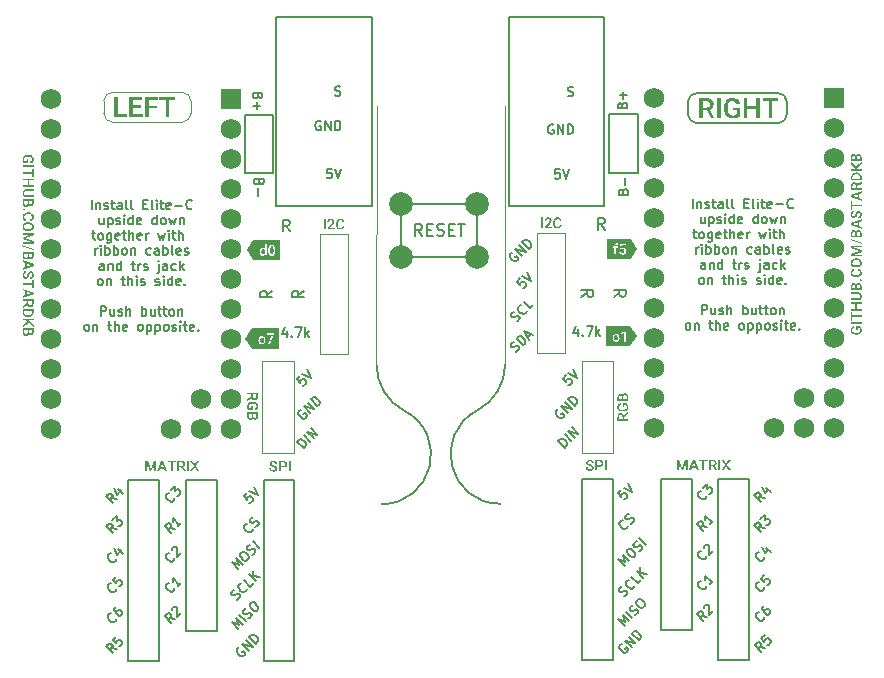
<source format=gto>
G04 Layer: BottomSilkscreenLayer*
G04 EasyEDA v6.5.25, 2023-03-20 21:11:36*
**********************************至少这一行要换成自己的************************************
G04 Gerber Generator version 0.2*
G04 Scale: 100 percent, Rotated: No, Reflected: No *
G04 Dimensions in millimeters  *
G04 leading zeros omitted , absolute positions ,3 integer and 6 decimal *
%TF.GenerationSoftware,KiCad,Pcbnew,7.0.7*%
%TF.CreationDate,2024-01-26T01:18:24+08:00*%
%TF.ProjectId,adapter,61646170-7465-4722-9e6b-696361645f70,rev?*%
%TF.SameCoordinates,Original*%
%TF.FileFunction,Legend,Top*%
%TF.FilePolarity,Positive*%
%FSLAX46Y46*%
G04 Gerber Fmt 4.6, Leading zero omitted, Abs format (unit mm)*
G04 Created by KiCad (PCBNEW 7.0.7) date 2024-01-26 01:18:24*
%MOMM*%
%LPD*%
G01*
G04 APERTURE LIST*
%ADD10C,0.100000*%
%ADD11C,0.150000*%
%ADD12C,0.120000*%
%ADD13C,0.200000*%
%ADD14C,2.000000*%
%ADD15R,1.752600X1.752600*%
%ADD16C,1.752600*%
G04 APERTURE END LIST*
D10*
X211691486Y-110883269D02*
X211681486Y-89038893D01*
X200795788Y-110913929D02*
X200805788Y-89061095D01*
D11*
X189676376Y-89808160D02*
X192076376Y-89808160D01*
X192076376Y-94728160D01*
X189676376Y-94728160D01*
X189676376Y-89808160D01*
X227157537Y-89698730D02*
X227157537Y-88679619D01*
X227953615Y-90479620D02*
X234778615Y-90479619D01*
X234778616Y-90479648D02*
G75*
G03*
X235559504Y-89708541I-19293J800488D01*
G01*
D12*
X185099765Y-88617971D02*
X185099765Y-89637082D01*
X184318876Y-90408176D02*
G75*
G03*
X185099765Y-89637082I-19576J800776D01*
G01*
D11*
X220520000Y-89719520D02*
X222920000Y-89719520D01*
X222920000Y-94689520D01*
X220520000Y-94689520D01*
X220520000Y-89719520D01*
D12*
X185099693Y-88617973D02*
G75*
G03*
X184303687Y-87837081I-800093J-19427D01*
G01*
X177697768Y-89627272D02*
G75*
G03*
X178493876Y-90408160I800232J19572D01*
G01*
X178478687Y-87837089D02*
G75*
G03*
X177697799Y-88608160I19413J-800611D01*
G01*
X177697798Y-89627271D02*
X177697798Y-88608160D01*
X184303687Y-87837081D02*
X178478687Y-87837082D01*
D11*
X227938427Y-87908566D02*
G75*
G03*
X227157537Y-88679619I19296J-800494D01*
G01*
X227157494Y-89698731D02*
G75*
G03*
X227953615Y-90479620I800329J19671D01*
G01*
D12*
X178493876Y-90408160D02*
X184318876Y-90408160D01*
D11*
X211977620Y-81492180D02*
X220087620Y-81492180D01*
X220087620Y-97492180D01*
X211977620Y-97492180D01*
X211977620Y-81492180D01*
X235559504Y-88689430D02*
X235559504Y-89708541D01*
X192295297Y-81490820D02*
X200405297Y-81490820D01*
X200405297Y-97490820D01*
X192295297Y-97490820D01*
X192295297Y-81490820D01*
X235559515Y-88689430D02*
G75*
G03*
X234763426Y-87908541I-800192J-19530D01*
G01*
X234763426Y-87908541D02*
X227938426Y-87908541D01*
D13*
X209351485Y-114783268D02*
G75*
G03*
X211691485Y-110883269I-2063667J3890200D01*
G01*
X201193803Y-122725251D02*
G75*
G03*
X203135788Y-114813929I31398J4186302D01*
G01*
X209351487Y-114783271D02*
G75*
G03*
X211293471Y-122694594I1910640J-3725007D01*
G01*
X200795789Y-110913929D02*
G75*
G03*
X203135788Y-114813928I4403709J-9774D01*
G01*
D11*
X221826841Y-133034634D02*
X221261155Y-132468949D01*
X221261155Y-132468949D02*
X221853778Y-132684448D01*
X221853778Y-132684448D02*
X221638279Y-132091825D01*
X221638279Y-132091825D02*
X222203964Y-132657511D01*
X222473339Y-132388136D02*
X221907653Y-131822451D01*
X222688837Y-132118763D02*
X222796587Y-132064888D01*
X222796587Y-132064888D02*
X222931274Y-131930201D01*
X222931274Y-131930201D02*
X222958211Y-131849389D01*
X222958211Y-131849389D02*
X222958211Y-131795514D01*
X222958211Y-131795514D02*
X222931274Y-131714702D01*
X222931274Y-131714702D02*
X222877399Y-131660827D01*
X222877399Y-131660827D02*
X222796587Y-131633889D01*
X222796587Y-131633889D02*
X222742712Y-131633889D01*
X222742712Y-131633889D02*
X222661900Y-131660827D01*
X222661900Y-131660827D02*
X222527213Y-131741639D01*
X222527213Y-131741639D02*
X222446401Y-131768576D01*
X222446401Y-131768576D02*
X222392526Y-131768576D01*
X222392526Y-131768576D02*
X222311714Y-131741639D01*
X222311714Y-131741639D02*
X222257839Y-131687764D01*
X222257839Y-131687764D02*
X222230902Y-131606952D01*
X222230902Y-131606952D02*
X222230902Y-131553077D01*
X222230902Y-131553077D02*
X222257839Y-131472265D01*
X222257839Y-131472265D02*
X222392526Y-131337578D01*
X222392526Y-131337578D02*
X222500276Y-131283703D01*
X222823525Y-130906579D02*
X222931274Y-130798830D01*
X222931274Y-130798830D02*
X223012086Y-130771892D01*
X223012086Y-130771892D02*
X223119836Y-130771892D01*
X223119836Y-130771892D02*
X223254523Y-130852705D01*
X223254523Y-130852705D02*
X223443085Y-131041266D01*
X223443085Y-131041266D02*
X223523897Y-131175953D01*
X223523897Y-131175953D02*
X223523897Y-131283703D01*
X223523897Y-131283703D02*
X223496960Y-131364515D01*
X223496960Y-131364515D02*
X223389210Y-131472265D01*
X223389210Y-131472265D02*
X223308398Y-131499202D01*
X223308398Y-131499202D02*
X223200648Y-131499202D01*
X223200648Y-131499202D02*
X223065961Y-131418390D01*
X223065961Y-131418390D02*
X222877399Y-131229828D01*
X222877399Y-131229828D02*
X222796587Y-131095141D01*
X222796587Y-131095141D02*
X222796587Y-130987392D01*
X222796587Y-130987392D02*
X222823525Y-130906579D01*
X233681900Y-124759982D02*
X233223964Y-124679169D01*
X233358651Y-125083230D02*
X232792966Y-124517545D01*
X232792966Y-124517545D02*
X233008465Y-124302046D01*
X233008465Y-124302046D02*
X233089277Y-124275108D01*
X233089277Y-124275108D02*
X233143152Y-124275108D01*
X233143152Y-124275108D02*
X233223964Y-124302046D01*
X233223964Y-124302046D02*
X233304777Y-124382858D01*
X233304777Y-124382858D02*
X233331714Y-124463670D01*
X233331714Y-124463670D02*
X233331714Y-124517545D01*
X233331714Y-124517545D02*
X233304777Y-124598357D01*
X233304777Y-124598357D02*
X233089277Y-124813856D01*
X233304777Y-124005734D02*
X233654963Y-123655548D01*
X233654963Y-123655548D02*
X233681900Y-124059609D01*
X233681900Y-124059609D02*
X233762712Y-123978797D01*
X233762712Y-123978797D02*
X233843525Y-123951860D01*
X233843525Y-123951860D02*
X233897399Y-123951860D01*
X233897399Y-123951860D02*
X233978212Y-123978797D01*
X233978212Y-123978797D02*
X234112899Y-124113484D01*
X234112899Y-124113484D02*
X234139836Y-124194296D01*
X234139836Y-124194296D02*
X234139836Y-124248171D01*
X234139836Y-124248171D02*
X234112899Y-124328983D01*
X234112899Y-124328983D02*
X233951274Y-124490608D01*
X233951274Y-124490608D02*
X233870462Y-124517545D01*
X233870462Y-124517545D02*
X233816587Y-124517545D01*
X212952120Y-103617766D02*
X212682746Y-103887140D01*
X212682746Y-103887140D02*
X212925183Y-104183451D01*
X212925183Y-104183451D02*
X212925183Y-104129576D01*
X212925183Y-104129576D02*
X212952120Y-104048764D01*
X212952120Y-104048764D02*
X213086807Y-103914077D01*
X213086807Y-103914077D02*
X213167619Y-103887140D01*
X213167619Y-103887140D02*
X213221494Y-103887140D01*
X213221494Y-103887140D02*
X213302306Y-103914077D01*
X213302306Y-103914077D02*
X213436993Y-104048764D01*
X213436993Y-104048764D02*
X213463931Y-104129576D01*
X213463931Y-104129576D02*
X213463931Y-104183451D01*
X213463931Y-104183451D02*
X213436993Y-104264263D01*
X213436993Y-104264263D02*
X213302306Y-104398950D01*
X213302306Y-104398950D02*
X213221494Y-104425888D01*
X213221494Y-104425888D02*
X213167619Y-104425888D01*
X213140682Y-103429204D02*
X213894929Y-103806327D01*
X213894929Y-103806327D02*
X213517806Y-103052080D01*
X212305623Y-101427952D02*
X212224811Y-101454889D01*
X212224811Y-101454889D02*
X212143999Y-101535701D01*
X212143999Y-101535701D02*
X212090124Y-101643451D01*
X212090124Y-101643451D02*
X212090124Y-101751201D01*
X212090124Y-101751201D02*
X212117061Y-101832013D01*
X212117061Y-101832013D02*
X212197873Y-101966700D01*
X212197873Y-101966700D02*
X212278686Y-102047512D01*
X212278686Y-102047512D02*
X212413373Y-102128324D01*
X212413373Y-102128324D02*
X212494185Y-102155262D01*
X212494185Y-102155262D02*
X212601934Y-102155262D01*
X212601934Y-102155262D02*
X212709684Y-102101387D01*
X212709684Y-102101387D02*
X212763559Y-102047512D01*
X212763559Y-102047512D02*
X212817434Y-101939762D01*
X212817434Y-101939762D02*
X212817434Y-101885888D01*
X212817434Y-101885888D02*
X212628872Y-101697326D01*
X212628872Y-101697326D02*
X212521122Y-101805075D01*
X213113745Y-101697326D02*
X212548060Y-101131640D01*
X212548060Y-101131640D02*
X213436994Y-101374077D01*
X213436994Y-101374077D02*
X212871308Y-100808392D01*
X213706368Y-101104703D02*
X213140682Y-100539018D01*
X213140682Y-100539018D02*
X213275369Y-100404331D01*
X213275369Y-100404331D02*
X213383119Y-100350456D01*
X213383119Y-100350456D02*
X213490868Y-100350456D01*
X213490868Y-100350456D02*
X213571681Y-100377393D01*
X213571681Y-100377393D02*
X213706368Y-100458206D01*
X213706368Y-100458206D02*
X213787180Y-100539018D01*
X213787180Y-100539018D02*
X213867992Y-100673705D01*
X213867992Y-100673705D02*
X213894929Y-100754517D01*
X213894929Y-100754517D02*
X213894929Y-100862267D01*
X213894929Y-100862267D02*
X213841055Y-100970016D01*
X213841055Y-100970016D02*
X213706368Y-101104703D01*
X178814476Y-122318623D02*
X178356540Y-122237810D01*
X178491227Y-122641871D02*
X177925542Y-122076186D01*
X177925542Y-122076186D02*
X178141041Y-121860687D01*
X178141041Y-121860687D02*
X178221853Y-121833749D01*
X178221853Y-121833749D02*
X178275728Y-121833749D01*
X178275728Y-121833749D02*
X178356540Y-121860687D01*
X178356540Y-121860687D02*
X178437353Y-121941499D01*
X178437353Y-121941499D02*
X178464290Y-122022311D01*
X178464290Y-122022311D02*
X178464290Y-122076186D01*
X178464290Y-122076186D02*
X178437353Y-122156998D01*
X178437353Y-122156998D02*
X178221853Y-122372497D01*
X178922226Y-121456626D02*
X179299350Y-121833749D01*
X178572040Y-121375814D02*
X178841414Y-121914562D01*
X178841414Y-121914562D02*
X179191600Y-121564375D01*
X228733425Y-127146107D02*
X228733425Y-127199982D01*
X228733425Y-127199982D02*
X228679551Y-127307731D01*
X228679551Y-127307731D02*
X228625676Y-127361606D01*
X228625676Y-127361606D02*
X228517926Y-127415481D01*
X228517926Y-127415481D02*
X228410177Y-127415481D01*
X228410177Y-127415481D02*
X228329364Y-127388543D01*
X228329364Y-127388543D02*
X228194677Y-127307731D01*
X228194677Y-127307731D02*
X228113865Y-127226919D01*
X228113865Y-127226919D02*
X228033053Y-127092232D01*
X228033053Y-127092232D02*
X228006116Y-127011420D01*
X228006116Y-127011420D02*
X228006116Y-126903670D01*
X228006116Y-126903670D02*
X228059990Y-126795921D01*
X228059990Y-126795921D02*
X228113865Y-126742046D01*
X228113865Y-126742046D02*
X228221615Y-126688171D01*
X228221615Y-126688171D02*
X228275490Y-126688171D01*
X228490989Y-126472672D02*
X228490989Y-126418797D01*
X228490989Y-126418797D02*
X228517926Y-126337985D01*
X228517926Y-126337985D02*
X228652613Y-126203298D01*
X228652613Y-126203298D02*
X228733425Y-126176360D01*
X228733425Y-126176360D02*
X228787300Y-126176360D01*
X228787300Y-126176360D02*
X228868112Y-126203298D01*
X228868112Y-126203298D02*
X228921987Y-126257173D01*
X228921987Y-126257173D02*
X228975862Y-126364922D01*
X228975862Y-126364922D02*
X228975862Y-127011420D01*
X228975862Y-127011420D02*
X229326048Y-126661234D01*
X190863128Y-95470064D02*
X190825033Y-95584350D01*
X190825033Y-95584350D02*
X190786937Y-95622445D01*
X190786937Y-95622445D02*
X190710747Y-95660541D01*
X190710747Y-95660541D02*
X190596461Y-95660541D01*
X190596461Y-95660541D02*
X190520271Y-95622445D01*
X190520271Y-95622445D02*
X190482176Y-95584350D01*
X190482176Y-95584350D02*
X190444080Y-95508160D01*
X190444080Y-95508160D02*
X190444080Y-95203398D01*
X190444080Y-95203398D02*
X191244080Y-95203398D01*
X191244080Y-95203398D02*
X191244080Y-95470064D01*
X191244080Y-95470064D02*
X191205985Y-95546255D01*
X191205985Y-95546255D02*
X191167890Y-95584350D01*
X191167890Y-95584350D02*
X191091699Y-95622445D01*
X191091699Y-95622445D02*
X191015509Y-95622445D01*
X191015509Y-95622445D02*
X190939318Y-95584350D01*
X190939318Y-95584350D02*
X190901223Y-95546255D01*
X190901223Y-95546255D02*
X190863128Y-95470064D01*
X190863128Y-95470064D02*
X190863128Y-95203398D01*
X190748842Y-96003398D02*
X190748842Y-96612922D01*
X188960536Y-130813680D02*
X189068285Y-130759806D01*
X189068285Y-130759806D02*
X189202972Y-130625119D01*
X189202972Y-130625119D02*
X189229910Y-130544306D01*
X189229910Y-130544306D02*
X189229910Y-130490432D01*
X189229910Y-130490432D02*
X189202972Y-130409619D01*
X189202972Y-130409619D02*
X189149098Y-130355745D01*
X189149098Y-130355745D02*
X189068285Y-130328807D01*
X189068285Y-130328807D02*
X189014411Y-130328807D01*
X189014411Y-130328807D02*
X188933598Y-130355745D01*
X188933598Y-130355745D02*
X188798911Y-130436557D01*
X188798911Y-130436557D02*
X188718099Y-130463494D01*
X188718099Y-130463494D02*
X188664224Y-130463494D01*
X188664224Y-130463494D02*
X188583412Y-130436557D01*
X188583412Y-130436557D02*
X188529537Y-130382682D01*
X188529537Y-130382682D02*
X188502600Y-130301870D01*
X188502600Y-130301870D02*
X188502600Y-130247995D01*
X188502600Y-130247995D02*
X188529537Y-130167183D01*
X188529537Y-130167183D02*
X188664224Y-130032496D01*
X188664224Y-130032496D02*
X188771974Y-129978621D01*
X189822533Y-129897809D02*
X189822533Y-129951683D01*
X189822533Y-129951683D02*
X189768658Y-130059433D01*
X189768658Y-130059433D02*
X189714783Y-130113308D01*
X189714783Y-130113308D02*
X189607034Y-130167183D01*
X189607034Y-130167183D02*
X189499284Y-130167183D01*
X189499284Y-130167183D02*
X189418472Y-130140245D01*
X189418472Y-130140245D02*
X189283785Y-130059433D01*
X189283785Y-130059433D02*
X189202972Y-129978621D01*
X189202972Y-129978621D02*
X189122160Y-129843934D01*
X189122160Y-129843934D02*
X189095223Y-129763122D01*
X189095223Y-129763122D02*
X189095223Y-129655372D01*
X189095223Y-129655372D02*
X189149098Y-129547622D01*
X189149098Y-129547622D02*
X189202972Y-129493748D01*
X189202972Y-129493748D02*
X189310722Y-129439873D01*
X189310722Y-129439873D02*
X189364597Y-129439873D01*
X190388218Y-129439873D02*
X190118844Y-129709247D01*
X190118844Y-129709247D02*
X189553159Y-129143561D01*
X190576780Y-129251311D02*
X190011094Y-128685625D01*
X190900029Y-128928062D02*
X190334343Y-128847250D01*
X190334343Y-128362377D02*
X190334343Y-129008874D01*
X183686001Y-127324748D02*
X183686001Y-127378623D01*
X183686001Y-127378623D02*
X183632127Y-127486372D01*
X183632127Y-127486372D02*
X183578252Y-127540247D01*
X183578252Y-127540247D02*
X183470502Y-127594122D01*
X183470502Y-127594122D02*
X183362753Y-127594122D01*
X183362753Y-127594122D02*
X183281940Y-127567184D01*
X183281940Y-127567184D02*
X183147253Y-127486372D01*
X183147253Y-127486372D02*
X183066441Y-127405560D01*
X183066441Y-127405560D02*
X182985629Y-127270873D01*
X182985629Y-127270873D02*
X182958692Y-127190061D01*
X182958692Y-127190061D02*
X182958692Y-127082311D01*
X182958692Y-127082311D02*
X183012566Y-126974562D01*
X183012566Y-126974562D02*
X183066441Y-126920687D01*
X183066441Y-126920687D02*
X183174191Y-126866812D01*
X183174191Y-126866812D02*
X183228066Y-126866812D01*
X183443565Y-126651313D02*
X183443565Y-126597438D01*
X183443565Y-126597438D02*
X183470502Y-126516626D01*
X183470502Y-126516626D02*
X183605189Y-126381939D01*
X183605189Y-126381939D02*
X183686001Y-126355001D01*
X183686001Y-126355001D02*
X183739876Y-126355001D01*
X183739876Y-126355001D02*
X183820688Y-126381939D01*
X183820688Y-126381939D02*
X183874563Y-126435814D01*
X183874563Y-126435814D02*
X183928438Y-126543563D01*
X183928438Y-126543563D02*
X183928438Y-127190061D01*
X183928438Y-127190061D02*
X184278624Y-126839875D01*
X221593247Y-88947615D02*
X221631342Y-88833329D01*
X221631342Y-88833329D02*
X221669438Y-88795234D01*
X221669438Y-88795234D02*
X221745628Y-88757138D01*
X221745628Y-88757138D02*
X221859914Y-88757138D01*
X221859914Y-88757138D02*
X221936104Y-88795234D01*
X221936104Y-88795234D02*
X221974200Y-88833329D01*
X221974200Y-88833329D02*
X222012295Y-88909519D01*
X222012295Y-88909519D02*
X222012295Y-89214281D01*
X222012295Y-89214281D02*
X221212295Y-89214281D01*
X221212295Y-89214281D02*
X221212295Y-88947615D01*
X221212295Y-88947615D02*
X221250390Y-88871424D01*
X221250390Y-88871424D02*
X221288485Y-88833329D01*
X221288485Y-88833329D02*
X221364676Y-88795234D01*
X221364676Y-88795234D02*
X221440866Y-88795234D01*
X221440866Y-88795234D02*
X221517057Y-88833329D01*
X221517057Y-88833329D02*
X221555152Y-88871424D01*
X221555152Y-88871424D02*
X221593247Y-88947615D01*
X221593247Y-88947615D02*
X221593247Y-89214281D01*
X221707533Y-88414281D02*
X221707533Y-87804758D01*
X222012295Y-88109519D02*
X221402771Y-88109519D01*
X233628025Y-127246107D02*
X233628025Y-127299982D01*
X233628025Y-127299982D02*
X233574151Y-127407731D01*
X233574151Y-127407731D02*
X233520276Y-127461606D01*
X233520276Y-127461606D02*
X233412526Y-127515481D01*
X233412526Y-127515481D02*
X233304777Y-127515481D01*
X233304777Y-127515481D02*
X233223964Y-127488543D01*
X233223964Y-127488543D02*
X233089277Y-127407731D01*
X233089277Y-127407731D02*
X233008465Y-127326919D01*
X233008465Y-127326919D02*
X232927653Y-127192232D01*
X232927653Y-127192232D02*
X232900716Y-127111420D01*
X232900716Y-127111420D02*
X232900716Y-127003670D01*
X232900716Y-127003670D02*
X232954590Y-126895921D01*
X232954590Y-126895921D02*
X233008465Y-126842046D01*
X233008465Y-126842046D02*
X233116215Y-126788171D01*
X233116215Y-126788171D02*
X233170090Y-126788171D01*
X233789650Y-126437985D02*
X234166774Y-126815108D01*
X233439464Y-126357173D02*
X233708838Y-126895921D01*
X233708838Y-126895921D02*
X234059024Y-126545734D01*
X194635248Y-117994494D02*
X194069563Y-117428809D01*
X194069563Y-117428809D02*
X194204250Y-117294122D01*
X194204250Y-117294122D02*
X194312000Y-117240247D01*
X194312000Y-117240247D02*
X194419749Y-117240247D01*
X194419749Y-117240247D02*
X194500561Y-117267185D01*
X194500561Y-117267185D02*
X194635248Y-117347997D01*
X194635248Y-117347997D02*
X194716061Y-117428809D01*
X194716061Y-117428809D02*
X194796873Y-117563496D01*
X194796873Y-117563496D02*
X194823810Y-117644308D01*
X194823810Y-117644308D02*
X194823810Y-117752058D01*
X194823810Y-117752058D02*
X194769935Y-117859807D01*
X194769935Y-117859807D02*
X194635248Y-117994494D01*
X195200934Y-117428809D02*
X194635248Y-116863124D01*
X195470308Y-117159435D02*
X194904622Y-116593750D01*
X194904622Y-116593750D02*
X195793556Y-116836186D01*
X195793556Y-116836186D02*
X195227871Y-116270501D01*
X228787300Y-132279982D02*
X228329364Y-132199169D01*
X228464051Y-132603230D02*
X227898366Y-132037545D01*
X227898366Y-132037545D02*
X228113865Y-131822046D01*
X228113865Y-131822046D02*
X228194677Y-131795108D01*
X228194677Y-131795108D02*
X228248552Y-131795108D01*
X228248552Y-131795108D02*
X228329364Y-131822046D01*
X228329364Y-131822046D02*
X228410177Y-131902858D01*
X228410177Y-131902858D02*
X228437114Y-131983670D01*
X228437114Y-131983670D02*
X228437114Y-132037545D01*
X228437114Y-132037545D02*
X228410177Y-132118357D01*
X228410177Y-132118357D02*
X228194677Y-132333856D01*
X228490989Y-131552672D02*
X228490989Y-131498797D01*
X228490989Y-131498797D02*
X228517926Y-131417985D01*
X228517926Y-131417985D02*
X228652613Y-131283298D01*
X228652613Y-131283298D02*
X228733425Y-131256360D01*
X228733425Y-131256360D02*
X228787300Y-131256360D01*
X228787300Y-131256360D02*
X228868112Y-131283298D01*
X228868112Y-131283298D02*
X228921987Y-131337173D01*
X228921987Y-131337173D02*
X228975862Y-131444922D01*
X228975862Y-131444922D02*
X228975862Y-132091420D01*
X228975862Y-132091420D02*
X229326048Y-131741234D01*
X216309572Y-94381815D02*
X215928620Y-94381815D01*
X215928620Y-94381815D02*
X215890524Y-94762767D01*
X215890524Y-94762767D02*
X215928620Y-94724672D01*
X215928620Y-94724672D02*
X216004810Y-94686577D01*
X216004810Y-94686577D02*
X216195286Y-94686577D01*
X216195286Y-94686577D02*
X216271477Y-94724672D01*
X216271477Y-94724672D02*
X216309572Y-94762767D01*
X216309572Y-94762767D02*
X216347667Y-94838958D01*
X216347667Y-94838958D02*
X216347667Y-95029434D01*
X216347667Y-95029434D02*
X216309572Y-95105624D01*
X216309572Y-95105624D02*
X216271477Y-95143720D01*
X216271477Y-95143720D02*
X216195286Y-95181815D01*
X216195286Y-95181815D02*
X216004810Y-95181815D01*
X216004810Y-95181815D02*
X215928620Y-95143720D01*
X215928620Y-95143720D02*
X215890524Y-95105624D01*
X216576239Y-94381815D02*
X216842906Y-95181815D01*
X216842906Y-95181815D02*
X217109572Y-94381815D01*
X212628871Y-109815667D02*
X212736621Y-109761792D01*
X212736621Y-109761792D02*
X212871308Y-109627105D01*
X212871308Y-109627105D02*
X212898245Y-109546293D01*
X212898245Y-109546293D02*
X212898245Y-109492418D01*
X212898245Y-109492418D02*
X212871308Y-109411606D01*
X212871308Y-109411606D02*
X212817433Y-109357731D01*
X212817433Y-109357731D02*
X212736621Y-109330794D01*
X212736621Y-109330794D02*
X212682746Y-109330794D01*
X212682746Y-109330794D02*
X212601934Y-109357731D01*
X212601934Y-109357731D02*
X212467247Y-109438543D01*
X212467247Y-109438543D02*
X212386435Y-109465481D01*
X212386435Y-109465481D02*
X212332560Y-109465481D01*
X212332560Y-109465481D02*
X212251748Y-109438543D01*
X212251748Y-109438543D02*
X212197873Y-109384668D01*
X212197873Y-109384668D02*
X212170935Y-109303856D01*
X212170935Y-109303856D02*
X212170935Y-109249981D01*
X212170935Y-109249981D02*
X212197873Y-109169169D01*
X212197873Y-109169169D02*
X212332560Y-109034482D01*
X212332560Y-109034482D02*
X212440309Y-108980607D01*
X213221494Y-109276919D02*
X212655809Y-108711233D01*
X212655809Y-108711233D02*
X212790496Y-108576546D01*
X212790496Y-108576546D02*
X212898245Y-108522671D01*
X212898245Y-108522671D02*
X213005995Y-108522671D01*
X213005995Y-108522671D02*
X213086807Y-108549609D01*
X213086807Y-108549609D02*
X213221494Y-108630421D01*
X213221494Y-108630421D02*
X213302306Y-108711233D01*
X213302306Y-108711233D02*
X213383119Y-108845920D01*
X213383119Y-108845920D02*
X213410056Y-108926732D01*
X213410056Y-108926732D02*
X213410056Y-109034482D01*
X213410056Y-109034482D02*
X213356181Y-109142232D01*
X213356181Y-109142232D02*
X213221494Y-109276919D01*
X213598618Y-108576546D02*
X213867992Y-108307172D01*
X213706367Y-108792045D02*
X213329244Y-108037798D01*
X213329244Y-108037798D02*
X214083491Y-108414922D01*
X189176035Y-134856591D02*
X189095223Y-134883528D01*
X189095223Y-134883528D02*
X189014411Y-134964340D01*
X189014411Y-134964340D02*
X188960536Y-135072090D01*
X188960536Y-135072090D02*
X188960536Y-135179840D01*
X188960536Y-135179840D02*
X188987473Y-135260652D01*
X188987473Y-135260652D02*
X189068285Y-135395339D01*
X189068285Y-135395339D02*
X189149098Y-135476151D01*
X189149098Y-135476151D02*
X189283785Y-135556963D01*
X189283785Y-135556963D02*
X189364597Y-135583901D01*
X189364597Y-135583901D02*
X189472346Y-135583901D01*
X189472346Y-135583901D02*
X189580096Y-135530026D01*
X189580096Y-135530026D02*
X189633971Y-135476151D01*
X189633971Y-135476151D02*
X189687846Y-135368401D01*
X189687846Y-135368401D02*
X189687846Y-135314527D01*
X189687846Y-135314527D02*
X189499284Y-135125965D01*
X189499284Y-135125965D02*
X189391534Y-135233714D01*
X189984157Y-135125965D02*
X189418472Y-134560279D01*
X189418472Y-134560279D02*
X190307406Y-134802716D01*
X190307406Y-134802716D02*
X189741720Y-134237031D01*
X190576780Y-134533342D02*
X190011094Y-133967657D01*
X190011094Y-133967657D02*
X190145781Y-133832970D01*
X190145781Y-133832970D02*
X190253531Y-133779095D01*
X190253531Y-133779095D02*
X190361280Y-133779095D01*
X190361280Y-133779095D02*
X190442093Y-133806032D01*
X190442093Y-133806032D02*
X190576780Y-133886845D01*
X190576780Y-133886845D02*
X190657592Y-133967657D01*
X190657592Y-133967657D02*
X190738404Y-134102344D01*
X190738404Y-134102344D02*
X190765341Y-134183156D01*
X190765341Y-134183156D02*
X190765341Y-134290906D01*
X190765341Y-134290906D02*
X190711467Y-134398655D01*
X190711467Y-134398655D02*
X190576780Y-134533342D01*
X228787300Y-124659982D02*
X228329364Y-124579169D01*
X228464051Y-124983230D02*
X227898366Y-124417545D01*
X227898366Y-124417545D02*
X228113865Y-124202046D01*
X228113865Y-124202046D02*
X228194677Y-124175108D01*
X228194677Y-124175108D02*
X228248552Y-124175108D01*
X228248552Y-124175108D02*
X228329364Y-124202046D01*
X228329364Y-124202046D02*
X228410177Y-124282858D01*
X228410177Y-124282858D02*
X228437114Y-124363670D01*
X228437114Y-124363670D02*
X228437114Y-124417545D01*
X228437114Y-124417545D02*
X228410177Y-124498357D01*
X228410177Y-124498357D02*
X228194677Y-124713856D01*
X229326048Y-124121234D02*
X229002799Y-124444482D01*
X229164424Y-124282858D02*
X228598738Y-123717173D01*
X228598738Y-123717173D02*
X228625676Y-123851860D01*
X228625676Y-123851860D02*
X228625676Y-123959609D01*
X228625676Y-123959609D02*
X228598738Y-124040421D01*
X197021138Y-94350455D02*
X196640186Y-94350455D01*
X196640186Y-94350455D02*
X196602090Y-94731407D01*
X196602090Y-94731407D02*
X196640186Y-94693312D01*
X196640186Y-94693312D02*
X196716376Y-94655217D01*
X196716376Y-94655217D02*
X196906852Y-94655217D01*
X196906852Y-94655217D02*
X196983043Y-94693312D01*
X196983043Y-94693312D02*
X197021138Y-94731407D01*
X197021138Y-94731407D02*
X197059233Y-94807598D01*
X197059233Y-94807598D02*
X197059233Y-94998074D01*
X197059233Y-94998074D02*
X197021138Y-95074264D01*
X197021138Y-95074264D02*
X196983043Y-95112360D01*
X196983043Y-95112360D02*
X196906852Y-95150455D01*
X196906852Y-95150455D02*
X196716376Y-95150455D01*
X196716376Y-95150455D02*
X196640186Y-95112360D01*
X196640186Y-95112360D02*
X196602090Y-95074264D01*
X197287805Y-94350455D02*
X197554472Y-95150455D01*
X197554472Y-95150455D02*
X197821138Y-94350455D01*
X189095223Y-128233274D02*
X188529537Y-127667589D01*
X188529537Y-127667589D02*
X189122160Y-127883088D01*
X189122160Y-127883088D02*
X188906661Y-127290465D01*
X188906661Y-127290465D02*
X189472346Y-127856151D01*
X189283785Y-126913341D02*
X189391534Y-126805592D01*
X189391534Y-126805592D02*
X189472347Y-126778654D01*
X189472347Y-126778654D02*
X189580096Y-126778654D01*
X189580096Y-126778654D02*
X189714783Y-126859466D01*
X189714783Y-126859466D02*
X189903345Y-127048028D01*
X189903345Y-127048028D02*
X189984157Y-127182715D01*
X189984157Y-127182715D02*
X189984157Y-127290465D01*
X189984157Y-127290465D02*
X189957220Y-127371277D01*
X189957220Y-127371277D02*
X189849470Y-127479027D01*
X189849470Y-127479027D02*
X189768658Y-127505964D01*
X189768658Y-127505964D02*
X189660908Y-127505964D01*
X189660908Y-127505964D02*
X189526221Y-127425152D01*
X189526221Y-127425152D02*
X189337660Y-127236590D01*
X189337660Y-127236590D02*
X189256847Y-127101903D01*
X189256847Y-127101903D02*
X189256847Y-126994153D01*
X189256847Y-126994153D02*
X189283785Y-126913341D01*
X190280468Y-126994154D02*
X190388218Y-126940279D01*
X190388218Y-126940279D02*
X190522905Y-126805592D01*
X190522905Y-126805592D02*
X190549842Y-126724780D01*
X190549842Y-126724780D02*
X190549842Y-126670905D01*
X190549842Y-126670905D02*
X190522905Y-126590093D01*
X190522905Y-126590093D02*
X190469030Y-126536218D01*
X190469030Y-126536218D02*
X190388218Y-126509280D01*
X190388218Y-126509280D02*
X190334343Y-126509280D01*
X190334343Y-126509280D02*
X190253531Y-126536218D01*
X190253531Y-126536218D02*
X190118844Y-126617030D01*
X190118844Y-126617030D02*
X190038032Y-126643967D01*
X190038032Y-126643967D02*
X189984157Y-126643967D01*
X189984157Y-126643967D02*
X189903345Y-126617030D01*
X189903345Y-126617030D02*
X189849470Y-126563155D01*
X189849470Y-126563155D02*
X189822533Y-126482343D01*
X189822533Y-126482343D02*
X189822533Y-126428468D01*
X189822533Y-126428468D02*
X189849470Y-126347656D01*
X189849470Y-126347656D02*
X189984157Y-126212969D01*
X189984157Y-126212969D02*
X190091907Y-126159094D01*
X190873091Y-126455405D02*
X190307406Y-125889720D01*
X221584404Y-134577951D02*
X221503592Y-134604888D01*
X221503592Y-134604888D02*
X221422780Y-134685700D01*
X221422780Y-134685700D02*
X221368905Y-134793450D01*
X221368905Y-134793450D02*
X221368905Y-134901200D01*
X221368905Y-134901200D02*
X221395842Y-134982012D01*
X221395842Y-134982012D02*
X221476654Y-135116699D01*
X221476654Y-135116699D02*
X221557467Y-135197511D01*
X221557467Y-135197511D02*
X221692154Y-135278323D01*
X221692154Y-135278323D02*
X221772966Y-135305261D01*
X221772966Y-135305261D02*
X221880715Y-135305261D01*
X221880715Y-135305261D02*
X221988465Y-135251386D01*
X221988465Y-135251386D02*
X222042340Y-135197511D01*
X222042340Y-135197511D02*
X222096215Y-135089761D01*
X222096215Y-135089761D02*
X222096215Y-135035887D01*
X222096215Y-135035887D02*
X221907653Y-134847325D01*
X221907653Y-134847325D02*
X221799903Y-134955074D01*
X222392526Y-134847325D02*
X221826841Y-134281639D01*
X221826841Y-134281639D02*
X222715775Y-134524076D01*
X222715775Y-134524076D02*
X222150089Y-133958391D01*
X222985149Y-134254702D02*
X222419463Y-133689017D01*
X222419463Y-133689017D02*
X222554150Y-133554330D01*
X222554150Y-133554330D02*
X222661900Y-133500455D01*
X222661900Y-133500455D02*
X222769649Y-133500455D01*
X222769649Y-133500455D02*
X222850462Y-133527392D01*
X222850462Y-133527392D02*
X222985149Y-133608205D01*
X222985149Y-133608205D02*
X223065961Y-133689017D01*
X223065961Y-133689017D02*
X223146773Y-133823704D01*
X223146773Y-133823704D02*
X223173710Y-133904516D01*
X223173710Y-133904516D02*
X223173710Y-134012266D01*
X223173710Y-134012266D02*
X223119836Y-134120015D01*
X223119836Y-134120015D02*
X222985149Y-134254702D01*
X178760601Y-132424748D02*
X178760601Y-132478623D01*
X178760601Y-132478623D02*
X178706727Y-132586372D01*
X178706727Y-132586372D02*
X178652852Y-132640247D01*
X178652852Y-132640247D02*
X178545102Y-132694122D01*
X178545102Y-132694122D02*
X178437353Y-132694122D01*
X178437353Y-132694122D02*
X178356540Y-132667184D01*
X178356540Y-132667184D02*
X178221853Y-132586372D01*
X178221853Y-132586372D02*
X178141041Y-132505560D01*
X178141041Y-132505560D02*
X178060229Y-132370873D01*
X178060229Y-132370873D02*
X178033292Y-132290061D01*
X178033292Y-132290061D02*
X178033292Y-132182311D01*
X178033292Y-132182311D02*
X178087166Y-132074562D01*
X178087166Y-132074562D02*
X178141041Y-132020687D01*
X178141041Y-132020687D02*
X178248791Y-131966812D01*
X178248791Y-131966812D02*
X178302666Y-131966812D01*
X178733664Y-131428064D02*
X178625914Y-131535814D01*
X178625914Y-131535814D02*
X178598977Y-131616626D01*
X178598977Y-131616626D02*
X178598977Y-131670501D01*
X178598977Y-131670501D02*
X178625914Y-131805188D01*
X178625914Y-131805188D02*
X178706727Y-131939875D01*
X178706727Y-131939875D02*
X178922226Y-132155374D01*
X178922226Y-132155374D02*
X179003038Y-132182311D01*
X179003038Y-132182311D02*
X179056913Y-132182311D01*
X179056913Y-132182311D02*
X179137725Y-132155374D01*
X179137725Y-132155374D02*
X179245475Y-132047624D01*
X179245475Y-132047624D02*
X179272412Y-131966812D01*
X179272412Y-131966812D02*
X179272412Y-131912937D01*
X179272412Y-131912937D02*
X179245475Y-131832125D01*
X179245475Y-131832125D02*
X179110788Y-131697438D01*
X179110788Y-131697438D02*
X179029975Y-131670501D01*
X179029975Y-131670501D02*
X178976101Y-131670501D01*
X178976101Y-131670501D02*
X178895288Y-131697438D01*
X178895288Y-131697438D02*
X178787539Y-131805188D01*
X178787539Y-131805188D02*
X178760601Y-131886000D01*
X178760601Y-131886000D02*
X178760601Y-131939875D01*
X178760601Y-131939875D02*
X178787539Y-132020687D01*
X221772966Y-130535040D02*
X221880715Y-130481166D01*
X221880715Y-130481166D02*
X222015402Y-130346479D01*
X222015402Y-130346479D02*
X222042340Y-130265666D01*
X222042340Y-130265666D02*
X222042340Y-130211792D01*
X222042340Y-130211792D02*
X222015402Y-130130979D01*
X222015402Y-130130979D02*
X221961528Y-130077105D01*
X221961528Y-130077105D02*
X221880715Y-130050167D01*
X221880715Y-130050167D02*
X221826841Y-130050167D01*
X221826841Y-130050167D02*
X221746028Y-130077105D01*
X221746028Y-130077105D02*
X221611341Y-130157917D01*
X221611341Y-130157917D02*
X221530529Y-130184854D01*
X221530529Y-130184854D02*
X221476654Y-130184854D01*
X221476654Y-130184854D02*
X221395842Y-130157917D01*
X221395842Y-130157917D02*
X221341967Y-130104042D01*
X221341967Y-130104042D02*
X221315030Y-130023230D01*
X221315030Y-130023230D02*
X221315030Y-129969355D01*
X221315030Y-129969355D02*
X221341967Y-129888543D01*
X221341967Y-129888543D02*
X221476654Y-129753856D01*
X221476654Y-129753856D02*
X221584404Y-129699981D01*
X222634963Y-129619169D02*
X222634963Y-129673043D01*
X222634963Y-129673043D02*
X222581088Y-129780793D01*
X222581088Y-129780793D02*
X222527213Y-129834668D01*
X222527213Y-129834668D02*
X222419464Y-129888543D01*
X222419464Y-129888543D02*
X222311714Y-129888543D01*
X222311714Y-129888543D02*
X222230902Y-129861605D01*
X222230902Y-129861605D02*
X222096215Y-129780793D01*
X222096215Y-129780793D02*
X222015402Y-129699981D01*
X222015402Y-129699981D02*
X221934590Y-129565294D01*
X221934590Y-129565294D02*
X221907653Y-129484482D01*
X221907653Y-129484482D02*
X221907653Y-129376732D01*
X221907653Y-129376732D02*
X221961528Y-129268982D01*
X221961528Y-129268982D02*
X222015402Y-129215108D01*
X222015402Y-129215108D02*
X222123152Y-129161233D01*
X222123152Y-129161233D02*
X222177027Y-129161233D01*
X223200648Y-129161233D02*
X222931274Y-129430607D01*
X222931274Y-129430607D02*
X222365589Y-128864921D01*
X223389210Y-128972671D02*
X222823524Y-128406985D01*
X223712459Y-128649422D02*
X223146773Y-128568610D01*
X223146773Y-128083737D02*
X223146773Y-128730234D01*
X233681900Y-122219982D02*
X233223964Y-122139169D01*
X233358651Y-122543230D02*
X232792966Y-121977545D01*
X232792966Y-121977545D02*
X233008465Y-121762046D01*
X233008465Y-121762046D02*
X233089277Y-121735108D01*
X233089277Y-121735108D02*
X233143152Y-121735108D01*
X233143152Y-121735108D02*
X233223964Y-121762046D01*
X233223964Y-121762046D02*
X233304777Y-121842858D01*
X233304777Y-121842858D02*
X233331714Y-121923670D01*
X233331714Y-121923670D02*
X233331714Y-121977545D01*
X233331714Y-121977545D02*
X233304777Y-122058357D01*
X233304777Y-122058357D02*
X233089277Y-122273856D01*
X233789650Y-121357985D02*
X234166774Y-121735108D01*
X233439464Y-121277173D02*
X233708838Y-121815921D01*
X233708838Y-121815921D02*
X234059024Y-121465734D01*
X178760601Y-129884748D02*
X178760601Y-129938623D01*
X178760601Y-129938623D02*
X178706727Y-130046372D01*
X178706727Y-130046372D02*
X178652852Y-130100247D01*
X178652852Y-130100247D02*
X178545102Y-130154122D01*
X178545102Y-130154122D02*
X178437353Y-130154122D01*
X178437353Y-130154122D02*
X178356540Y-130127184D01*
X178356540Y-130127184D02*
X178221853Y-130046372D01*
X178221853Y-130046372D02*
X178141041Y-129965560D01*
X178141041Y-129965560D02*
X178060229Y-129830873D01*
X178060229Y-129830873D02*
X178033292Y-129750061D01*
X178033292Y-129750061D02*
X178033292Y-129642311D01*
X178033292Y-129642311D02*
X178087166Y-129534562D01*
X178087166Y-129534562D02*
X178141041Y-129480687D01*
X178141041Y-129480687D02*
X178248791Y-129426812D01*
X178248791Y-129426812D02*
X178302666Y-129426812D01*
X178760601Y-128861127D02*
X178491227Y-129130501D01*
X178491227Y-129130501D02*
X178733664Y-129426812D01*
X178733664Y-129426812D02*
X178733664Y-129372937D01*
X178733664Y-129372937D02*
X178760601Y-129292125D01*
X178760601Y-129292125D02*
X178895288Y-129157438D01*
X178895288Y-129157438D02*
X178976101Y-129130501D01*
X178976101Y-129130501D02*
X179029975Y-129130501D01*
X179029975Y-129130501D02*
X179110788Y-129157438D01*
X179110788Y-129157438D02*
X179245475Y-129292125D01*
X179245475Y-129292125D02*
X179272412Y-129372937D01*
X179272412Y-129372937D02*
X179272412Y-129426812D01*
X179272412Y-129426812D02*
X179245475Y-129507624D01*
X179245475Y-129507624D02*
X179110788Y-129642311D01*
X179110788Y-129642311D02*
X179029975Y-129669249D01*
X179029975Y-129669249D02*
X178976101Y-129669249D01*
X183686001Y-129864748D02*
X183686001Y-129918623D01*
X183686001Y-129918623D02*
X183632127Y-130026372D01*
X183632127Y-130026372D02*
X183578252Y-130080247D01*
X183578252Y-130080247D02*
X183470502Y-130134122D01*
X183470502Y-130134122D02*
X183362753Y-130134122D01*
X183362753Y-130134122D02*
X183281940Y-130107184D01*
X183281940Y-130107184D02*
X183147253Y-130026372D01*
X183147253Y-130026372D02*
X183066441Y-129945560D01*
X183066441Y-129945560D02*
X182985629Y-129810873D01*
X182985629Y-129810873D02*
X182958692Y-129730061D01*
X182958692Y-129730061D02*
X182958692Y-129622311D01*
X182958692Y-129622311D02*
X183012566Y-129514562D01*
X183012566Y-129514562D02*
X183066441Y-129460687D01*
X183066441Y-129460687D02*
X183174191Y-129406812D01*
X183174191Y-129406812D02*
X183228066Y-129406812D01*
X184278624Y-129379875D02*
X183955375Y-129703123D01*
X184117000Y-129541499D02*
X183551314Y-128975814D01*
X183551314Y-128975814D02*
X183578252Y-129110501D01*
X183578252Y-129110501D02*
X183578252Y-129218250D01*
X183578252Y-129218250D02*
X183551314Y-129299062D01*
X221530529Y-121527765D02*
X221261155Y-121797139D01*
X221261155Y-121797139D02*
X221503592Y-122093450D01*
X221503592Y-122093450D02*
X221503592Y-122039575D01*
X221503592Y-122039575D02*
X221530529Y-121958763D01*
X221530529Y-121958763D02*
X221665216Y-121824076D01*
X221665216Y-121824076D02*
X221746028Y-121797139D01*
X221746028Y-121797139D02*
X221799903Y-121797139D01*
X221799903Y-121797139D02*
X221880715Y-121824076D01*
X221880715Y-121824076D02*
X222015402Y-121958763D01*
X222015402Y-121958763D02*
X222042340Y-122039575D01*
X222042340Y-122039575D02*
X222042340Y-122093450D01*
X222042340Y-122093450D02*
X222015402Y-122174262D01*
X222015402Y-122174262D02*
X221880715Y-122308949D01*
X221880715Y-122308949D02*
X221799903Y-122335887D01*
X221799903Y-122335887D02*
X221746028Y-122335887D01*
X221719091Y-121339203D02*
X222473338Y-121716326D01*
X222473338Y-121716326D02*
X222096215Y-120962079D01*
X189095223Y-133313274D02*
X188529537Y-132747589D01*
X188529537Y-132747589D02*
X189122160Y-132963088D01*
X189122160Y-132963088D02*
X188906661Y-132370465D01*
X188906661Y-132370465D02*
X189472346Y-132936151D01*
X189741721Y-132666776D02*
X189176035Y-132101091D01*
X189957219Y-132397403D02*
X190064969Y-132343528D01*
X190064969Y-132343528D02*
X190199656Y-132208841D01*
X190199656Y-132208841D02*
X190226593Y-132128029D01*
X190226593Y-132128029D02*
X190226593Y-132074154D01*
X190226593Y-132074154D02*
X190199656Y-131993342D01*
X190199656Y-131993342D02*
X190145781Y-131939467D01*
X190145781Y-131939467D02*
X190064969Y-131912529D01*
X190064969Y-131912529D02*
X190011094Y-131912529D01*
X190011094Y-131912529D02*
X189930282Y-131939467D01*
X189930282Y-131939467D02*
X189795595Y-132020279D01*
X189795595Y-132020279D02*
X189714783Y-132047216D01*
X189714783Y-132047216D02*
X189660908Y-132047216D01*
X189660908Y-132047216D02*
X189580096Y-132020279D01*
X189580096Y-132020279D02*
X189526221Y-131966404D01*
X189526221Y-131966404D02*
X189499284Y-131885592D01*
X189499284Y-131885592D02*
X189499284Y-131831717D01*
X189499284Y-131831717D02*
X189526221Y-131750905D01*
X189526221Y-131750905D02*
X189660908Y-131616218D01*
X189660908Y-131616218D02*
X189768658Y-131562343D01*
X190091907Y-131185219D02*
X190199656Y-131077470D01*
X190199656Y-131077470D02*
X190280468Y-131050532D01*
X190280468Y-131050532D02*
X190388218Y-131050532D01*
X190388218Y-131050532D02*
X190522905Y-131131345D01*
X190522905Y-131131345D02*
X190711467Y-131319906D01*
X190711467Y-131319906D02*
X190792279Y-131454593D01*
X190792279Y-131454593D02*
X190792279Y-131562343D01*
X190792279Y-131562343D02*
X190765342Y-131643155D01*
X190765342Y-131643155D02*
X190657592Y-131750905D01*
X190657592Y-131750905D02*
X190576780Y-131777842D01*
X190576780Y-131777842D02*
X190469030Y-131777842D01*
X190469030Y-131777842D02*
X190334343Y-131697030D01*
X190334343Y-131697030D02*
X190145781Y-131508468D01*
X190145781Y-131508468D02*
X190064969Y-131373781D01*
X190064969Y-131373781D02*
X190064969Y-131266032D01*
X190064969Y-131266032D02*
X190091907Y-131185219D01*
X178814476Y-124858623D02*
X178356540Y-124777810D01*
X178491227Y-125181871D02*
X177925542Y-124616186D01*
X177925542Y-124616186D02*
X178141041Y-124400687D01*
X178141041Y-124400687D02*
X178221853Y-124373749D01*
X178221853Y-124373749D02*
X178275728Y-124373749D01*
X178275728Y-124373749D02*
X178356540Y-124400687D01*
X178356540Y-124400687D02*
X178437353Y-124481499D01*
X178437353Y-124481499D02*
X178464290Y-124562311D01*
X178464290Y-124562311D02*
X178464290Y-124616186D01*
X178464290Y-124616186D02*
X178437353Y-124696998D01*
X178437353Y-124696998D02*
X178221853Y-124912497D01*
X178437353Y-124104375D02*
X178787539Y-123754189D01*
X178787539Y-123754189D02*
X178814476Y-124158250D01*
X178814476Y-124158250D02*
X178895288Y-124077438D01*
X178895288Y-124077438D02*
X178976101Y-124050501D01*
X178976101Y-124050501D02*
X179029975Y-124050501D01*
X179029975Y-124050501D02*
X179110788Y-124077438D01*
X179110788Y-124077438D02*
X179245475Y-124212125D01*
X179245475Y-124212125D02*
X179272412Y-124292937D01*
X179272412Y-124292937D02*
X179272412Y-124346812D01*
X179272412Y-124346812D02*
X179245475Y-124427624D01*
X179245475Y-124427624D02*
X179083850Y-124589249D01*
X179083850Y-124589249D02*
X179003038Y-124616186D01*
X179003038Y-124616186D02*
X178949163Y-124616186D01*
X197287804Y-88112360D02*
X197402090Y-88150455D01*
X197402090Y-88150455D02*
X197592566Y-88150455D01*
X197592566Y-88150455D02*
X197668757Y-88112360D01*
X197668757Y-88112360D02*
X197706852Y-88074264D01*
X197706852Y-88074264D02*
X197744947Y-87998074D01*
X197744947Y-87998074D02*
X197744947Y-87921883D01*
X197744947Y-87921883D02*
X197706852Y-87845693D01*
X197706852Y-87845693D02*
X197668757Y-87807598D01*
X197668757Y-87807598D02*
X197592566Y-87769502D01*
X197592566Y-87769502D02*
X197440185Y-87731407D01*
X197440185Y-87731407D02*
X197363995Y-87693312D01*
X197363995Y-87693312D02*
X197325900Y-87655217D01*
X197325900Y-87655217D02*
X197287804Y-87579026D01*
X197287804Y-87579026D02*
X197287804Y-87502836D01*
X197287804Y-87502836D02*
X197325900Y-87426645D01*
X197325900Y-87426645D02*
X197363995Y-87388550D01*
X197363995Y-87388550D02*
X197440185Y-87350455D01*
X197440185Y-87350455D02*
X197630662Y-87350455D01*
X197630662Y-87350455D02*
X197744947Y-87388550D01*
X190763128Y-88170064D02*
X190725033Y-88284350D01*
X190725033Y-88284350D02*
X190686937Y-88322445D01*
X190686937Y-88322445D02*
X190610747Y-88360541D01*
X190610747Y-88360541D02*
X190496461Y-88360541D01*
X190496461Y-88360541D02*
X190420271Y-88322445D01*
X190420271Y-88322445D02*
X190382176Y-88284350D01*
X190382176Y-88284350D02*
X190344080Y-88208160D01*
X190344080Y-88208160D02*
X190344080Y-87903398D01*
X190344080Y-87903398D02*
X191144080Y-87903398D01*
X191144080Y-87903398D02*
X191144080Y-88170064D01*
X191144080Y-88170064D02*
X191105985Y-88246255D01*
X191105985Y-88246255D02*
X191067890Y-88284350D01*
X191067890Y-88284350D02*
X190991699Y-88322445D01*
X190991699Y-88322445D02*
X190915509Y-88322445D01*
X190915509Y-88322445D02*
X190839318Y-88284350D01*
X190839318Y-88284350D02*
X190801223Y-88246255D01*
X190801223Y-88246255D02*
X190763128Y-88170064D01*
X190763128Y-88170064D02*
X190763128Y-87903398D01*
X190648842Y-88703398D02*
X190648842Y-89312922D01*
X190344080Y-89008160D02*
X190953604Y-89008160D01*
X183686001Y-122244748D02*
X183686001Y-122298623D01*
X183686001Y-122298623D02*
X183632127Y-122406372D01*
X183632127Y-122406372D02*
X183578252Y-122460247D01*
X183578252Y-122460247D02*
X183470502Y-122514122D01*
X183470502Y-122514122D02*
X183362753Y-122514122D01*
X183362753Y-122514122D02*
X183281940Y-122487184D01*
X183281940Y-122487184D02*
X183147253Y-122406372D01*
X183147253Y-122406372D02*
X183066441Y-122325560D01*
X183066441Y-122325560D02*
X182985629Y-122190873D01*
X182985629Y-122190873D02*
X182958692Y-122110061D01*
X182958692Y-122110061D02*
X182958692Y-122002311D01*
X182958692Y-122002311D02*
X183012566Y-121894562D01*
X183012566Y-121894562D02*
X183066441Y-121840687D01*
X183066441Y-121840687D02*
X183174191Y-121786812D01*
X183174191Y-121786812D02*
X183228066Y-121786812D01*
X183362753Y-121544375D02*
X183712939Y-121194189D01*
X183712939Y-121194189D02*
X183739876Y-121598250D01*
X183739876Y-121598250D02*
X183820688Y-121517438D01*
X183820688Y-121517438D02*
X183901501Y-121490501D01*
X183901501Y-121490501D02*
X183955375Y-121490501D01*
X183955375Y-121490501D02*
X184036188Y-121517438D01*
X184036188Y-121517438D02*
X184170875Y-121652125D01*
X184170875Y-121652125D02*
X184197812Y-121732937D01*
X184197812Y-121732937D02*
X184197812Y-121786812D01*
X184197812Y-121786812D02*
X184170875Y-121867624D01*
X184170875Y-121867624D02*
X184009250Y-122029249D01*
X184009250Y-122029249D02*
X183928438Y-122056186D01*
X183928438Y-122056186D02*
X183874563Y-122056186D01*
X212655808Y-107262199D02*
X212763558Y-107208324D01*
X212763558Y-107208324D02*
X212898245Y-107073637D01*
X212898245Y-107073637D02*
X212925182Y-106992825D01*
X212925182Y-106992825D02*
X212925182Y-106938950D01*
X212925182Y-106938950D02*
X212898245Y-106858138D01*
X212898245Y-106858138D02*
X212844370Y-106804263D01*
X212844370Y-106804263D02*
X212763558Y-106777325D01*
X212763558Y-106777325D02*
X212709683Y-106777325D01*
X212709683Y-106777325D02*
X212628871Y-106804263D01*
X212628871Y-106804263D02*
X212494184Y-106885075D01*
X212494184Y-106885075D02*
X212413372Y-106912012D01*
X212413372Y-106912012D02*
X212359497Y-106912012D01*
X212359497Y-106912012D02*
X212278685Y-106885075D01*
X212278685Y-106885075D02*
X212224810Y-106831200D01*
X212224810Y-106831200D02*
X212197873Y-106750388D01*
X212197873Y-106750388D02*
X212197873Y-106696513D01*
X212197873Y-106696513D02*
X212224810Y-106615701D01*
X212224810Y-106615701D02*
X212359497Y-106481014D01*
X212359497Y-106481014D02*
X212467247Y-106427139D01*
X213517805Y-106346327D02*
X213517805Y-106400202D01*
X213517805Y-106400202D02*
X213463931Y-106507951D01*
X213463931Y-106507951D02*
X213410056Y-106561826D01*
X213410056Y-106561826D02*
X213302306Y-106615701D01*
X213302306Y-106615701D02*
X213194557Y-106615701D01*
X213194557Y-106615701D02*
X213113744Y-106588763D01*
X213113744Y-106588763D02*
X212979057Y-106507951D01*
X212979057Y-106507951D02*
X212898245Y-106427139D01*
X212898245Y-106427139D02*
X212817433Y-106292452D01*
X212817433Y-106292452D02*
X212790496Y-106211640D01*
X212790496Y-106211640D02*
X212790496Y-106103890D01*
X212790496Y-106103890D02*
X212844370Y-105996141D01*
X212844370Y-105996141D02*
X212898245Y-105942266D01*
X212898245Y-105942266D02*
X213005995Y-105888391D01*
X213005995Y-105888391D02*
X213059870Y-105888391D01*
X214083491Y-105888391D02*
X213814117Y-106157765D01*
X213814117Y-106157765D02*
X213248431Y-105592080D01*
X233707300Y-134914040D02*
X233249364Y-134833227D01*
X233384051Y-135237288D02*
X232818366Y-134671603D01*
X232818366Y-134671603D02*
X233033865Y-134456104D01*
X233033865Y-134456104D02*
X233114677Y-134429166D01*
X233114677Y-134429166D02*
X233168552Y-134429166D01*
X233168552Y-134429166D02*
X233249364Y-134456104D01*
X233249364Y-134456104D02*
X233330177Y-134536916D01*
X233330177Y-134536916D02*
X233357114Y-134617728D01*
X233357114Y-134617728D02*
X233357114Y-134671603D01*
X233357114Y-134671603D02*
X233330177Y-134752415D01*
X233330177Y-134752415D02*
X233114677Y-134967914D01*
X233653425Y-133836544D02*
X233384051Y-134105918D01*
X233384051Y-134105918D02*
X233626488Y-134402229D01*
X233626488Y-134402229D02*
X233626488Y-134348354D01*
X233626488Y-134348354D02*
X233653425Y-134267542D01*
X233653425Y-134267542D02*
X233788112Y-134132855D01*
X233788112Y-134132855D02*
X233868925Y-134105918D01*
X233868925Y-134105918D02*
X233922799Y-134105918D01*
X233922799Y-134105918D02*
X234003612Y-134132855D01*
X234003612Y-134132855D02*
X234138299Y-134267542D01*
X234138299Y-134267542D02*
X234165236Y-134348354D01*
X234165236Y-134348354D02*
X234165236Y-134402229D01*
X234165236Y-134402229D02*
X234138299Y-134483041D01*
X234138299Y-134483041D02*
X234003612Y-134617728D01*
X234003612Y-134617728D02*
X233922799Y-134644666D01*
X233922799Y-134644666D02*
X233868925Y-134644666D01*
X194392811Y-114756591D02*
X194311999Y-114783528D01*
X194311999Y-114783528D02*
X194231187Y-114864340D01*
X194231187Y-114864340D02*
X194177312Y-114972090D01*
X194177312Y-114972090D02*
X194177312Y-115079840D01*
X194177312Y-115079840D02*
X194204249Y-115160652D01*
X194204249Y-115160652D02*
X194285061Y-115295339D01*
X194285061Y-115295339D02*
X194365874Y-115376151D01*
X194365874Y-115376151D02*
X194500561Y-115456963D01*
X194500561Y-115456963D02*
X194581373Y-115483901D01*
X194581373Y-115483901D02*
X194689122Y-115483901D01*
X194689122Y-115483901D02*
X194796872Y-115430026D01*
X194796872Y-115430026D02*
X194850747Y-115376151D01*
X194850747Y-115376151D02*
X194904622Y-115268401D01*
X194904622Y-115268401D02*
X194904622Y-115214527D01*
X194904622Y-115214527D02*
X194716060Y-115025965D01*
X194716060Y-115025965D02*
X194608310Y-115133714D01*
X195200933Y-115025965D02*
X194635248Y-114460279D01*
X194635248Y-114460279D02*
X195524182Y-114702716D01*
X195524182Y-114702716D02*
X194958496Y-114137031D01*
X195793556Y-114433342D02*
X195227870Y-113867657D01*
X195227870Y-113867657D02*
X195362557Y-113732970D01*
X195362557Y-113732970D02*
X195470307Y-113679095D01*
X195470307Y-113679095D02*
X195578056Y-113679095D01*
X195578056Y-113679095D02*
X195658869Y-113706032D01*
X195658869Y-113706032D02*
X195793556Y-113786845D01*
X195793556Y-113786845D02*
X195874368Y-113867657D01*
X195874368Y-113867657D02*
X195955180Y-114002344D01*
X195955180Y-114002344D02*
X195982117Y-114083156D01*
X195982117Y-114083156D02*
X195982117Y-114190906D01*
X195982117Y-114190906D02*
X195928243Y-114298655D01*
X195928243Y-114298655D02*
X195793556Y-114433342D01*
X227571428Y-97653428D02*
X227571428Y-96853428D01*
X227952380Y-97120094D02*
X227952380Y-97653428D01*
X227952380Y-97196285D02*
X227990475Y-97158190D01*
X227990475Y-97158190D02*
X228066665Y-97120094D01*
X228066665Y-97120094D02*
X228180951Y-97120094D01*
X228180951Y-97120094D02*
X228257142Y-97158190D01*
X228257142Y-97158190D02*
X228295237Y-97234380D01*
X228295237Y-97234380D02*
X228295237Y-97653428D01*
X228638094Y-97615333D02*
X228714285Y-97653428D01*
X228714285Y-97653428D02*
X228866666Y-97653428D01*
X228866666Y-97653428D02*
X228942856Y-97615333D01*
X228942856Y-97615333D02*
X228980952Y-97539142D01*
X228980952Y-97539142D02*
X228980952Y-97501047D01*
X228980952Y-97501047D02*
X228942856Y-97424856D01*
X228942856Y-97424856D02*
X228866666Y-97386761D01*
X228866666Y-97386761D02*
X228752380Y-97386761D01*
X228752380Y-97386761D02*
X228676190Y-97348666D01*
X228676190Y-97348666D02*
X228638094Y-97272475D01*
X228638094Y-97272475D02*
X228638094Y-97234380D01*
X228638094Y-97234380D02*
X228676190Y-97158190D01*
X228676190Y-97158190D02*
X228752380Y-97120094D01*
X228752380Y-97120094D02*
X228866666Y-97120094D01*
X228866666Y-97120094D02*
X228942856Y-97158190D01*
X229209523Y-97120094D02*
X229514285Y-97120094D01*
X229323809Y-96853428D02*
X229323809Y-97539142D01*
X229323809Y-97539142D02*
X229361904Y-97615333D01*
X229361904Y-97615333D02*
X229438094Y-97653428D01*
X229438094Y-97653428D02*
X229514285Y-97653428D01*
X230123809Y-97653428D02*
X230123809Y-97234380D01*
X230123809Y-97234380D02*
X230085714Y-97158190D01*
X230085714Y-97158190D02*
X230009523Y-97120094D01*
X230009523Y-97120094D02*
X229857142Y-97120094D01*
X229857142Y-97120094D02*
X229780952Y-97158190D01*
X230123809Y-97615333D02*
X230047618Y-97653428D01*
X230047618Y-97653428D02*
X229857142Y-97653428D01*
X229857142Y-97653428D02*
X229780952Y-97615333D01*
X229780952Y-97615333D02*
X229742856Y-97539142D01*
X229742856Y-97539142D02*
X229742856Y-97462952D01*
X229742856Y-97462952D02*
X229780952Y-97386761D01*
X229780952Y-97386761D02*
X229857142Y-97348666D01*
X229857142Y-97348666D02*
X230047618Y-97348666D01*
X230047618Y-97348666D02*
X230123809Y-97310571D01*
X230619047Y-97653428D02*
X230542857Y-97615333D01*
X230542857Y-97615333D02*
X230504762Y-97539142D01*
X230504762Y-97539142D02*
X230504762Y-96853428D01*
X231038095Y-97653428D02*
X230961905Y-97615333D01*
X230961905Y-97615333D02*
X230923810Y-97539142D01*
X230923810Y-97539142D02*
X230923810Y-96853428D01*
X231952382Y-97234380D02*
X232219048Y-97234380D01*
X232333334Y-97653428D02*
X231952382Y-97653428D01*
X231952382Y-97653428D02*
X231952382Y-96853428D01*
X231952382Y-96853428D02*
X232333334Y-96853428D01*
X232790477Y-97653428D02*
X232714287Y-97615333D01*
X232714287Y-97615333D02*
X232676192Y-97539142D01*
X232676192Y-97539142D02*
X232676192Y-96853428D01*
X233095240Y-97653428D02*
X233095240Y-97120094D01*
X233095240Y-96853428D02*
X233057144Y-96891523D01*
X233057144Y-96891523D02*
X233095240Y-96929618D01*
X233095240Y-96929618D02*
X233133335Y-96891523D01*
X233133335Y-96891523D02*
X233095240Y-96853428D01*
X233095240Y-96853428D02*
X233095240Y-96929618D01*
X233361906Y-97120094D02*
X233666668Y-97120094D01*
X233476192Y-96853428D02*
X233476192Y-97539142D01*
X233476192Y-97539142D02*
X233514287Y-97615333D01*
X233514287Y-97615333D02*
X233590477Y-97653428D01*
X233590477Y-97653428D02*
X233666668Y-97653428D01*
X234238097Y-97615333D02*
X234161906Y-97653428D01*
X234161906Y-97653428D02*
X234009525Y-97653428D01*
X234009525Y-97653428D02*
X233933335Y-97615333D01*
X233933335Y-97615333D02*
X233895239Y-97539142D01*
X233895239Y-97539142D02*
X233895239Y-97234380D01*
X233895239Y-97234380D02*
X233933335Y-97158190D01*
X233933335Y-97158190D02*
X234009525Y-97120094D01*
X234009525Y-97120094D02*
X234161906Y-97120094D01*
X234161906Y-97120094D02*
X234238097Y-97158190D01*
X234238097Y-97158190D02*
X234276192Y-97234380D01*
X234276192Y-97234380D02*
X234276192Y-97310571D01*
X234276192Y-97310571D02*
X233895239Y-97386761D01*
X234619049Y-97348666D02*
X235228573Y-97348666D01*
X236066668Y-97577237D02*
X236028572Y-97615333D01*
X236028572Y-97615333D02*
X235914287Y-97653428D01*
X235914287Y-97653428D02*
X235838096Y-97653428D01*
X235838096Y-97653428D02*
X235723810Y-97615333D01*
X235723810Y-97615333D02*
X235647620Y-97539142D01*
X235647620Y-97539142D02*
X235609525Y-97462952D01*
X235609525Y-97462952D02*
X235571429Y-97310571D01*
X235571429Y-97310571D02*
X235571429Y-97196285D01*
X235571429Y-97196285D02*
X235609525Y-97043904D01*
X235609525Y-97043904D02*
X235647620Y-96967713D01*
X235647620Y-96967713D02*
X235723810Y-96891523D01*
X235723810Y-96891523D02*
X235838096Y-96853428D01*
X235838096Y-96853428D02*
X235914287Y-96853428D01*
X235914287Y-96853428D02*
X236028572Y-96891523D01*
X236028572Y-96891523D02*
X236066668Y-96929618D01*
X228580951Y-98408094D02*
X228580951Y-98941428D01*
X228238094Y-98408094D02*
X228238094Y-98827142D01*
X228238094Y-98827142D02*
X228276189Y-98903333D01*
X228276189Y-98903333D02*
X228352379Y-98941428D01*
X228352379Y-98941428D02*
X228466665Y-98941428D01*
X228466665Y-98941428D02*
X228542856Y-98903333D01*
X228542856Y-98903333D02*
X228580951Y-98865237D01*
X228961904Y-98408094D02*
X228961904Y-99208094D01*
X228961904Y-98446190D02*
X229038094Y-98408094D01*
X229038094Y-98408094D02*
X229190475Y-98408094D01*
X229190475Y-98408094D02*
X229266666Y-98446190D01*
X229266666Y-98446190D02*
X229304761Y-98484285D01*
X229304761Y-98484285D02*
X229342856Y-98560475D01*
X229342856Y-98560475D02*
X229342856Y-98789047D01*
X229342856Y-98789047D02*
X229304761Y-98865237D01*
X229304761Y-98865237D02*
X229266666Y-98903333D01*
X229266666Y-98903333D02*
X229190475Y-98941428D01*
X229190475Y-98941428D02*
X229038094Y-98941428D01*
X229038094Y-98941428D02*
X228961904Y-98903333D01*
X229647618Y-98903333D02*
X229723809Y-98941428D01*
X229723809Y-98941428D02*
X229876190Y-98941428D01*
X229876190Y-98941428D02*
X229952380Y-98903333D01*
X229952380Y-98903333D02*
X229990476Y-98827142D01*
X229990476Y-98827142D02*
X229990476Y-98789047D01*
X229990476Y-98789047D02*
X229952380Y-98712856D01*
X229952380Y-98712856D02*
X229876190Y-98674761D01*
X229876190Y-98674761D02*
X229761904Y-98674761D01*
X229761904Y-98674761D02*
X229685714Y-98636666D01*
X229685714Y-98636666D02*
X229647618Y-98560475D01*
X229647618Y-98560475D02*
X229647618Y-98522380D01*
X229647618Y-98522380D02*
X229685714Y-98446190D01*
X229685714Y-98446190D02*
X229761904Y-98408094D01*
X229761904Y-98408094D02*
X229876190Y-98408094D01*
X229876190Y-98408094D02*
X229952380Y-98446190D01*
X230333333Y-98941428D02*
X230333333Y-98408094D01*
X230333333Y-98141428D02*
X230295237Y-98179523D01*
X230295237Y-98179523D02*
X230333333Y-98217618D01*
X230333333Y-98217618D02*
X230371428Y-98179523D01*
X230371428Y-98179523D02*
X230333333Y-98141428D01*
X230333333Y-98141428D02*
X230333333Y-98217618D01*
X231057142Y-98941428D02*
X231057142Y-98141428D01*
X231057142Y-98903333D02*
X230980951Y-98941428D01*
X230980951Y-98941428D02*
X230828570Y-98941428D01*
X230828570Y-98941428D02*
X230752380Y-98903333D01*
X230752380Y-98903333D02*
X230714285Y-98865237D01*
X230714285Y-98865237D02*
X230676189Y-98789047D01*
X230676189Y-98789047D02*
X230676189Y-98560475D01*
X230676189Y-98560475D02*
X230714285Y-98484285D01*
X230714285Y-98484285D02*
X230752380Y-98446190D01*
X230752380Y-98446190D02*
X230828570Y-98408094D01*
X230828570Y-98408094D02*
X230980951Y-98408094D01*
X230980951Y-98408094D02*
X231057142Y-98446190D01*
X231742857Y-98903333D02*
X231666666Y-98941428D01*
X231666666Y-98941428D02*
X231514285Y-98941428D01*
X231514285Y-98941428D02*
X231438095Y-98903333D01*
X231438095Y-98903333D02*
X231399999Y-98827142D01*
X231399999Y-98827142D02*
X231399999Y-98522380D01*
X231399999Y-98522380D02*
X231438095Y-98446190D01*
X231438095Y-98446190D02*
X231514285Y-98408094D01*
X231514285Y-98408094D02*
X231666666Y-98408094D01*
X231666666Y-98408094D02*
X231742857Y-98446190D01*
X231742857Y-98446190D02*
X231780952Y-98522380D01*
X231780952Y-98522380D02*
X231780952Y-98598571D01*
X231780952Y-98598571D02*
X231399999Y-98674761D01*
X233076190Y-98941428D02*
X233076190Y-98141428D01*
X233076190Y-98903333D02*
X232999999Y-98941428D01*
X232999999Y-98941428D02*
X232847618Y-98941428D01*
X232847618Y-98941428D02*
X232771428Y-98903333D01*
X232771428Y-98903333D02*
X232733333Y-98865237D01*
X232733333Y-98865237D02*
X232695237Y-98789047D01*
X232695237Y-98789047D02*
X232695237Y-98560475D01*
X232695237Y-98560475D02*
X232733333Y-98484285D01*
X232733333Y-98484285D02*
X232771428Y-98446190D01*
X232771428Y-98446190D02*
X232847618Y-98408094D01*
X232847618Y-98408094D02*
X232999999Y-98408094D01*
X232999999Y-98408094D02*
X233076190Y-98446190D01*
X233571428Y-98941428D02*
X233495238Y-98903333D01*
X233495238Y-98903333D02*
X233457143Y-98865237D01*
X233457143Y-98865237D02*
X233419047Y-98789047D01*
X233419047Y-98789047D02*
X233419047Y-98560475D01*
X233419047Y-98560475D02*
X233457143Y-98484285D01*
X233457143Y-98484285D02*
X233495238Y-98446190D01*
X233495238Y-98446190D02*
X233571428Y-98408094D01*
X233571428Y-98408094D02*
X233685714Y-98408094D01*
X233685714Y-98408094D02*
X233761905Y-98446190D01*
X233761905Y-98446190D02*
X233800000Y-98484285D01*
X233800000Y-98484285D02*
X233838095Y-98560475D01*
X233838095Y-98560475D02*
X233838095Y-98789047D01*
X233838095Y-98789047D02*
X233800000Y-98865237D01*
X233800000Y-98865237D02*
X233761905Y-98903333D01*
X233761905Y-98903333D02*
X233685714Y-98941428D01*
X233685714Y-98941428D02*
X233571428Y-98941428D01*
X234104762Y-98408094D02*
X234257143Y-98941428D01*
X234257143Y-98941428D02*
X234409524Y-98560475D01*
X234409524Y-98560475D02*
X234561905Y-98941428D01*
X234561905Y-98941428D02*
X234714286Y-98408094D01*
X235019048Y-98408094D02*
X235019048Y-98941428D01*
X235019048Y-98484285D02*
X235057143Y-98446190D01*
X235057143Y-98446190D02*
X235133333Y-98408094D01*
X235133333Y-98408094D02*
X235247619Y-98408094D01*
X235247619Y-98408094D02*
X235323810Y-98446190D01*
X235323810Y-98446190D02*
X235361905Y-98522380D01*
X235361905Y-98522380D02*
X235361905Y-98941428D01*
X227590475Y-99696094D02*
X227895237Y-99696094D01*
X227704761Y-99429428D02*
X227704761Y-100115142D01*
X227704761Y-100115142D02*
X227742856Y-100191333D01*
X227742856Y-100191333D02*
X227819046Y-100229428D01*
X227819046Y-100229428D02*
X227895237Y-100229428D01*
X228276189Y-100229428D02*
X228199999Y-100191333D01*
X228199999Y-100191333D02*
X228161904Y-100153237D01*
X228161904Y-100153237D02*
X228123808Y-100077047D01*
X228123808Y-100077047D02*
X228123808Y-99848475D01*
X228123808Y-99848475D02*
X228161904Y-99772285D01*
X228161904Y-99772285D02*
X228199999Y-99734190D01*
X228199999Y-99734190D02*
X228276189Y-99696094D01*
X228276189Y-99696094D02*
X228390475Y-99696094D01*
X228390475Y-99696094D02*
X228466666Y-99734190D01*
X228466666Y-99734190D02*
X228504761Y-99772285D01*
X228504761Y-99772285D02*
X228542856Y-99848475D01*
X228542856Y-99848475D02*
X228542856Y-100077047D01*
X228542856Y-100077047D02*
X228504761Y-100153237D01*
X228504761Y-100153237D02*
X228466666Y-100191333D01*
X228466666Y-100191333D02*
X228390475Y-100229428D01*
X228390475Y-100229428D02*
X228276189Y-100229428D01*
X229228571Y-99696094D02*
X229228571Y-100343713D01*
X229228571Y-100343713D02*
X229190476Y-100419904D01*
X229190476Y-100419904D02*
X229152380Y-100457999D01*
X229152380Y-100457999D02*
X229076190Y-100496094D01*
X229076190Y-100496094D02*
X228961904Y-100496094D01*
X228961904Y-100496094D02*
X228885714Y-100457999D01*
X229228571Y-100191333D02*
X229152380Y-100229428D01*
X229152380Y-100229428D02*
X228999999Y-100229428D01*
X228999999Y-100229428D02*
X228923809Y-100191333D01*
X228923809Y-100191333D02*
X228885714Y-100153237D01*
X228885714Y-100153237D02*
X228847618Y-100077047D01*
X228847618Y-100077047D02*
X228847618Y-99848475D01*
X228847618Y-99848475D02*
X228885714Y-99772285D01*
X228885714Y-99772285D02*
X228923809Y-99734190D01*
X228923809Y-99734190D02*
X228999999Y-99696094D01*
X228999999Y-99696094D02*
X229152380Y-99696094D01*
X229152380Y-99696094D02*
X229228571Y-99734190D01*
X229914286Y-100191333D02*
X229838095Y-100229428D01*
X229838095Y-100229428D02*
X229685714Y-100229428D01*
X229685714Y-100229428D02*
X229609524Y-100191333D01*
X229609524Y-100191333D02*
X229571428Y-100115142D01*
X229571428Y-100115142D02*
X229571428Y-99810380D01*
X229571428Y-99810380D02*
X229609524Y-99734190D01*
X229609524Y-99734190D02*
X229685714Y-99696094D01*
X229685714Y-99696094D02*
X229838095Y-99696094D01*
X229838095Y-99696094D02*
X229914286Y-99734190D01*
X229914286Y-99734190D02*
X229952381Y-99810380D01*
X229952381Y-99810380D02*
X229952381Y-99886571D01*
X229952381Y-99886571D02*
X229571428Y-99962761D01*
X230180952Y-99696094D02*
X230485714Y-99696094D01*
X230295238Y-99429428D02*
X230295238Y-100115142D01*
X230295238Y-100115142D02*
X230333333Y-100191333D01*
X230333333Y-100191333D02*
X230409523Y-100229428D01*
X230409523Y-100229428D02*
X230485714Y-100229428D01*
X230752381Y-100229428D02*
X230752381Y-99429428D01*
X231095238Y-100229428D02*
X231095238Y-99810380D01*
X231095238Y-99810380D02*
X231057143Y-99734190D01*
X231057143Y-99734190D02*
X230980952Y-99696094D01*
X230980952Y-99696094D02*
X230866666Y-99696094D01*
X230866666Y-99696094D02*
X230790476Y-99734190D01*
X230790476Y-99734190D02*
X230752381Y-99772285D01*
X231780953Y-100191333D02*
X231704762Y-100229428D01*
X231704762Y-100229428D02*
X231552381Y-100229428D01*
X231552381Y-100229428D02*
X231476191Y-100191333D01*
X231476191Y-100191333D02*
X231438095Y-100115142D01*
X231438095Y-100115142D02*
X231438095Y-99810380D01*
X231438095Y-99810380D02*
X231476191Y-99734190D01*
X231476191Y-99734190D02*
X231552381Y-99696094D01*
X231552381Y-99696094D02*
X231704762Y-99696094D01*
X231704762Y-99696094D02*
X231780953Y-99734190D01*
X231780953Y-99734190D02*
X231819048Y-99810380D01*
X231819048Y-99810380D02*
X231819048Y-99886571D01*
X231819048Y-99886571D02*
X231438095Y-99962761D01*
X232161905Y-100229428D02*
X232161905Y-99696094D01*
X232161905Y-99848475D02*
X232200000Y-99772285D01*
X232200000Y-99772285D02*
X232238095Y-99734190D01*
X232238095Y-99734190D02*
X232314286Y-99696094D01*
X232314286Y-99696094D02*
X232390476Y-99696094D01*
X233190476Y-99696094D02*
X233342857Y-100229428D01*
X233342857Y-100229428D02*
X233495238Y-99848475D01*
X233495238Y-99848475D02*
X233647619Y-100229428D01*
X233647619Y-100229428D02*
X233800000Y-99696094D01*
X234104762Y-100229428D02*
X234104762Y-99696094D01*
X234104762Y-99429428D02*
X234066666Y-99467523D01*
X234066666Y-99467523D02*
X234104762Y-99505618D01*
X234104762Y-99505618D02*
X234142857Y-99467523D01*
X234142857Y-99467523D02*
X234104762Y-99429428D01*
X234104762Y-99429428D02*
X234104762Y-99505618D01*
X234371428Y-99696094D02*
X234676190Y-99696094D01*
X234485714Y-99429428D02*
X234485714Y-100115142D01*
X234485714Y-100115142D02*
X234523809Y-100191333D01*
X234523809Y-100191333D02*
X234599999Y-100229428D01*
X234599999Y-100229428D02*
X234676190Y-100229428D01*
X234942857Y-100229428D02*
X234942857Y-99429428D01*
X235285714Y-100229428D02*
X235285714Y-99810380D01*
X235285714Y-99810380D02*
X235247619Y-99734190D01*
X235247619Y-99734190D02*
X235171428Y-99696094D01*
X235171428Y-99696094D02*
X235057142Y-99696094D01*
X235057142Y-99696094D02*
X234980952Y-99734190D01*
X234980952Y-99734190D02*
X234942857Y-99772285D01*
X227857142Y-101517428D02*
X227857142Y-100984094D01*
X227857142Y-101136475D02*
X227895237Y-101060285D01*
X227895237Y-101060285D02*
X227933332Y-101022190D01*
X227933332Y-101022190D02*
X228009523Y-100984094D01*
X228009523Y-100984094D02*
X228085713Y-100984094D01*
X228352380Y-101517428D02*
X228352380Y-100984094D01*
X228352380Y-100717428D02*
X228314284Y-100755523D01*
X228314284Y-100755523D02*
X228352380Y-100793618D01*
X228352380Y-100793618D02*
X228390475Y-100755523D01*
X228390475Y-100755523D02*
X228352380Y-100717428D01*
X228352380Y-100717428D02*
X228352380Y-100793618D01*
X228733332Y-101517428D02*
X228733332Y-100717428D01*
X228733332Y-101022190D02*
X228809522Y-100984094D01*
X228809522Y-100984094D02*
X228961903Y-100984094D01*
X228961903Y-100984094D02*
X229038094Y-101022190D01*
X229038094Y-101022190D02*
X229076189Y-101060285D01*
X229076189Y-101060285D02*
X229114284Y-101136475D01*
X229114284Y-101136475D02*
X229114284Y-101365047D01*
X229114284Y-101365047D02*
X229076189Y-101441237D01*
X229076189Y-101441237D02*
X229038094Y-101479333D01*
X229038094Y-101479333D02*
X228961903Y-101517428D01*
X228961903Y-101517428D02*
X228809522Y-101517428D01*
X228809522Y-101517428D02*
X228733332Y-101479333D01*
X229457142Y-101517428D02*
X229457142Y-100717428D01*
X229457142Y-101022190D02*
X229533332Y-100984094D01*
X229533332Y-100984094D02*
X229685713Y-100984094D01*
X229685713Y-100984094D02*
X229761904Y-101022190D01*
X229761904Y-101022190D02*
X229799999Y-101060285D01*
X229799999Y-101060285D02*
X229838094Y-101136475D01*
X229838094Y-101136475D02*
X229838094Y-101365047D01*
X229838094Y-101365047D02*
X229799999Y-101441237D01*
X229799999Y-101441237D02*
X229761904Y-101479333D01*
X229761904Y-101479333D02*
X229685713Y-101517428D01*
X229685713Y-101517428D02*
X229533332Y-101517428D01*
X229533332Y-101517428D02*
X229457142Y-101479333D01*
X230295237Y-101517428D02*
X230219047Y-101479333D01*
X230219047Y-101479333D02*
X230180952Y-101441237D01*
X230180952Y-101441237D02*
X230142856Y-101365047D01*
X230142856Y-101365047D02*
X230142856Y-101136475D01*
X230142856Y-101136475D02*
X230180952Y-101060285D01*
X230180952Y-101060285D02*
X230219047Y-101022190D01*
X230219047Y-101022190D02*
X230295237Y-100984094D01*
X230295237Y-100984094D02*
X230409523Y-100984094D01*
X230409523Y-100984094D02*
X230485714Y-101022190D01*
X230485714Y-101022190D02*
X230523809Y-101060285D01*
X230523809Y-101060285D02*
X230561904Y-101136475D01*
X230561904Y-101136475D02*
X230561904Y-101365047D01*
X230561904Y-101365047D02*
X230523809Y-101441237D01*
X230523809Y-101441237D02*
X230485714Y-101479333D01*
X230485714Y-101479333D02*
X230409523Y-101517428D01*
X230409523Y-101517428D02*
X230295237Y-101517428D01*
X230904762Y-100984094D02*
X230904762Y-101517428D01*
X230904762Y-101060285D02*
X230942857Y-101022190D01*
X230942857Y-101022190D02*
X231019047Y-100984094D01*
X231019047Y-100984094D02*
X231133333Y-100984094D01*
X231133333Y-100984094D02*
X231209524Y-101022190D01*
X231209524Y-101022190D02*
X231247619Y-101098380D01*
X231247619Y-101098380D02*
X231247619Y-101517428D01*
X232580953Y-101479333D02*
X232504762Y-101517428D01*
X232504762Y-101517428D02*
X232352381Y-101517428D01*
X232352381Y-101517428D02*
X232276191Y-101479333D01*
X232276191Y-101479333D02*
X232238096Y-101441237D01*
X232238096Y-101441237D02*
X232200000Y-101365047D01*
X232200000Y-101365047D02*
X232200000Y-101136475D01*
X232200000Y-101136475D02*
X232238096Y-101060285D01*
X232238096Y-101060285D02*
X232276191Y-101022190D01*
X232276191Y-101022190D02*
X232352381Y-100984094D01*
X232352381Y-100984094D02*
X232504762Y-100984094D01*
X232504762Y-100984094D02*
X232580953Y-101022190D01*
X233266667Y-101517428D02*
X233266667Y-101098380D01*
X233266667Y-101098380D02*
X233228572Y-101022190D01*
X233228572Y-101022190D02*
X233152381Y-100984094D01*
X233152381Y-100984094D02*
X233000000Y-100984094D01*
X233000000Y-100984094D02*
X232923810Y-101022190D01*
X233266667Y-101479333D02*
X233190476Y-101517428D01*
X233190476Y-101517428D02*
X233000000Y-101517428D01*
X233000000Y-101517428D02*
X232923810Y-101479333D01*
X232923810Y-101479333D02*
X232885714Y-101403142D01*
X232885714Y-101403142D02*
X232885714Y-101326952D01*
X232885714Y-101326952D02*
X232923810Y-101250761D01*
X232923810Y-101250761D02*
X233000000Y-101212666D01*
X233000000Y-101212666D02*
X233190476Y-101212666D01*
X233190476Y-101212666D02*
X233266667Y-101174571D01*
X233647620Y-101517428D02*
X233647620Y-100717428D01*
X233647620Y-101022190D02*
X233723810Y-100984094D01*
X233723810Y-100984094D02*
X233876191Y-100984094D01*
X233876191Y-100984094D02*
X233952382Y-101022190D01*
X233952382Y-101022190D02*
X233990477Y-101060285D01*
X233990477Y-101060285D02*
X234028572Y-101136475D01*
X234028572Y-101136475D02*
X234028572Y-101365047D01*
X234028572Y-101365047D02*
X233990477Y-101441237D01*
X233990477Y-101441237D02*
X233952382Y-101479333D01*
X233952382Y-101479333D02*
X233876191Y-101517428D01*
X233876191Y-101517428D02*
X233723810Y-101517428D01*
X233723810Y-101517428D02*
X233647620Y-101479333D01*
X234485715Y-101517428D02*
X234409525Y-101479333D01*
X234409525Y-101479333D02*
X234371430Y-101403142D01*
X234371430Y-101403142D02*
X234371430Y-100717428D01*
X235095240Y-101479333D02*
X235019049Y-101517428D01*
X235019049Y-101517428D02*
X234866668Y-101517428D01*
X234866668Y-101517428D02*
X234790478Y-101479333D01*
X234790478Y-101479333D02*
X234752382Y-101403142D01*
X234752382Y-101403142D02*
X234752382Y-101098380D01*
X234752382Y-101098380D02*
X234790478Y-101022190D01*
X234790478Y-101022190D02*
X234866668Y-100984094D01*
X234866668Y-100984094D02*
X235019049Y-100984094D01*
X235019049Y-100984094D02*
X235095240Y-101022190D01*
X235095240Y-101022190D02*
X235133335Y-101098380D01*
X235133335Y-101098380D02*
X235133335Y-101174571D01*
X235133335Y-101174571D02*
X234752382Y-101250761D01*
X235438096Y-101479333D02*
X235514287Y-101517428D01*
X235514287Y-101517428D02*
X235666668Y-101517428D01*
X235666668Y-101517428D02*
X235742858Y-101479333D01*
X235742858Y-101479333D02*
X235780954Y-101403142D01*
X235780954Y-101403142D02*
X235780954Y-101365047D01*
X235780954Y-101365047D02*
X235742858Y-101288856D01*
X235742858Y-101288856D02*
X235666668Y-101250761D01*
X235666668Y-101250761D02*
X235552382Y-101250761D01*
X235552382Y-101250761D02*
X235476192Y-101212666D01*
X235476192Y-101212666D02*
X235438096Y-101136475D01*
X235438096Y-101136475D02*
X235438096Y-101098380D01*
X235438096Y-101098380D02*
X235476192Y-101022190D01*
X235476192Y-101022190D02*
X235552382Y-100984094D01*
X235552382Y-100984094D02*
X235666668Y-100984094D01*
X235666668Y-100984094D02*
X235742858Y-101022190D01*
X228619047Y-102805428D02*
X228619047Y-102386380D01*
X228619047Y-102386380D02*
X228580952Y-102310190D01*
X228580952Y-102310190D02*
X228504761Y-102272094D01*
X228504761Y-102272094D02*
X228352380Y-102272094D01*
X228352380Y-102272094D02*
X228276190Y-102310190D01*
X228619047Y-102767333D02*
X228542856Y-102805428D01*
X228542856Y-102805428D02*
X228352380Y-102805428D01*
X228352380Y-102805428D02*
X228276190Y-102767333D01*
X228276190Y-102767333D02*
X228238094Y-102691142D01*
X228238094Y-102691142D02*
X228238094Y-102614952D01*
X228238094Y-102614952D02*
X228276190Y-102538761D01*
X228276190Y-102538761D02*
X228352380Y-102500666D01*
X228352380Y-102500666D02*
X228542856Y-102500666D01*
X228542856Y-102500666D02*
X228619047Y-102462571D01*
X229000000Y-102272094D02*
X229000000Y-102805428D01*
X229000000Y-102348285D02*
X229038095Y-102310190D01*
X229038095Y-102310190D02*
X229114285Y-102272094D01*
X229114285Y-102272094D02*
X229228571Y-102272094D01*
X229228571Y-102272094D02*
X229304762Y-102310190D01*
X229304762Y-102310190D02*
X229342857Y-102386380D01*
X229342857Y-102386380D02*
X229342857Y-102805428D01*
X230066667Y-102805428D02*
X230066667Y-102005428D01*
X230066667Y-102767333D02*
X229990476Y-102805428D01*
X229990476Y-102805428D02*
X229838095Y-102805428D01*
X229838095Y-102805428D02*
X229761905Y-102767333D01*
X229761905Y-102767333D02*
X229723810Y-102729237D01*
X229723810Y-102729237D02*
X229685714Y-102653047D01*
X229685714Y-102653047D02*
X229685714Y-102424475D01*
X229685714Y-102424475D02*
X229723810Y-102348285D01*
X229723810Y-102348285D02*
X229761905Y-102310190D01*
X229761905Y-102310190D02*
X229838095Y-102272094D01*
X229838095Y-102272094D02*
X229990476Y-102272094D01*
X229990476Y-102272094D02*
X230066667Y-102310190D01*
X230942858Y-102272094D02*
X231247620Y-102272094D01*
X231057144Y-102005428D02*
X231057144Y-102691142D01*
X231057144Y-102691142D02*
X231095239Y-102767333D01*
X231095239Y-102767333D02*
X231171429Y-102805428D01*
X231171429Y-102805428D02*
X231247620Y-102805428D01*
X231514287Y-102805428D02*
X231514287Y-102272094D01*
X231514287Y-102424475D02*
X231552382Y-102348285D01*
X231552382Y-102348285D02*
X231590477Y-102310190D01*
X231590477Y-102310190D02*
X231666668Y-102272094D01*
X231666668Y-102272094D02*
X231742858Y-102272094D01*
X231971429Y-102767333D02*
X232047620Y-102805428D01*
X232047620Y-102805428D02*
X232200001Y-102805428D01*
X232200001Y-102805428D02*
X232276191Y-102767333D01*
X232276191Y-102767333D02*
X232314287Y-102691142D01*
X232314287Y-102691142D02*
X232314287Y-102653047D01*
X232314287Y-102653047D02*
X232276191Y-102576856D01*
X232276191Y-102576856D02*
X232200001Y-102538761D01*
X232200001Y-102538761D02*
X232085715Y-102538761D01*
X232085715Y-102538761D02*
X232009525Y-102500666D01*
X232009525Y-102500666D02*
X231971429Y-102424475D01*
X231971429Y-102424475D02*
X231971429Y-102386380D01*
X231971429Y-102386380D02*
X232009525Y-102310190D01*
X232009525Y-102310190D02*
X232085715Y-102272094D01*
X232085715Y-102272094D02*
X232200001Y-102272094D01*
X232200001Y-102272094D02*
X232276191Y-102310190D01*
X233266668Y-102272094D02*
X233266668Y-102957809D01*
X233266668Y-102957809D02*
X233228572Y-103033999D01*
X233228572Y-103033999D02*
X233152382Y-103072094D01*
X233152382Y-103072094D02*
X233114287Y-103072094D01*
X233266668Y-102005428D02*
X233228572Y-102043523D01*
X233228572Y-102043523D02*
X233266668Y-102081618D01*
X233266668Y-102081618D02*
X233304763Y-102043523D01*
X233304763Y-102043523D02*
X233266668Y-102005428D01*
X233266668Y-102005428D02*
X233266668Y-102081618D01*
X233990477Y-102805428D02*
X233990477Y-102386380D01*
X233990477Y-102386380D02*
X233952382Y-102310190D01*
X233952382Y-102310190D02*
X233876191Y-102272094D01*
X233876191Y-102272094D02*
X233723810Y-102272094D01*
X233723810Y-102272094D02*
X233647620Y-102310190D01*
X233990477Y-102767333D02*
X233914286Y-102805428D01*
X233914286Y-102805428D02*
X233723810Y-102805428D01*
X233723810Y-102805428D02*
X233647620Y-102767333D01*
X233647620Y-102767333D02*
X233609524Y-102691142D01*
X233609524Y-102691142D02*
X233609524Y-102614952D01*
X233609524Y-102614952D02*
X233647620Y-102538761D01*
X233647620Y-102538761D02*
X233723810Y-102500666D01*
X233723810Y-102500666D02*
X233914286Y-102500666D01*
X233914286Y-102500666D02*
X233990477Y-102462571D01*
X234714287Y-102767333D02*
X234638096Y-102805428D01*
X234638096Y-102805428D02*
X234485715Y-102805428D01*
X234485715Y-102805428D02*
X234409525Y-102767333D01*
X234409525Y-102767333D02*
X234371430Y-102729237D01*
X234371430Y-102729237D02*
X234333334Y-102653047D01*
X234333334Y-102653047D02*
X234333334Y-102424475D01*
X234333334Y-102424475D02*
X234371430Y-102348285D01*
X234371430Y-102348285D02*
X234409525Y-102310190D01*
X234409525Y-102310190D02*
X234485715Y-102272094D01*
X234485715Y-102272094D02*
X234638096Y-102272094D01*
X234638096Y-102272094D02*
X234714287Y-102310190D01*
X235057144Y-102805428D02*
X235057144Y-102005428D01*
X235133334Y-102500666D02*
X235361906Y-102805428D01*
X235361906Y-102272094D02*
X235057144Y-102576856D01*
X228257142Y-104093428D02*
X228180952Y-104055333D01*
X228180952Y-104055333D02*
X228142857Y-104017237D01*
X228142857Y-104017237D02*
X228104761Y-103941047D01*
X228104761Y-103941047D02*
X228104761Y-103712475D01*
X228104761Y-103712475D02*
X228142857Y-103636285D01*
X228142857Y-103636285D02*
X228180952Y-103598190D01*
X228180952Y-103598190D02*
X228257142Y-103560094D01*
X228257142Y-103560094D02*
X228371428Y-103560094D01*
X228371428Y-103560094D02*
X228447619Y-103598190D01*
X228447619Y-103598190D02*
X228485714Y-103636285D01*
X228485714Y-103636285D02*
X228523809Y-103712475D01*
X228523809Y-103712475D02*
X228523809Y-103941047D01*
X228523809Y-103941047D02*
X228485714Y-104017237D01*
X228485714Y-104017237D02*
X228447619Y-104055333D01*
X228447619Y-104055333D02*
X228371428Y-104093428D01*
X228371428Y-104093428D02*
X228257142Y-104093428D01*
X228866667Y-103560094D02*
X228866667Y-104093428D01*
X228866667Y-103636285D02*
X228904762Y-103598190D01*
X228904762Y-103598190D02*
X228980952Y-103560094D01*
X228980952Y-103560094D02*
X229095238Y-103560094D01*
X229095238Y-103560094D02*
X229171429Y-103598190D01*
X229171429Y-103598190D02*
X229209524Y-103674380D01*
X229209524Y-103674380D02*
X229209524Y-104093428D01*
X230085715Y-103560094D02*
X230390477Y-103560094D01*
X230200001Y-103293428D02*
X230200001Y-103979142D01*
X230200001Y-103979142D02*
X230238096Y-104055333D01*
X230238096Y-104055333D02*
X230314286Y-104093428D01*
X230314286Y-104093428D02*
X230390477Y-104093428D01*
X230657144Y-104093428D02*
X230657144Y-103293428D01*
X231000001Y-104093428D02*
X231000001Y-103674380D01*
X231000001Y-103674380D02*
X230961906Y-103598190D01*
X230961906Y-103598190D02*
X230885715Y-103560094D01*
X230885715Y-103560094D02*
X230771429Y-103560094D01*
X230771429Y-103560094D02*
X230695239Y-103598190D01*
X230695239Y-103598190D02*
X230657144Y-103636285D01*
X231380954Y-104093428D02*
X231380954Y-103560094D01*
X231380954Y-103293428D02*
X231342858Y-103331523D01*
X231342858Y-103331523D02*
X231380954Y-103369618D01*
X231380954Y-103369618D02*
X231419049Y-103331523D01*
X231419049Y-103331523D02*
X231380954Y-103293428D01*
X231380954Y-103293428D02*
X231380954Y-103369618D01*
X231723810Y-104055333D02*
X231800001Y-104093428D01*
X231800001Y-104093428D02*
X231952382Y-104093428D01*
X231952382Y-104093428D02*
X232028572Y-104055333D01*
X232028572Y-104055333D02*
X232066668Y-103979142D01*
X232066668Y-103979142D02*
X232066668Y-103941047D01*
X232066668Y-103941047D02*
X232028572Y-103864856D01*
X232028572Y-103864856D02*
X231952382Y-103826761D01*
X231952382Y-103826761D02*
X231838096Y-103826761D01*
X231838096Y-103826761D02*
X231761906Y-103788666D01*
X231761906Y-103788666D02*
X231723810Y-103712475D01*
X231723810Y-103712475D02*
X231723810Y-103674380D01*
X231723810Y-103674380D02*
X231761906Y-103598190D01*
X231761906Y-103598190D02*
X231838096Y-103560094D01*
X231838096Y-103560094D02*
X231952382Y-103560094D01*
X231952382Y-103560094D02*
X232028572Y-103598190D01*
X232980953Y-104055333D02*
X233057144Y-104093428D01*
X233057144Y-104093428D02*
X233209525Y-104093428D01*
X233209525Y-104093428D02*
X233285715Y-104055333D01*
X233285715Y-104055333D02*
X233323811Y-103979142D01*
X233323811Y-103979142D02*
X233323811Y-103941047D01*
X233323811Y-103941047D02*
X233285715Y-103864856D01*
X233285715Y-103864856D02*
X233209525Y-103826761D01*
X233209525Y-103826761D02*
X233095239Y-103826761D01*
X233095239Y-103826761D02*
X233019049Y-103788666D01*
X233019049Y-103788666D02*
X232980953Y-103712475D01*
X232980953Y-103712475D02*
X232980953Y-103674380D01*
X232980953Y-103674380D02*
X233019049Y-103598190D01*
X233019049Y-103598190D02*
X233095239Y-103560094D01*
X233095239Y-103560094D02*
X233209525Y-103560094D01*
X233209525Y-103560094D02*
X233285715Y-103598190D01*
X233666668Y-104093428D02*
X233666668Y-103560094D01*
X233666668Y-103293428D02*
X233628572Y-103331523D01*
X233628572Y-103331523D02*
X233666668Y-103369618D01*
X233666668Y-103369618D02*
X233704763Y-103331523D01*
X233704763Y-103331523D02*
X233666668Y-103293428D01*
X233666668Y-103293428D02*
X233666668Y-103369618D01*
X234390477Y-104093428D02*
X234390477Y-103293428D01*
X234390477Y-104055333D02*
X234314286Y-104093428D01*
X234314286Y-104093428D02*
X234161905Y-104093428D01*
X234161905Y-104093428D02*
X234085715Y-104055333D01*
X234085715Y-104055333D02*
X234047620Y-104017237D01*
X234047620Y-104017237D02*
X234009524Y-103941047D01*
X234009524Y-103941047D02*
X234009524Y-103712475D01*
X234009524Y-103712475D02*
X234047620Y-103636285D01*
X234047620Y-103636285D02*
X234085715Y-103598190D01*
X234085715Y-103598190D02*
X234161905Y-103560094D01*
X234161905Y-103560094D02*
X234314286Y-103560094D01*
X234314286Y-103560094D02*
X234390477Y-103598190D01*
X235076192Y-104055333D02*
X235000001Y-104093428D01*
X235000001Y-104093428D02*
X234847620Y-104093428D01*
X234847620Y-104093428D02*
X234771430Y-104055333D01*
X234771430Y-104055333D02*
X234733334Y-103979142D01*
X234733334Y-103979142D02*
X234733334Y-103674380D01*
X234733334Y-103674380D02*
X234771430Y-103598190D01*
X234771430Y-103598190D02*
X234847620Y-103560094D01*
X234847620Y-103560094D02*
X235000001Y-103560094D01*
X235000001Y-103560094D02*
X235076192Y-103598190D01*
X235076192Y-103598190D02*
X235114287Y-103674380D01*
X235114287Y-103674380D02*
X235114287Y-103750571D01*
X235114287Y-103750571D02*
X234733334Y-103826761D01*
X235457144Y-104017237D02*
X235495239Y-104055333D01*
X235495239Y-104055333D02*
X235457144Y-104093428D01*
X235457144Y-104093428D02*
X235419048Y-104055333D01*
X235419048Y-104055333D02*
X235457144Y-104017237D01*
X235457144Y-104017237D02*
X235457144Y-104093428D01*
X228333332Y-106669428D02*
X228333332Y-105869428D01*
X228333332Y-105869428D02*
X228638094Y-105869428D01*
X228638094Y-105869428D02*
X228714284Y-105907523D01*
X228714284Y-105907523D02*
X228752379Y-105945618D01*
X228752379Y-105945618D02*
X228790475Y-106021809D01*
X228790475Y-106021809D02*
X228790475Y-106136094D01*
X228790475Y-106136094D02*
X228752379Y-106212285D01*
X228752379Y-106212285D02*
X228714284Y-106250380D01*
X228714284Y-106250380D02*
X228638094Y-106288475D01*
X228638094Y-106288475D02*
X228333332Y-106288475D01*
X229476189Y-106136094D02*
X229476189Y-106669428D01*
X229133332Y-106136094D02*
X229133332Y-106555142D01*
X229133332Y-106555142D02*
X229171427Y-106631333D01*
X229171427Y-106631333D02*
X229247617Y-106669428D01*
X229247617Y-106669428D02*
X229361903Y-106669428D01*
X229361903Y-106669428D02*
X229438094Y-106631333D01*
X229438094Y-106631333D02*
X229476189Y-106593237D01*
X229819046Y-106631333D02*
X229895237Y-106669428D01*
X229895237Y-106669428D02*
X230047618Y-106669428D01*
X230047618Y-106669428D02*
X230123808Y-106631333D01*
X230123808Y-106631333D02*
X230161904Y-106555142D01*
X230161904Y-106555142D02*
X230161904Y-106517047D01*
X230161904Y-106517047D02*
X230123808Y-106440856D01*
X230123808Y-106440856D02*
X230047618Y-106402761D01*
X230047618Y-106402761D02*
X229933332Y-106402761D01*
X229933332Y-106402761D02*
X229857142Y-106364666D01*
X229857142Y-106364666D02*
X229819046Y-106288475D01*
X229819046Y-106288475D02*
X229819046Y-106250380D01*
X229819046Y-106250380D02*
X229857142Y-106174190D01*
X229857142Y-106174190D02*
X229933332Y-106136094D01*
X229933332Y-106136094D02*
X230047618Y-106136094D01*
X230047618Y-106136094D02*
X230123808Y-106174190D01*
X230504761Y-106669428D02*
X230504761Y-105869428D01*
X230847618Y-106669428D02*
X230847618Y-106250380D01*
X230847618Y-106250380D02*
X230809523Y-106174190D01*
X230809523Y-106174190D02*
X230733332Y-106136094D01*
X230733332Y-106136094D02*
X230619046Y-106136094D01*
X230619046Y-106136094D02*
X230542856Y-106174190D01*
X230542856Y-106174190D02*
X230504761Y-106212285D01*
X231838095Y-106669428D02*
X231838095Y-105869428D01*
X231838095Y-106174190D02*
X231914285Y-106136094D01*
X231914285Y-106136094D02*
X232066666Y-106136094D01*
X232066666Y-106136094D02*
X232142857Y-106174190D01*
X232142857Y-106174190D02*
X232180952Y-106212285D01*
X232180952Y-106212285D02*
X232219047Y-106288475D01*
X232219047Y-106288475D02*
X232219047Y-106517047D01*
X232219047Y-106517047D02*
X232180952Y-106593237D01*
X232180952Y-106593237D02*
X232142857Y-106631333D01*
X232142857Y-106631333D02*
X232066666Y-106669428D01*
X232066666Y-106669428D02*
X231914285Y-106669428D01*
X231914285Y-106669428D02*
X231838095Y-106631333D01*
X232904762Y-106136094D02*
X232904762Y-106669428D01*
X232561905Y-106136094D02*
X232561905Y-106555142D01*
X232561905Y-106555142D02*
X232600000Y-106631333D01*
X232600000Y-106631333D02*
X232676190Y-106669428D01*
X232676190Y-106669428D02*
X232790476Y-106669428D01*
X232790476Y-106669428D02*
X232866667Y-106631333D01*
X232866667Y-106631333D02*
X232904762Y-106593237D01*
X233171429Y-106136094D02*
X233476191Y-106136094D01*
X233285715Y-105869428D02*
X233285715Y-106555142D01*
X233285715Y-106555142D02*
X233323810Y-106631333D01*
X233323810Y-106631333D02*
X233400000Y-106669428D01*
X233400000Y-106669428D02*
X233476191Y-106669428D01*
X233628572Y-106136094D02*
X233933334Y-106136094D01*
X233742858Y-105869428D02*
X233742858Y-106555142D01*
X233742858Y-106555142D02*
X233780953Y-106631333D01*
X233780953Y-106631333D02*
X233857143Y-106669428D01*
X233857143Y-106669428D02*
X233933334Y-106669428D01*
X234314286Y-106669428D02*
X234238096Y-106631333D01*
X234238096Y-106631333D02*
X234200001Y-106593237D01*
X234200001Y-106593237D02*
X234161905Y-106517047D01*
X234161905Y-106517047D02*
X234161905Y-106288475D01*
X234161905Y-106288475D02*
X234200001Y-106212285D01*
X234200001Y-106212285D02*
X234238096Y-106174190D01*
X234238096Y-106174190D02*
X234314286Y-106136094D01*
X234314286Y-106136094D02*
X234428572Y-106136094D01*
X234428572Y-106136094D02*
X234504763Y-106174190D01*
X234504763Y-106174190D02*
X234542858Y-106212285D01*
X234542858Y-106212285D02*
X234580953Y-106288475D01*
X234580953Y-106288475D02*
X234580953Y-106517047D01*
X234580953Y-106517047D02*
X234542858Y-106593237D01*
X234542858Y-106593237D02*
X234504763Y-106631333D01*
X234504763Y-106631333D02*
X234428572Y-106669428D01*
X234428572Y-106669428D02*
X234314286Y-106669428D01*
X234923811Y-106136094D02*
X234923811Y-106669428D01*
X234923811Y-106212285D02*
X234961906Y-106174190D01*
X234961906Y-106174190D02*
X235038096Y-106136094D01*
X235038096Y-106136094D02*
X235152382Y-106136094D01*
X235152382Y-106136094D02*
X235228573Y-106174190D01*
X235228573Y-106174190D02*
X235266668Y-106250380D01*
X235266668Y-106250380D02*
X235266668Y-106669428D01*
X227114284Y-107957428D02*
X227038094Y-107919333D01*
X227038094Y-107919333D02*
X226999999Y-107881237D01*
X226999999Y-107881237D02*
X226961903Y-107805047D01*
X226961903Y-107805047D02*
X226961903Y-107576475D01*
X226961903Y-107576475D02*
X226999999Y-107500285D01*
X226999999Y-107500285D02*
X227038094Y-107462190D01*
X227038094Y-107462190D02*
X227114284Y-107424094D01*
X227114284Y-107424094D02*
X227228570Y-107424094D01*
X227228570Y-107424094D02*
X227304761Y-107462190D01*
X227304761Y-107462190D02*
X227342856Y-107500285D01*
X227342856Y-107500285D02*
X227380951Y-107576475D01*
X227380951Y-107576475D02*
X227380951Y-107805047D01*
X227380951Y-107805047D02*
X227342856Y-107881237D01*
X227342856Y-107881237D02*
X227304761Y-107919333D01*
X227304761Y-107919333D02*
X227228570Y-107957428D01*
X227228570Y-107957428D02*
X227114284Y-107957428D01*
X227723809Y-107424094D02*
X227723809Y-107957428D01*
X227723809Y-107500285D02*
X227761904Y-107462190D01*
X227761904Y-107462190D02*
X227838094Y-107424094D01*
X227838094Y-107424094D02*
X227952380Y-107424094D01*
X227952380Y-107424094D02*
X228028571Y-107462190D01*
X228028571Y-107462190D02*
X228066666Y-107538380D01*
X228066666Y-107538380D02*
X228066666Y-107957428D01*
X228942857Y-107424094D02*
X229247619Y-107424094D01*
X229057143Y-107157428D02*
X229057143Y-107843142D01*
X229057143Y-107843142D02*
X229095238Y-107919333D01*
X229095238Y-107919333D02*
X229171428Y-107957428D01*
X229171428Y-107957428D02*
X229247619Y-107957428D01*
X229514286Y-107957428D02*
X229514286Y-107157428D01*
X229857143Y-107957428D02*
X229857143Y-107538380D01*
X229857143Y-107538380D02*
X229819048Y-107462190D01*
X229819048Y-107462190D02*
X229742857Y-107424094D01*
X229742857Y-107424094D02*
X229628571Y-107424094D01*
X229628571Y-107424094D02*
X229552381Y-107462190D01*
X229552381Y-107462190D02*
X229514286Y-107500285D01*
X230542858Y-107919333D02*
X230466667Y-107957428D01*
X230466667Y-107957428D02*
X230314286Y-107957428D01*
X230314286Y-107957428D02*
X230238096Y-107919333D01*
X230238096Y-107919333D02*
X230200000Y-107843142D01*
X230200000Y-107843142D02*
X230200000Y-107538380D01*
X230200000Y-107538380D02*
X230238096Y-107462190D01*
X230238096Y-107462190D02*
X230314286Y-107424094D01*
X230314286Y-107424094D02*
X230466667Y-107424094D01*
X230466667Y-107424094D02*
X230542858Y-107462190D01*
X230542858Y-107462190D02*
X230580953Y-107538380D01*
X230580953Y-107538380D02*
X230580953Y-107614571D01*
X230580953Y-107614571D02*
X230200000Y-107690761D01*
X231647619Y-107957428D02*
X231571429Y-107919333D01*
X231571429Y-107919333D02*
X231533334Y-107881237D01*
X231533334Y-107881237D02*
X231495238Y-107805047D01*
X231495238Y-107805047D02*
X231495238Y-107576475D01*
X231495238Y-107576475D02*
X231533334Y-107500285D01*
X231533334Y-107500285D02*
X231571429Y-107462190D01*
X231571429Y-107462190D02*
X231647619Y-107424094D01*
X231647619Y-107424094D02*
X231761905Y-107424094D01*
X231761905Y-107424094D02*
X231838096Y-107462190D01*
X231838096Y-107462190D02*
X231876191Y-107500285D01*
X231876191Y-107500285D02*
X231914286Y-107576475D01*
X231914286Y-107576475D02*
X231914286Y-107805047D01*
X231914286Y-107805047D02*
X231876191Y-107881237D01*
X231876191Y-107881237D02*
X231838096Y-107919333D01*
X231838096Y-107919333D02*
X231761905Y-107957428D01*
X231761905Y-107957428D02*
X231647619Y-107957428D01*
X232257144Y-107424094D02*
X232257144Y-108224094D01*
X232257144Y-107462190D02*
X232333334Y-107424094D01*
X232333334Y-107424094D02*
X232485715Y-107424094D01*
X232485715Y-107424094D02*
X232561906Y-107462190D01*
X232561906Y-107462190D02*
X232600001Y-107500285D01*
X232600001Y-107500285D02*
X232638096Y-107576475D01*
X232638096Y-107576475D02*
X232638096Y-107805047D01*
X232638096Y-107805047D02*
X232600001Y-107881237D01*
X232600001Y-107881237D02*
X232561906Y-107919333D01*
X232561906Y-107919333D02*
X232485715Y-107957428D01*
X232485715Y-107957428D02*
X232333334Y-107957428D01*
X232333334Y-107957428D02*
X232257144Y-107919333D01*
X232980954Y-107424094D02*
X232980954Y-108224094D01*
X232980954Y-107462190D02*
X233057144Y-107424094D01*
X233057144Y-107424094D02*
X233209525Y-107424094D01*
X233209525Y-107424094D02*
X233285716Y-107462190D01*
X233285716Y-107462190D02*
X233323811Y-107500285D01*
X233323811Y-107500285D02*
X233361906Y-107576475D01*
X233361906Y-107576475D02*
X233361906Y-107805047D01*
X233361906Y-107805047D02*
X233323811Y-107881237D01*
X233323811Y-107881237D02*
X233285716Y-107919333D01*
X233285716Y-107919333D02*
X233209525Y-107957428D01*
X233209525Y-107957428D02*
X233057144Y-107957428D01*
X233057144Y-107957428D02*
X232980954Y-107919333D01*
X233819049Y-107957428D02*
X233742859Y-107919333D01*
X233742859Y-107919333D02*
X233704764Y-107881237D01*
X233704764Y-107881237D02*
X233666668Y-107805047D01*
X233666668Y-107805047D02*
X233666668Y-107576475D01*
X233666668Y-107576475D02*
X233704764Y-107500285D01*
X233704764Y-107500285D02*
X233742859Y-107462190D01*
X233742859Y-107462190D02*
X233819049Y-107424094D01*
X233819049Y-107424094D02*
X233933335Y-107424094D01*
X233933335Y-107424094D02*
X234009526Y-107462190D01*
X234009526Y-107462190D02*
X234047621Y-107500285D01*
X234047621Y-107500285D02*
X234085716Y-107576475D01*
X234085716Y-107576475D02*
X234085716Y-107805047D01*
X234085716Y-107805047D02*
X234047621Y-107881237D01*
X234047621Y-107881237D02*
X234009526Y-107919333D01*
X234009526Y-107919333D02*
X233933335Y-107957428D01*
X233933335Y-107957428D02*
X233819049Y-107957428D01*
X234390478Y-107919333D02*
X234466669Y-107957428D01*
X234466669Y-107957428D02*
X234619050Y-107957428D01*
X234619050Y-107957428D02*
X234695240Y-107919333D01*
X234695240Y-107919333D02*
X234733336Y-107843142D01*
X234733336Y-107843142D02*
X234733336Y-107805047D01*
X234733336Y-107805047D02*
X234695240Y-107728856D01*
X234695240Y-107728856D02*
X234619050Y-107690761D01*
X234619050Y-107690761D02*
X234504764Y-107690761D01*
X234504764Y-107690761D02*
X234428574Y-107652666D01*
X234428574Y-107652666D02*
X234390478Y-107576475D01*
X234390478Y-107576475D02*
X234390478Y-107538380D01*
X234390478Y-107538380D02*
X234428574Y-107462190D01*
X234428574Y-107462190D02*
X234504764Y-107424094D01*
X234504764Y-107424094D02*
X234619050Y-107424094D01*
X234619050Y-107424094D02*
X234695240Y-107462190D01*
X235076193Y-107957428D02*
X235076193Y-107424094D01*
X235076193Y-107157428D02*
X235038097Y-107195523D01*
X235038097Y-107195523D02*
X235076193Y-107233618D01*
X235076193Y-107233618D02*
X235114288Y-107195523D01*
X235114288Y-107195523D02*
X235076193Y-107157428D01*
X235076193Y-107157428D02*
X235076193Y-107233618D01*
X235342859Y-107424094D02*
X235647621Y-107424094D01*
X235457145Y-107157428D02*
X235457145Y-107843142D01*
X235457145Y-107843142D02*
X235495240Y-107919333D01*
X235495240Y-107919333D02*
X235571430Y-107957428D01*
X235571430Y-107957428D02*
X235647621Y-107957428D01*
X236219050Y-107919333D02*
X236142859Y-107957428D01*
X236142859Y-107957428D02*
X235990478Y-107957428D01*
X235990478Y-107957428D02*
X235914288Y-107919333D01*
X235914288Y-107919333D02*
X235876192Y-107843142D01*
X235876192Y-107843142D02*
X235876192Y-107538380D01*
X235876192Y-107538380D02*
X235914288Y-107462190D01*
X235914288Y-107462190D02*
X235990478Y-107424094D01*
X235990478Y-107424094D02*
X236142859Y-107424094D01*
X236142859Y-107424094D02*
X236219050Y-107462190D01*
X236219050Y-107462190D02*
X236257145Y-107538380D01*
X236257145Y-107538380D02*
X236257145Y-107614571D01*
X236257145Y-107614571D02*
X235876192Y-107690761D01*
X236600002Y-107881237D02*
X236638097Y-107919333D01*
X236638097Y-107919333D02*
X236600002Y-107957428D01*
X236600002Y-107957428D02*
X236561906Y-107919333D01*
X236561906Y-107919333D02*
X236600002Y-107881237D01*
X236600002Y-107881237D02*
X236600002Y-107957428D01*
X215776238Y-90619910D02*
X215700048Y-90581815D01*
X215700048Y-90581815D02*
X215585762Y-90581815D01*
X215585762Y-90581815D02*
X215471476Y-90619910D01*
X215471476Y-90619910D02*
X215395286Y-90696100D01*
X215395286Y-90696100D02*
X215357191Y-90772291D01*
X215357191Y-90772291D02*
X215319095Y-90924672D01*
X215319095Y-90924672D02*
X215319095Y-91038958D01*
X215319095Y-91038958D02*
X215357191Y-91191339D01*
X215357191Y-91191339D02*
X215395286Y-91267529D01*
X215395286Y-91267529D02*
X215471476Y-91343720D01*
X215471476Y-91343720D02*
X215585762Y-91381815D01*
X215585762Y-91381815D02*
X215661953Y-91381815D01*
X215661953Y-91381815D02*
X215776238Y-91343720D01*
X215776238Y-91343720D02*
X215814334Y-91305624D01*
X215814334Y-91305624D02*
X215814334Y-91038958D01*
X215814334Y-91038958D02*
X215661953Y-91038958D01*
X216157191Y-91381815D02*
X216157191Y-90581815D01*
X216157191Y-90581815D02*
X216614334Y-91381815D01*
X216614334Y-91381815D02*
X216614334Y-90581815D01*
X216995286Y-91381815D02*
X216995286Y-90581815D01*
X216995286Y-90581815D02*
X217185762Y-90581815D01*
X217185762Y-90581815D02*
X217300048Y-90619910D01*
X217300048Y-90619910D02*
X217376238Y-90696100D01*
X217376238Y-90696100D02*
X217414333Y-90772291D01*
X217414333Y-90772291D02*
X217452429Y-90924672D01*
X217452429Y-90924672D02*
X217452429Y-91038958D01*
X217452429Y-91038958D02*
X217414333Y-91191339D01*
X217414333Y-91191339D02*
X217376238Y-91267529D01*
X217376238Y-91267529D02*
X217300048Y-91343720D01*
X217300048Y-91343720D02*
X217185762Y-91381815D01*
X217185762Y-91381815D02*
X216995286Y-91381815D01*
X193213519Y-108037121D02*
X193213519Y-108570455D01*
X193023043Y-107732360D02*
X192832566Y-108303788D01*
X192832566Y-108303788D02*
X193327805Y-108303788D01*
X193632567Y-108494264D02*
X193670662Y-108532360D01*
X193670662Y-108532360D02*
X193632567Y-108570455D01*
X193632567Y-108570455D02*
X193594471Y-108532360D01*
X193594471Y-108532360D02*
X193632567Y-108494264D01*
X193632567Y-108494264D02*
X193632567Y-108570455D01*
X193937328Y-107770455D02*
X194470662Y-107770455D01*
X194470662Y-107770455D02*
X194127804Y-108570455D01*
X194775424Y-108570455D02*
X194775424Y-107770455D01*
X194851614Y-108265693D02*
X195080186Y-108570455D01*
X195080186Y-108037121D02*
X194775424Y-108341883D01*
X233628025Y-129786107D02*
X233628025Y-129839982D01*
X233628025Y-129839982D02*
X233574151Y-129947731D01*
X233574151Y-129947731D02*
X233520276Y-130001606D01*
X233520276Y-130001606D02*
X233412526Y-130055481D01*
X233412526Y-130055481D02*
X233304777Y-130055481D01*
X233304777Y-130055481D02*
X233223964Y-130028543D01*
X233223964Y-130028543D02*
X233089277Y-129947731D01*
X233089277Y-129947731D02*
X233008465Y-129866919D01*
X233008465Y-129866919D02*
X232927653Y-129732232D01*
X232927653Y-129732232D02*
X232900716Y-129651420D01*
X232900716Y-129651420D02*
X232900716Y-129543670D01*
X232900716Y-129543670D02*
X232954590Y-129435921D01*
X232954590Y-129435921D02*
X233008465Y-129382046D01*
X233008465Y-129382046D02*
X233116215Y-129328171D01*
X233116215Y-129328171D02*
X233170090Y-129328171D01*
X233628025Y-128762486D02*
X233358651Y-129031860D01*
X233358651Y-129031860D02*
X233601088Y-129328171D01*
X233601088Y-129328171D02*
X233601088Y-129274296D01*
X233601088Y-129274296D02*
X233628025Y-129193484D01*
X233628025Y-129193484D02*
X233762712Y-129058797D01*
X233762712Y-129058797D02*
X233843525Y-129031860D01*
X233843525Y-129031860D02*
X233897399Y-129031860D01*
X233897399Y-129031860D02*
X233978212Y-129058797D01*
X233978212Y-129058797D02*
X234112899Y-129193484D01*
X234112899Y-129193484D02*
X234139836Y-129274296D01*
X234139836Y-129274296D02*
X234139836Y-129328171D01*
X234139836Y-129328171D02*
X234112899Y-129408983D01*
X234112899Y-129408983D02*
X233978212Y-129543670D01*
X233978212Y-129543670D02*
X233897399Y-129570608D01*
X233897399Y-129570608D02*
X233843525Y-129570608D01*
X216191968Y-114707951D02*
X216111156Y-114734888D01*
X216111156Y-114734888D02*
X216030344Y-114815700D01*
X216030344Y-114815700D02*
X215976469Y-114923450D01*
X215976469Y-114923450D02*
X215976469Y-115031200D01*
X215976469Y-115031200D02*
X216003406Y-115112012D01*
X216003406Y-115112012D02*
X216084218Y-115246699D01*
X216084218Y-115246699D02*
X216165031Y-115327511D01*
X216165031Y-115327511D02*
X216299718Y-115408323D01*
X216299718Y-115408323D02*
X216380530Y-115435261D01*
X216380530Y-115435261D02*
X216488279Y-115435261D01*
X216488279Y-115435261D02*
X216596029Y-115381386D01*
X216596029Y-115381386D02*
X216649904Y-115327511D01*
X216649904Y-115327511D02*
X216703779Y-115219761D01*
X216703779Y-115219761D02*
X216703779Y-115165887D01*
X216703779Y-115165887D02*
X216515217Y-114977325D01*
X216515217Y-114977325D02*
X216407467Y-115085074D01*
X217000090Y-114977325D02*
X216434405Y-114411639D01*
X216434405Y-114411639D02*
X217323339Y-114654076D01*
X217323339Y-114654076D02*
X216757653Y-114088391D01*
X217592713Y-114384702D02*
X217027027Y-113819017D01*
X217027027Y-113819017D02*
X217161714Y-113684330D01*
X217161714Y-113684330D02*
X217269464Y-113630455D01*
X217269464Y-113630455D02*
X217377213Y-113630455D01*
X217377213Y-113630455D02*
X217458026Y-113657392D01*
X217458026Y-113657392D02*
X217592713Y-113738205D01*
X217592713Y-113738205D02*
X217673525Y-113819017D01*
X217673525Y-113819017D02*
X217754337Y-113953704D01*
X217754337Y-113953704D02*
X217781274Y-114034516D01*
X217781274Y-114034516D02*
X217781274Y-114142266D01*
X217781274Y-114142266D02*
X217727400Y-114250015D01*
X217727400Y-114250015D02*
X217592713Y-114384702D01*
X194338936Y-111877405D02*
X194069562Y-112146779D01*
X194069562Y-112146779D02*
X194311999Y-112443090D01*
X194311999Y-112443090D02*
X194311999Y-112389215D01*
X194311999Y-112389215D02*
X194338936Y-112308403D01*
X194338936Y-112308403D02*
X194473623Y-112173716D01*
X194473623Y-112173716D02*
X194554435Y-112146779D01*
X194554435Y-112146779D02*
X194608310Y-112146779D01*
X194608310Y-112146779D02*
X194689122Y-112173716D01*
X194689122Y-112173716D02*
X194823809Y-112308403D01*
X194823809Y-112308403D02*
X194850747Y-112389215D01*
X194850747Y-112389215D02*
X194850747Y-112443090D01*
X194850747Y-112443090D02*
X194823809Y-112523902D01*
X194823809Y-112523902D02*
X194689122Y-112658589D01*
X194689122Y-112658589D02*
X194608310Y-112685527D01*
X194608310Y-112685527D02*
X194554435Y-112685527D01*
X194527498Y-111688843D02*
X195281745Y-112065966D01*
X195281745Y-112065966D02*
X194904622Y-111311719D01*
X221826841Y-127954634D02*
X221261155Y-127388949D01*
X221261155Y-127388949D02*
X221853778Y-127604448D01*
X221853778Y-127604448D02*
X221638279Y-127011825D01*
X221638279Y-127011825D02*
X222203964Y-127577511D01*
X222015403Y-126634701D02*
X222123152Y-126526952D01*
X222123152Y-126526952D02*
X222203965Y-126500014D01*
X222203965Y-126500014D02*
X222311714Y-126500014D01*
X222311714Y-126500014D02*
X222446401Y-126580826D01*
X222446401Y-126580826D02*
X222634963Y-126769388D01*
X222634963Y-126769388D02*
X222715775Y-126904075D01*
X222715775Y-126904075D02*
X222715775Y-127011825D01*
X222715775Y-127011825D02*
X222688838Y-127092637D01*
X222688838Y-127092637D02*
X222581088Y-127200387D01*
X222581088Y-127200387D02*
X222500276Y-127227324D01*
X222500276Y-127227324D02*
X222392526Y-127227324D01*
X222392526Y-127227324D02*
X222257839Y-127146512D01*
X222257839Y-127146512D02*
X222069278Y-126957950D01*
X222069278Y-126957950D02*
X221988465Y-126823263D01*
X221988465Y-126823263D02*
X221988465Y-126715513D01*
X221988465Y-126715513D02*
X222015403Y-126634701D01*
X223012086Y-126715514D02*
X223119836Y-126661639D01*
X223119836Y-126661639D02*
X223254523Y-126526952D01*
X223254523Y-126526952D02*
X223281460Y-126446140D01*
X223281460Y-126446140D02*
X223281460Y-126392265D01*
X223281460Y-126392265D02*
X223254523Y-126311453D01*
X223254523Y-126311453D02*
X223200648Y-126257578D01*
X223200648Y-126257578D02*
X223119836Y-126230640D01*
X223119836Y-126230640D02*
X223065961Y-126230640D01*
X223065961Y-126230640D02*
X222985149Y-126257578D01*
X222985149Y-126257578D02*
X222850462Y-126338390D01*
X222850462Y-126338390D02*
X222769650Y-126365327D01*
X222769650Y-126365327D02*
X222715775Y-126365327D01*
X222715775Y-126365327D02*
X222634963Y-126338390D01*
X222634963Y-126338390D02*
X222581088Y-126284515D01*
X222581088Y-126284515D02*
X222554151Y-126203703D01*
X222554151Y-126203703D02*
X222554151Y-126149828D01*
X222554151Y-126149828D02*
X222581088Y-126069016D01*
X222581088Y-126069016D02*
X222715775Y-125934329D01*
X222715775Y-125934329D02*
X222823525Y-125880454D01*
X223604709Y-126176765D02*
X223039024Y-125611080D01*
X216730716Y-117945854D02*
X216165031Y-117380169D01*
X216165031Y-117380169D02*
X216299718Y-117245482D01*
X216299718Y-117245482D02*
X216407468Y-117191607D01*
X216407468Y-117191607D02*
X216515217Y-117191607D01*
X216515217Y-117191607D02*
X216596029Y-117218545D01*
X216596029Y-117218545D02*
X216730716Y-117299357D01*
X216730716Y-117299357D02*
X216811529Y-117380169D01*
X216811529Y-117380169D02*
X216892341Y-117514856D01*
X216892341Y-117514856D02*
X216919278Y-117595668D01*
X216919278Y-117595668D02*
X216919278Y-117703418D01*
X216919278Y-117703418D02*
X216865403Y-117811167D01*
X216865403Y-117811167D02*
X216730716Y-117945854D01*
X217296402Y-117380169D02*
X216730716Y-116814484D01*
X217565776Y-117110795D02*
X217000090Y-116545110D01*
X217000090Y-116545110D02*
X217889024Y-116787546D01*
X217889024Y-116787546D02*
X217323339Y-116221861D01*
X189822532Y-121806405D02*
X189553158Y-122075779D01*
X189553158Y-122075779D02*
X189795595Y-122372090D01*
X189795595Y-122372090D02*
X189795595Y-122318215D01*
X189795595Y-122318215D02*
X189822532Y-122237403D01*
X189822532Y-122237403D02*
X189957219Y-122102716D01*
X189957219Y-122102716D02*
X190038031Y-122075779D01*
X190038031Y-122075779D02*
X190091906Y-122075779D01*
X190091906Y-122075779D02*
X190172718Y-122102716D01*
X190172718Y-122102716D02*
X190307405Y-122237403D01*
X190307405Y-122237403D02*
X190334343Y-122318215D01*
X190334343Y-122318215D02*
X190334343Y-122372090D01*
X190334343Y-122372090D02*
X190307405Y-122452902D01*
X190307405Y-122452902D02*
X190172718Y-122587589D01*
X190172718Y-122587589D02*
X190091906Y-122614527D01*
X190091906Y-122614527D02*
X190038031Y-122614527D01*
X190011094Y-121617843D02*
X190765341Y-121994966D01*
X190765341Y-121994966D02*
X190388218Y-121240719D01*
X228733425Y-122066107D02*
X228733425Y-122119982D01*
X228733425Y-122119982D02*
X228679551Y-122227731D01*
X228679551Y-122227731D02*
X228625676Y-122281606D01*
X228625676Y-122281606D02*
X228517926Y-122335481D01*
X228517926Y-122335481D02*
X228410177Y-122335481D01*
X228410177Y-122335481D02*
X228329364Y-122308543D01*
X228329364Y-122308543D02*
X228194677Y-122227731D01*
X228194677Y-122227731D02*
X228113865Y-122146919D01*
X228113865Y-122146919D02*
X228033053Y-122012232D01*
X228033053Y-122012232D02*
X228006116Y-121931420D01*
X228006116Y-121931420D02*
X228006116Y-121823670D01*
X228006116Y-121823670D02*
X228059990Y-121715921D01*
X228059990Y-121715921D02*
X228113865Y-121662046D01*
X228113865Y-121662046D02*
X228221615Y-121608171D01*
X228221615Y-121608171D02*
X228275490Y-121608171D01*
X228410177Y-121365734D02*
X228760363Y-121015548D01*
X228760363Y-121015548D02*
X228787300Y-121419609D01*
X228787300Y-121419609D02*
X228868112Y-121338797D01*
X228868112Y-121338797D02*
X228948925Y-121311860D01*
X228948925Y-121311860D02*
X229002799Y-121311860D01*
X229002799Y-121311860D02*
X229083612Y-121338797D01*
X229083612Y-121338797D02*
X229218299Y-121473484D01*
X229218299Y-121473484D02*
X229245236Y-121554296D01*
X229245236Y-121554296D02*
X229245236Y-121608171D01*
X229245236Y-121608171D02*
X229218299Y-121688983D01*
X229218299Y-121688983D02*
X229056674Y-121850608D01*
X229056674Y-121850608D02*
X228975862Y-121877545D01*
X228975862Y-121877545D02*
X228921987Y-121877545D01*
X183739876Y-124838623D02*
X183281940Y-124757810D01*
X183416627Y-125161871D02*
X182850942Y-124596186D01*
X182850942Y-124596186D02*
X183066441Y-124380687D01*
X183066441Y-124380687D02*
X183147253Y-124353749D01*
X183147253Y-124353749D02*
X183201128Y-124353749D01*
X183201128Y-124353749D02*
X183281940Y-124380687D01*
X183281940Y-124380687D02*
X183362753Y-124461499D01*
X183362753Y-124461499D02*
X183389690Y-124542311D01*
X183389690Y-124542311D02*
X183389690Y-124596186D01*
X183389690Y-124596186D02*
X183362753Y-124676998D01*
X183362753Y-124676998D02*
X183147253Y-124892497D01*
X184278624Y-124299875D02*
X183955375Y-124623123D01*
X184117000Y-124461499D02*
X183551314Y-123895814D01*
X183551314Y-123895814D02*
X183578252Y-124030501D01*
X183578252Y-124030501D02*
X183578252Y-124138250D01*
X183578252Y-124138250D02*
X183551314Y-124219062D01*
X216995285Y-88143720D02*
X217109571Y-88181815D01*
X217109571Y-88181815D02*
X217300047Y-88181815D01*
X217300047Y-88181815D02*
X217376238Y-88143720D01*
X217376238Y-88143720D02*
X217414333Y-88105624D01*
X217414333Y-88105624D02*
X217452428Y-88029434D01*
X217452428Y-88029434D02*
X217452428Y-87953243D01*
X217452428Y-87953243D02*
X217414333Y-87877053D01*
X217414333Y-87877053D02*
X217376238Y-87838958D01*
X217376238Y-87838958D02*
X217300047Y-87800862D01*
X217300047Y-87800862D02*
X217147666Y-87762767D01*
X217147666Y-87762767D02*
X217071476Y-87724672D01*
X217071476Y-87724672D02*
X217033381Y-87686577D01*
X217033381Y-87686577D02*
X216995285Y-87610386D01*
X216995285Y-87610386D02*
X216995285Y-87534196D01*
X216995285Y-87534196D02*
X217033381Y-87458005D01*
X217033381Y-87458005D02*
X217071476Y-87419910D01*
X217071476Y-87419910D02*
X217147666Y-87381815D01*
X217147666Y-87381815D02*
X217338143Y-87381815D01*
X217338143Y-87381815D02*
X217452428Y-87419910D01*
X176677804Y-97752068D02*
X176677804Y-96952068D01*
X177058756Y-97218734D02*
X177058756Y-97752068D01*
X177058756Y-97294925D02*
X177096851Y-97256830D01*
X177096851Y-97256830D02*
X177173041Y-97218734D01*
X177173041Y-97218734D02*
X177287327Y-97218734D01*
X177287327Y-97218734D02*
X177363518Y-97256830D01*
X177363518Y-97256830D02*
X177401613Y-97333020D01*
X177401613Y-97333020D02*
X177401613Y-97752068D01*
X177744470Y-97713973D02*
X177820661Y-97752068D01*
X177820661Y-97752068D02*
X177973042Y-97752068D01*
X177973042Y-97752068D02*
X178049232Y-97713973D01*
X178049232Y-97713973D02*
X178087328Y-97637782D01*
X178087328Y-97637782D02*
X178087328Y-97599687D01*
X178087328Y-97599687D02*
X178049232Y-97523496D01*
X178049232Y-97523496D02*
X177973042Y-97485401D01*
X177973042Y-97485401D02*
X177858756Y-97485401D01*
X177858756Y-97485401D02*
X177782566Y-97447306D01*
X177782566Y-97447306D02*
X177744470Y-97371115D01*
X177744470Y-97371115D02*
X177744470Y-97333020D01*
X177744470Y-97333020D02*
X177782566Y-97256830D01*
X177782566Y-97256830D02*
X177858756Y-97218734D01*
X177858756Y-97218734D02*
X177973042Y-97218734D01*
X177973042Y-97218734D02*
X178049232Y-97256830D01*
X178315899Y-97218734D02*
X178620661Y-97218734D01*
X178430185Y-96952068D02*
X178430185Y-97637782D01*
X178430185Y-97637782D02*
X178468280Y-97713973D01*
X178468280Y-97713973D02*
X178544470Y-97752068D01*
X178544470Y-97752068D02*
X178620661Y-97752068D01*
X179230185Y-97752068D02*
X179230185Y-97333020D01*
X179230185Y-97333020D02*
X179192090Y-97256830D01*
X179192090Y-97256830D02*
X179115899Y-97218734D01*
X179115899Y-97218734D02*
X178963518Y-97218734D01*
X178963518Y-97218734D02*
X178887328Y-97256830D01*
X179230185Y-97713973D02*
X179153994Y-97752068D01*
X179153994Y-97752068D02*
X178963518Y-97752068D01*
X178963518Y-97752068D02*
X178887328Y-97713973D01*
X178887328Y-97713973D02*
X178849232Y-97637782D01*
X178849232Y-97637782D02*
X178849232Y-97561592D01*
X178849232Y-97561592D02*
X178887328Y-97485401D01*
X178887328Y-97485401D02*
X178963518Y-97447306D01*
X178963518Y-97447306D02*
X179153994Y-97447306D01*
X179153994Y-97447306D02*
X179230185Y-97409211D01*
X179725423Y-97752068D02*
X179649233Y-97713973D01*
X179649233Y-97713973D02*
X179611138Y-97637782D01*
X179611138Y-97637782D02*
X179611138Y-96952068D01*
X180144471Y-97752068D02*
X180068281Y-97713973D01*
X180068281Y-97713973D02*
X180030186Y-97637782D01*
X180030186Y-97637782D02*
X180030186Y-96952068D01*
X181058758Y-97333020D02*
X181325424Y-97333020D01*
X181439710Y-97752068D02*
X181058758Y-97752068D01*
X181058758Y-97752068D02*
X181058758Y-96952068D01*
X181058758Y-96952068D02*
X181439710Y-96952068D01*
X181896853Y-97752068D02*
X181820663Y-97713973D01*
X181820663Y-97713973D02*
X181782568Y-97637782D01*
X181782568Y-97637782D02*
X181782568Y-96952068D01*
X182201616Y-97752068D02*
X182201616Y-97218734D01*
X182201616Y-96952068D02*
X182163520Y-96990163D01*
X182163520Y-96990163D02*
X182201616Y-97028258D01*
X182201616Y-97028258D02*
X182239711Y-96990163D01*
X182239711Y-96990163D02*
X182201616Y-96952068D01*
X182201616Y-96952068D02*
X182201616Y-97028258D01*
X182468282Y-97218734D02*
X182773044Y-97218734D01*
X182582568Y-96952068D02*
X182582568Y-97637782D01*
X182582568Y-97637782D02*
X182620663Y-97713973D01*
X182620663Y-97713973D02*
X182696853Y-97752068D01*
X182696853Y-97752068D02*
X182773044Y-97752068D01*
X183344473Y-97713973D02*
X183268282Y-97752068D01*
X183268282Y-97752068D02*
X183115901Y-97752068D01*
X183115901Y-97752068D02*
X183039711Y-97713973D01*
X183039711Y-97713973D02*
X183001615Y-97637782D01*
X183001615Y-97637782D02*
X183001615Y-97333020D01*
X183001615Y-97333020D02*
X183039711Y-97256830D01*
X183039711Y-97256830D02*
X183115901Y-97218734D01*
X183115901Y-97218734D02*
X183268282Y-97218734D01*
X183268282Y-97218734D02*
X183344473Y-97256830D01*
X183344473Y-97256830D02*
X183382568Y-97333020D01*
X183382568Y-97333020D02*
X183382568Y-97409211D01*
X183382568Y-97409211D02*
X183001615Y-97485401D01*
X183725425Y-97447306D02*
X184334949Y-97447306D01*
X185173044Y-97675877D02*
X185134948Y-97713973D01*
X185134948Y-97713973D02*
X185020663Y-97752068D01*
X185020663Y-97752068D02*
X184944472Y-97752068D01*
X184944472Y-97752068D02*
X184830186Y-97713973D01*
X184830186Y-97713973D02*
X184753996Y-97637782D01*
X184753996Y-97637782D02*
X184715901Y-97561592D01*
X184715901Y-97561592D02*
X184677805Y-97409211D01*
X184677805Y-97409211D02*
X184677805Y-97294925D01*
X184677805Y-97294925D02*
X184715901Y-97142544D01*
X184715901Y-97142544D02*
X184753996Y-97066353D01*
X184753996Y-97066353D02*
X184830186Y-96990163D01*
X184830186Y-96990163D02*
X184944472Y-96952068D01*
X184944472Y-96952068D02*
X185020663Y-96952068D01*
X185020663Y-96952068D02*
X185134948Y-96990163D01*
X185134948Y-96990163D02*
X185173044Y-97028258D01*
X177687327Y-98506734D02*
X177687327Y-99040068D01*
X177344470Y-98506734D02*
X177344470Y-98925782D01*
X177344470Y-98925782D02*
X177382565Y-99001973D01*
X177382565Y-99001973D02*
X177458755Y-99040068D01*
X177458755Y-99040068D02*
X177573041Y-99040068D01*
X177573041Y-99040068D02*
X177649232Y-99001973D01*
X177649232Y-99001973D02*
X177687327Y-98963877D01*
X178068280Y-98506734D02*
X178068280Y-99306734D01*
X178068280Y-98544830D02*
X178144470Y-98506734D01*
X178144470Y-98506734D02*
X178296851Y-98506734D01*
X178296851Y-98506734D02*
X178373042Y-98544830D01*
X178373042Y-98544830D02*
X178411137Y-98582925D01*
X178411137Y-98582925D02*
X178449232Y-98659115D01*
X178449232Y-98659115D02*
X178449232Y-98887687D01*
X178449232Y-98887687D02*
X178411137Y-98963877D01*
X178411137Y-98963877D02*
X178373042Y-99001973D01*
X178373042Y-99001973D02*
X178296851Y-99040068D01*
X178296851Y-99040068D02*
X178144470Y-99040068D01*
X178144470Y-99040068D02*
X178068280Y-99001973D01*
X178753994Y-99001973D02*
X178830185Y-99040068D01*
X178830185Y-99040068D02*
X178982566Y-99040068D01*
X178982566Y-99040068D02*
X179058756Y-99001973D01*
X179058756Y-99001973D02*
X179096852Y-98925782D01*
X179096852Y-98925782D02*
X179096852Y-98887687D01*
X179096852Y-98887687D02*
X179058756Y-98811496D01*
X179058756Y-98811496D02*
X178982566Y-98773401D01*
X178982566Y-98773401D02*
X178868280Y-98773401D01*
X178868280Y-98773401D02*
X178792090Y-98735306D01*
X178792090Y-98735306D02*
X178753994Y-98659115D01*
X178753994Y-98659115D02*
X178753994Y-98621020D01*
X178753994Y-98621020D02*
X178792090Y-98544830D01*
X178792090Y-98544830D02*
X178868280Y-98506734D01*
X178868280Y-98506734D02*
X178982566Y-98506734D01*
X178982566Y-98506734D02*
X179058756Y-98544830D01*
X179439709Y-99040068D02*
X179439709Y-98506734D01*
X179439709Y-98240068D02*
X179401613Y-98278163D01*
X179401613Y-98278163D02*
X179439709Y-98316258D01*
X179439709Y-98316258D02*
X179477804Y-98278163D01*
X179477804Y-98278163D02*
X179439709Y-98240068D01*
X179439709Y-98240068D02*
X179439709Y-98316258D01*
X180163518Y-99040068D02*
X180163518Y-98240068D01*
X180163518Y-99001973D02*
X180087327Y-99040068D01*
X180087327Y-99040068D02*
X179934946Y-99040068D01*
X179934946Y-99040068D02*
X179858756Y-99001973D01*
X179858756Y-99001973D02*
X179820661Y-98963877D01*
X179820661Y-98963877D02*
X179782565Y-98887687D01*
X179782565Y-98887687D02*
X179782565Y-98659115D01*
X179782565Y-98659115D02*
X179820661Y-98582925D01*
X179820661Y-98582925D02*
X179858756Y-98544830D01*
X179858756Y-98544830D02*
X179934946Y-98506734D01*
X179934946Y-98506734D02*
X180087327Y-98506734D01*
X180087327Y-98506734D02*
X180163518Y-98544830D01*
X180849233Y-99001973D02*
X180773042Y-99040068D01*
X180773042Y-99040068D02*
X180620661Y-99040068D01*
X180620661Y-99040068D02*
X180544471Y-99001973D01*
X180544471Y-99001973D02*
X180506375Y-98925782D01*
X180506375Y-98925782D02*
X180506375Y-98621020D01*
X180506375Y-98621020D02*
X180544471Y-98544830D01*
X180544471Y-98544830D02*
X180620661Y-98506734D01*
X180620661Y-98506734D02*
X180773042Y-98506734D01*
X180773042Y-98506734D02*
X180849233Y-98544830D01*
X180849233Y-98544830D02*
X180887328Y-98621020D01*
X180887328Y-98621020D02*
X180887328Y-98697211D01*
X180887328Y-98697211D02*
X180506375Y-98773401D01*
X182182566Y-99040068D02*
X182182566Y-98240068D01*
X182182566Y-99001973D02*
X182106375Y-99040068D01*
X182106375Y-99040068D02*
X181953994Y-99040068D01*
X181953994Y-99040068D02*
X181877804Y-99001973D01*
X181877804Y-99001973D02*
X181839709Y-98963877D01*
X181839709Y-98963877D02*
X181801613Y-98887687D01*
X181801613Y-98887687D02*
X181801613Y-98659115D01*
X181801613Y-98659115D02*
X181839709Y-98582925D01*
X181839709Y-98582925D02*
X181877804Y-98544830D01*
X181877804Y-98544830D02*
X181953994Y-98506734D01*
X181953994Y-98506734D02*
X182106375Y-98506734D01*
X182106375Y-98506734D02*
X182182566Y-98544830D01*
X182677804Y-99040068D02*
X182601614Y-99001973D01*
X182601614Y-99001973D02*
X182563519Y-98963877D01*
X182563519Y-98963877D02*
X182525423Y-98887687D01*
X182525423Y-98887687D02*
X182525423Y-98659115D01*
X182525423Y-98659115D02*
X182563519Y-98582925D01*
X182563519Y-98582925D02*
X182601614Y-98544830D01*
X182601614Y-98544830D02*
X182677804Y-98506734D01*
X182677804Y-98506734D02*
X182792090Y-98506734D01*
X182792090Y-98506734D02*
X182868281Y-98544830D01*
X182868281Y-98544830D02*
X182906376Y-98582925D01*
X182906376Y-98582925D02*
X182944471Y-98659115D01*
X182944471Y-98659115D02*
X182944471Y-98887687D01*
X182944471Y-98887687D02*
X182906376Y-98963877D01*
X182906376Y-98963877D02*
X182868281Y-99001973D01*
X182868281Y-99001973D02*
X182792090Y-99040068D01*
X182792090Y-99040068D02*
X182677804Y-99040068D01*
X183211138Y-98506734D02*
X183363519Y-99040068D01*
X183363519Y-99040068D02*
X183515900Y-98659115D01*
X183515900Y-98659115D02*
X183668281Y-99040068D01*
X183668281Y-99040068D02*
X183820662Y-98506734D01*
X184125424Y-98506734D02*
X184125424Y-99040068D01*
X184125424Y-98582925D02*
X184163519Y-98544830D01*
X184163519Y-98544830D02*
X184239709Y-98506734D01*
X184239709Y-98506734D02*
X184353995Y-98506734D01*
X184353995Y-98506734D02*
X184430186Y-98544830D01*
X184430186Y-98544830D02*
X184468281Y-98621020D01*
X184468281Y-98621020D02*
X184468281Y-99040068D01*
X176696851Y-99794734D02*
X177001613Y-99794734D01*
X176811137Y-99528068D02*
X176811137Y-100213782D01*
X176811137Y-100213782D02*
X176849232Y-100289973D01*
X176849232Y-100289973D02*
X176925422Y-100328068D01*
X176925422Y-100328068D02*
X177001613Y-100328068D01*
X177382565Y-100328068D02*
X177306375Y-100289973D01*
X177306375Y-100289973D02*
X177268280Y-100251877D01*
X177268280Y-100251877D02*
X177230184Y-100175687D01*
X177230184Y-100175687D02*
X177230184Y-99947115D01*
X177230184Y-99947115D02*
X177268280Y-99870925D01*
X177268280Y-99870925D02*
X177306375Y-99832830D01*
X177306375Y-99832830D02*
X177382565Y-99794734D01*
X177382565Y-99794734D02*
X177496851Y-99794734D01*
X177496851Y-99794734D02*
X177573042Y-99832830D01*
X177573042Y-99832830D02*
X177611137Y-99870925D01*
X177611137Y-99870925D02*
X177649232Y-99947115D01*
X177649232Y-99947115D02*
X177649232Y-100175687D01*
X177649232Y-100175687D02*
X177611137Y-100251877D01*
X177611137Y-100251877D02*
X177573042Y-100289973D01*
X177573042Y-100289973D02*
X177496851Y-100328068D01*
X177496851Y-100328068D02*
X177382565Y-100328068D01*
X178334947Y-99794734D02*
X178334947Y-100442353D01*
X178334947Y-100442353D02*
X178296852Y-100518544D01*
X178296852Y-100518544D02*
X178258756Y-100556639D01*
X178258756Y-100556639D02*
X178182566Y-100594734D01*
X178182566Y-100594734D02*
X178068280Y-100594734D01*
X178068280Y-100594734D02*
X177992090Y-100556639D01*
X178334947Y-100289973D02*
X178258756Y-100328068D01*
X178258756Y-100328068D02*
X178106375Y-100328068D01*
X178106375Y-100328068D02*
X178030185Y-100289973D01*
X178030185Y-100289973D02*
X177992090Y-100251877D01*
X177992090Y-100251877D02*
X177953994Y-100175687D01*
X177953994Y-100175687D02*
X177953994Y-99947115D01*
X177953994Y-99947115D02*
X177992090Y-99870925D01*
X177992090Y-99870925D02*
X178030185Y-99832830D01*
X178030185Y-99832830D02*
X178106375Y-99794734D01*
X178106375Y-99794734D02*
X178258756Y-99794734D01*
X178258756Y-99794734D02*
X178334947Y-99832830D01*
X179020662Y-100289973D02*
X178944471Y-100328068D01*
X178944471Y-100328068D02*
X178792090Y-100328068D01*
X178792090Y-100328068D02*
X178715900Y-100289973D01*
X178715900Y-100289973D02*
X178677804Y-100213782D01*
X178677804Y-100213782D02*
X178677804Y-99909020D01*
X178677804Y-99909020D02*
X178715900Y-99832830D01*
X178715900Y-99832830D02*
X178792090Y-99794734D01*
X178792090Y-99794734D02*
X178944471Y-99794734D01*
X178944471Y-99794734D02*
X179020662Y-99832830D01*
X179020662Y-99832830D02*
X179058757Y-99909020D01*
X179058757Y-99909020D02*
X179058757Y-99985211D01*
X179058757Y-99985211D02*
X178677804Y-100061401D01*
X179287328Y-99794734D02*
X179592090Y-99794734D01*
X179401614Y-99528068D02*
X179401614Y-100213782D01*
X179401614Y-100213782D02*
X179439709Y-100289973D01*
X179439709Y-100289973D02*
X179515899Y-100328068D01*
X179515899Y-100328068D02*
X179592090Y-100328068D01*
X179858757Y-100328068D02*
X179858757Y-99528068D01*
X180201614Y-100328068D02*
X180201614Y-99909020D01*
X180201614Y-99909020D02*
X180163519Y-99832830D01*
X180163519Y-99832830D02*
X180087328Y-99794734D01*
X180087328Y-99794734D02*
X179973042Y-99794734D01*
X179973042Y-99794734D02*
X179896852Y-99832830D01*
X179896852Y-99832830D02*
X179858757Y-99870925D01*
X180887329Y-100289973D02*
X180811138Y-100328068D01*
X180811138Y-100328068D02*
X180658757Y-100328068D01*
X180658757Y-100328068D02*
X180582567Y-100289973D01*
X180582567Y-100289973D02*
X180544471Y-100213782D01*
X180544471Y-100213782D02*
X180544471Y-99909020D01*
X180544471Y-99909020D02*
X180582567Y-99832830D01*
X180582567Y-99832830D02*
X180658757Y-99794734D01*
X180658757Y-99794734D02*
X180811138Y-99794734D01*
X180811138Y-99794734D02*
X180887329Y-99832830D01*
X180887329Y-99832830D02*
X180925424Y-99909020D01*
X180925424Y-99909020D02*
X180925424Y-99985211D01*
X180925424Y-99985211D02*
X180544471Y-100061401D01*
X181268281Y-100328068D02*
X181268281Y-99794734D01*
X181268281Y-99947115D02*
X181306376Y-99870925D01*
X181306376Y-99870925D02*
X181344471Y-99832830D01*
X181344471Y-99832830D02*
X181420662Y-99794734D01*
X181420662Y-99794734D02*
X181496852Y-99794734D01*
X182296852Y-99794734D02*
X182449233Y-100328068D01*
X182449233Y-100328068D02*
X182601614Y-99947115D01*
X182601614Y-99947115D02*
X182753995Y-100328068D01*
X182753995Y-100328068D02*
X182906376Y-99794734D01*
X183211138Y-100328068D02*
X183211138Y-99794734D01*
X183211138Y-99528068D02*
X183173042Y-99566163D01*
X183173042Y-99566163D02*
X183211138Y-99604258D01*
X183211138Y-99604258D02*
X183249233Y-99566163D01*
X183249233Y-99566163D02*
X183211138Y-99528068D01*
X183211138Y-99528068D02*
X183211138Y-99604258D01*
X183477804Y-99794734D02*
X183782566Y-99794734D01*
X183592090Y-99528068D02*
X183592090Y-100213782D01*
X183592090Y-100213782D02*
X183630185Y-100289973D01*
X183630185Y-100289973D02*
X183706375Y-100328068D01*
X183706375Y-100328068D02*
X183782566Y-100328068D01*
X184049233Y-100328068D02*
X184049233Y-99528068D01*
X184392090Y-100328068D02*
X184392090Y-99909020D01*
X184392090Y-99909020D02*
X184353995Y-99832830D01*
X184353995Y-99832830D02*
X184277804Y-99794734D01*
X184277804Y-99794734D02*
X184163518Y-99794734D01*
X184163518Y-99794734D02*
X184087328Y-99832830D01*
X184087328Y-99832830D02*
X184049233Y-99870925D01*
X176963518Y-101616068D02*
X176963518Y-101082734D01*
X176963518Y-101235115D02*
X177001613Y-101158925D01*
X177001613Y-101158925D02*
X177039708Y-101120830D01*
X177039708Y-101120830D02*
X177115899Y-101082734D01*
X177115899Y-101082734D02*
X177192089Y-101082734D01*
X177458756Y-101616068D02*
X177458756Y-101082734D01*
X177458756Y-100816068D02*
X177420660Y-100854163D01*
X177420660Y-100854163D02*
X177458756Y-100892258D01*
X177458756Y-100892258D02*
X177496851Y-100854163D01*
X177496851Y-100854163D02*
X177458756Y-100816068D01*
X177458756Y-100816068D02*
X177458756Y-100892258D01*
X177839708Y-101616068D02*
X177839708Y-100816068D01*
X177839708Y-101120830D02*
X177915898Y-101082734D01*
X177915898Y-101082734D02*
X178068279Y-101082734D01*
X178068279Y-101082734D02*
X178144470Y-101120830D01*
X178144470Y-101120830D02*
X178182565Y-101158925D01*
X178182565Y-101158925D02*
X178220660Y-101235115D01*
X178220660Y-101235115D02*
X178220660Y-101463687D01*
X178220660Y-101463687D02*
X178182565Y-101539877D01*
X178182565Y-101539877D02*
X178144470Y-101577973D01*
X178144470Y-101577973D02*
X178068279Y-101616068D01*
X178068279Y-101616068D02*
X177915898Y-101616068D01*
X177915898Y-101616068D02*
X177839708Y-101577973D01*
X178563518Y-101616068D02*
X178563518Y-100816068D01*
X178563518Y-101120830D02*
X178639708Y-101082734D01*
X178639708Y-101082734D02*
X178792089Y-101082734D01*
X178792089Y-101082734D02*
X178868280Y-101120830D01*
X178868280Y-101120830D02*
X178906375Y-101158925D01*
X178906375Y-101158925D02*
X178944470Y-101235115D01*
X178944470Y-101235115D02*
X178944470Y-101463687D01*
X178944470Y-101463687D02*
X178906375Y-101539877D01*
X178906375Y-101539877D02*
X178868280Y-101577973D01*
X178868280Y-101577973D02*
X178792089Y-101616068D01*
X178792089Y-101616068D02*
X178639708Y-101616068D01*
X178639708Y-101616068D02*
X178563518Y-101577973D01*
X179401613Y-101616068D02*
X179325423Y-101577973D01*
X179325423Y-101577973D02*
X179287328Y-101539877D01*
X179287328Y-101539877D02*
X179249232Y-101463687D01*
X179249232Y-101463687D02*
X179249232Y-101235115D01*
X179249232Y-101235115D02*
X179287328Y-101158925D01*
X179287328Y-101158925D02*
X179325423Y-101120830D01*
X179325423Y-101120830D02*
X179401613Y-101082734D01*
X179401613Y-101082734D02*
X179515899Y-101082734D01*
X179515899Y-101082734D02*
X179592090Y-101120830D01*
X179592090Y-101120830D02*
X179630185Y-101158925D01*
X179630185Y-101158925D02*
X179668280Y-101235115D01*
X179668280Y-101235115D02*
X179668280Y-101463687D01*
X179668280Y-101463687D02*
X179630185Y-101539877D01*
X179630185Y-101539877D02*
X179592090Y-101577973D01*
X179592090Y-101577973D02*
X179515899Y-101616068D01*
X179515899Y-101616068D02*
X179401613Y-101616068D01*
X180011138Y-101082734D02*
X180011138Y-101616068D01*
X180011138Y-101158925D02*
X180049233Y-101120830D01*
X180049233Y-101120830D02*
X180125423Y-101082734D01*
X180125423Y-101082734D02*
X180239709Y-101082734D01*
X180239709Y-101082734D02*
X180315900Y-101120830D01*
X180315900Y-101120830D02*
X180353995Y-101197020D01*
X180353995Y-101197020D02*
X180353995Y-101616068D01*
X181687329Y-101577973D02*
X181611138Y-101616068D01*
X181611138Y-101616068D02*
X181458757Y-101616068D01*
X181458757Y-101616068D02*
X181382567Y-101577973D01*
X181382567Y-101577973D02*
X181344472Y-101539877D01*
X181344472Y-101539877D02*
X181306376Y-101463687D01*
X181306376Y-101463687D02*
X181306376Y-101235115D01*
X181306376Y-101235115D02*
X181344472Y-101158925D01*
X181344472Y-101158925D02*
X181382567Y-101120830D01*
X181382567Y-101120830D02*
X181458757Y-101082734D01*
X181458757Y-101082734D02*
X181611138Y-101082734D01*
X181611138Y-101082734D02*
X181687329Y-101120830D01*
X182373043Y-101616068D02*
X182373043Y-101197020D01*
X182373043Y-101197020D02*
X182334948Y-101120830D01*
X182334948Y-101120830D02*
X182258757Y-101082734D01*
X182258757Y-101082734D02*
X182106376Y-101082734D01*
X182106376Y-101082734D02*
X182030186Y-101120830D01*
X182373043Y-101577973D02*
X182296852Y-101616068D01*
X182296852Y-101616068D02*
X182106376Y-101616068D01*
X182106376Y-101616068D02*
X182030186Y-101577973D01*
X182030186Y-101577973D02*
X181992090Y-101501782D01*
X181992090Y-101501782D02*
X181992090Y-101425592D01*
X181992090Y-101425592D02*
X182030186Y-101349401D01*
X182030186Y-101349401D02*
X182106376Y-101311306D01*
X182106376Y-101311306D02*
X182296852Y-101311306D01*
X182296852Y-101311306D02*
X182373043Y-101273211D01*
X182753996Y-101616068D02*
X182753996Y-100816068D01*
X182753996Y-101120830D02*
X182830186Y-101082734D01*
X182830186Y-101082734D02*
X182982567Y-101082734D01*
X182982567Y-101082734D02*
X183058758Y-101120830D01*
X183058758Y-101120830D02*
X183096853Y-101158925D01*
X183096853Y-101158925D02*
X183134948Y-101235115D01*
X183134948Y-101235115D02*
X183134948Y-101463687D01*
X183134948Y-101463687D02*
X183096853Y-101539877D01*
X183096853Y-101539877D02*
X183058758Y-101577973D01*
X183058758Y-101577973D02*
X182982567Y-101616068D01*
X182982567Y-101616068D02*
X182830186Y-101616068D01*
X182830186Y-101616068D02*
X182753996Y-101577973D01*
X183592091Y-101616068D02*
X183515901Y-101577973D01*
X183515901Y-101577973D02*
X183477806Y-101501782D01*
X183477806Y-101501782D02*
X183477806Y-100816068D01*
X184201616Y-101577973D02*
X184125425Y-101616068D01*
X184125425Y-101616068D02*
X183973044Y-101616068D01*
X183973044Y-101616068D02*
X183896854Y-101577973D01*
X183896854Y-101577973D02*
X183858758Y-101501782D01*
X183858758Y-101501782D02*
X183858758Y-101197020D01*
X183858758Y-101197020D02*
X183896854Y-101120830D01*
X183896854Y-101120830D02*
X183973044Y-101082734D01*
X183973044Y-101082734D02*
X184125425Y-101082734D01*
X184125425Y-101082734D02*
X184201616Y-101120830D01*
X184201616Y-101120830D02*
X184239711Y-101197020D01*
X184239711Y-101197020D02*
X184239711Y-101273211D01*
X184239711Y-101273211D02*
X183858758Y-101349401D01*
X184544472Y-101577973D02*
X184620663Y-101616068D01*
X184620663Y-101616068D02*
X184773044Y-101616068D01*
X184773044Y-101616068D02*
X184849234Y-101577973D01*
X184849234Y-101577973D02*
X184887330Y-101501782D01*
X184887330Y-101501782D02*
X184887330Y-101463687D01*
X184887330Y-101463687D02*
X184849234Y-101387496D01*
X184849234Y-101387496D02*
X184773044Y-101349401D01*
X184773044Y-101349401D02*
X184658758Y-101349401D01*
X184658758Y-101349401D02*
X184582568Y-101311306D01*
X184582568Y-101311306D02*
X184544472Y-101235115D01*
X184544472Y-101235115D02*
X184544472Y-101197020D01*
X184544472Y-101197020D02*
X184582568Y-101120830D01*
X184582568Y-101120830D02*
X184658758Y-101082734D01*
X184658758Y-101082734D02*
X184773044Y-101082734D01*
X184773044Y-101082734D02*
X184849234Y-101120830D01*
X177725423Y-102904068D02*
X177725423Y-102485020D01*
X177725423Y-102485020D02*
X177687328Y-102408830D01*
X177687328Y-102408830D02*
X177611137Y-102370734D01*
X177611137Y-102370734D02*
X177458756Y-102370734D01*
X177458756Y-102370734D02*
X177382566Y-102408830D01*
X177725423Y-102865973D02*
X177649232Y-102904068D01*
X177649232Y-102904068D02*
X177458756Y-102904068D01*
X177458756Y-102904068D02*
X177382566Y-102865973D01*
X177382566Y-102865973D02*
X177344470Y-102789782D01*
X177344470Y-102789782D02*
X177344470Y-102713592D01*
X177344470Y-102713592D02*
X177382566Y-102637401D01*
X177382566Y-102637401D02*
X177458756Y-102599306D01*
X177458756Y-102599306D02*
X177649232Y-102599306D01*
X177649232Y-102599306D02*
X177725423Y-102561211D01*
X178106376Y-102370734D02*
X178106376Y-102904068D01*
X178106376Y-102446925D02*
X178144471Y-102408830D01*
X178144471Y-102408830D02*
X178220661Y-102370734D01*
X178220661Y-102370734D02*
X178334947Y-102370734D01*
X178334947Y-102370734D02*
X178411138Y-102408830D01*
X178411138Y-102408830D02*
X178449233Y-102485020D01*
X178449233Y-102485020D02*
X178449233Y-102904068D01*
X179173043Y-102904068D02*
X179173043Y-102104068D01*
X179173043Y-102865973D02*
X179096852Y-102904068D01*
X179096852Y-102904068D02*
X178944471Y-102904068D01*
X178944471Y-102904068D02*
X178868281Y-102865973D01*
X178868281Y-102865973D02*
X178830186Y-102827877D01*
X178830186Y-102827877D02*
X178792090Y-102751687D01*
X178792090Y-102751687D02*
X178792090Y-102523115D01*
X178792090Y-102523115D02*
X178830186Y-102446925D01*
X178830186Y-102446925D02*
X178868281Y-102408830D01*
X178868281Y-102408830D02*
X178944471Y-102370734D01*
X178944471Y-102370734D02*
X179096852Y-102370734D01*
X179096852Y-102370734D02*
X179173043Y-102408830D01*
X180049234Y-102370734D02*
X180353996Y-102370734D01*
X180163520Y-102104068D02*
X180163520Y-102789782D01*
X180163520Y-102789782D02*
X180201615Y-102865973D01*
X180201615Y-102865973D02*
X180277805Y-102904068D01*
X180277805Y-102904068D02*
X180353996Y-102904068D01*
X180620663Y-102904068D02*
X180620663Y-102370734D01*
X180620663Y-102523115D02*
X180658758Y-102446925D01*
X180658758Y-102446925D02*
X180696853Y-102408830D01*
X180696853Y-102408830D02*
X180773044Y-102370734D01*
X180773044Y-102370734D02*
X180849234Y-102370734D01*
X181077805Y-102865973D02*
X181153996Y-102904068D01*
X181153996Y-102904068D02*
X181306377Y-102904068D01*
X181306377Y-102904068D02*
X181382567Y-102865973D01*
X181382567Y-102865973D02*
X181420663Y-102789782D01*
X181420663Y-102789782D02*
X181420663Y-102751687D01*
X181420663Y-102751687D02*
X181382567Y-102675496D01*
X181382567Y-102675496D02*
X181306377Y-102637401D01*
X181306377Y-102637401D02*
X181192091Y-102637401D01*
X181192091Y-102637401D02*
X181115901Y-102599306D01*
X181115901Y-102599306D02*
X181077805Y-102523115D01*
X181077805Y-102523115D02*
X181077805Y-102485020D01*
X181077805Y-102485020D02*
X181115901Y-102408830D01*
X181115901Y-102408830D02*
X181192091Y-102370734D01*
X181192091Y-102370734D02*
X181306377Y-102370734D01*
X181306377Y-102370734D02*
X181382567Y-102408830D01*
X182373044Y-102370734D02*
X182373044Y-103056449D01*
X182373044Y-103056449D02*
X182334948Y-103132639D01*
X182334948Y-103132639D02*
X182258758Y-103170734D01*
X182258758Y-103170734D02*
X182220663Y-103170734D01*
X182373044Y-102104068D02*
X182334948Y-102142163D01*
X182334948Y-102142163D02*
X182373044Y-102180258D01*
X182373044Y-102180258D02*
X182411139Y-102142163D01*
X182411139Y-102142163D02*
X182373044Y-102104068D01*
X182373044Y-102104068D02*
X182373044Y-102180258D01*
X183096853Y-102904068D02*
X183096853Y-102485020D01*
X183096853Y-102485020D02*
X183058758Y-102408830D01*
X183058758Y-102408830D02*
X182982567Y-102370734D01*
X182982567Y-102370734D02*
X182830186Y-102370734D01*
X182830186Y-102370734D02*
X182753996Y-102408830D01*
X183096853Y-102865973D02*
X183020662Y-102904068D01*
X183020662Y-102904068D02*
X182830186Y-102904068D01*
X182830186Y-102904068D02*
X182753996Y-102865973D01*
X182753996Y-102865973D02*
X182715900Y-102789782D01*
X182715900Y-102789782D02*
X182715900Y-102713592D01*
X182715900Y-102713592D02*
X182753996Y-102637401D01*
X182753996Y-102637401D02*
X182830186Y-102599306D01*
X182830186Y-102599306D02*
X183020662Y-102599306D01*
X183020662Y-102599306D02*
X183096853Y-102561211D01*
X183820663Y-102865973D02*
X183744472Y-102904068D01*
X183744472Y-102904068D02*
X183592091Y-102904068D01*
X183592091Y-102904068D02*
X183515901Y-102865973D01*
X183515901Y-102865973D02*
X183477806Y-102827877D01*
X183477806Y-102827877D02*
X183439710Y-102751687D01*
X183439710Y-102751687D02*
X183439710Y-102523115D01*
X183439710Y-102523115D02*
X183477806Y-102446925D01*
X183477806Y-102446925D02*
X183515901Y-102408830D01*
X183515901Y-102408830D02*
X183592091Y-102370734D01*
X183592091Y-102370734D02*
X183744472Y-102370734D01*
X183744472Y-102370734D02*
X183820663Y-102408830D01*
X184163520Y-102904068D02*
X184163520Y-102104068D01*
X184239710Y-102599306D02*
X184468282Y-102904068D01*
X184468282Y-102370734D02*
X184163520Y-102675496D01*
X177363518Y-104192068D02*
X177287328Y-104153973D01*
X177287328Y-104153973D02*
X177249233Y-104115877D01*
X177249233Y-104115877D02*
X177211137Y-104039687D01*
X177211137Y-104039687D02*
X177211137Y-103811115D01*
X177211137Y-103811115D02*
X177249233Y-103734925D01*
X177249233Y-103734925D02*
X177287328Y-103696830D01*
X177287328Y-103696830D02*
X177363518Y-103658734D01*
X177363518Y-103658734D02*
X177477804Y-103658734D01*
X177477804Y-103658734D02*
X177553995Y-103696830D01*
X177553995Y-103696830D02*
X177592090Y-103734925D01*
X177592090Y-103734925D02*
X177630185Y-103811115D01*
X177630185Y-103811115D02*
X177630185Y-104039687D01*
X177630185Y-104039687D02*
X177592090Y-104115877D01*
X177592090Y-104115877D02*
X177553995Y-104153973D01*
X177553995Y-104153973D02*
X177477804Y-104192068D01*
X177477804Y-104192068D02*
X177363518Y-104192068D01*
X177973043Y-103658734D02*
X177973043Y-104192068D01*
X177973043Y-103734925D02*
X178011138Y-103696830D01*
X178011138Y-103696830D02*
X178087328Y-103658734D01*
X178087328Y-103658734D02*
X178201614Y-103658734D01*
X178201614Y-103658734D02*
X178277805Y-103696830D01*
X178277805Y-103696830D02*
X178315900Y-103773020D01*
X178315900Y-103773020D02*
X178315900Y-104192068D01*
X179192091Y-103658734D02*
X179496853Y-103658734D01*
X179306377Y-103392068D02*
X179306377Y-104077782D01*
X179306377Y-104077782D02*
X179344472Y-104153973D01*
X179344472Y-104153973D02*
X179420662Y-104192068D01*
X179420662Y-104192068D02*
X179496853Y-104192068D01*
X179763520Y-104192068D02*
X179763520Y-103392068D01*
X180106377Y-104192068D02*
X180106377Y-103773020D01*
X180106377Y-103773020D02*
X180068282Y-103696830D01*
X180068282Y-103696830D02*
X179992091Y-103658734D01*
X179992091Y-103658734D02*
X179877805Y-103658734D01*
X179877805Y-103658734D02*
X179801615Y-103696830D01*
X179801615Y-103696830D02*
X179763520Y-103734925D01*
X180487330Y-104192068D02*
X180487330Y-103658734D01*
X180487330Y-103392068D02*
X180449234Y-103430163D01*
X180449234Y-103430163D02*
X180487330Y-103468258D01*
X180487330Y-103468258D02*
X180525425Y-103430163D01*
X180525425Y-103430163D02*
X180487330Y-103392068D01*
X180487330Y-103392068D02*
X180487330Y-103468258D01*
X180830186Y-104153973D02*
X180906377Y-104192068D01*
X180906377Y-104192068D02*
X181058758Y-104192068D01*
X181058758Y-104192068D02*
X181134948Y-104153973D01*
X181134948Y-104153973D02*
X181173044Y-104077782D01*
X181173044Y-104077782D02*
X181173044Y-104039687D01*
X181173044Y-104039687D02*
X181134948Y-103963496D01*
X181134948Y-103963496D02*
X181058758Y-103925401D01*
X181058758Y-103925401D02*
X180944472Y-103925401D01*
X180944472Y-103925401D02*
X180868282Y-103887306D01*
X180868282Y-103887306D02*
X180830186Y-103811115D01*
X180830186Y-103811115D02*
X180830186Y-103773020D01*
X180830186Y-103773020D02*
X180868282Y-103696830D01*
X180868282Y-103696830D02*
X180944472Y-103658734D01*
X180944472Y-103658734D02*
X181058758Y-103658734D01*
X181058758Y-103658734D02*
X181134948Y-103696830D01*
X182087329Y-104153973D02*
X182163520Y-104192068D01*
X182163520Y-104192068D02*
X182315901Y-104192068D01*
X182315901Y-104192068D02*
X182392091Y-104153973D01*
X182392091Y-104153973D02*
X182430187Y-104077782D01*
X182430187Y-104077782D02*
X182430187Y-104039687D01*
X182430187Y-104039687D02*
X182392091Y-103963496D01*
X182392091Y-103963496D02*
X182315901Y-103925401D01*
X182315901Y-103925401D02*
X182201615Y-103925401D01*
X182201615Y-103925401D02*
X182125425Y-103887306D01*
X182125425Y-103887306D02*
X182087329Y-103811115D01*
X182087329Y-103811115D02*
X182087329Y-103773020D01*
X182087329Y-103773020D02*
X182125425Y-103696830D01*
X182125425Y-103696830D02*
X182201615Y-103658734D01*
X182201615Y-103658734D02*
X182315901Y-103658734D01*
X182315901Y-103658734D02*
X182392091Y-103696830D01*
X182773044Y-104192068D02*
X182773044Y-103658734D01*
X182773044Y-103392068D02*
X182734948Y-103430163D01*
X182734948Y-103430163D02*
X182773044Y-103468258D01*
X182773044Y-103468258D02*
X182811139Y-103430163D01*
X182811139Y-103430163D02*
X182773044Y-103392068D01*
X182773044Y-103392068D02*
X182773044Y-103468258D01*
X183496853Y-104192068D02*
X183496853Y-103392068D01*
X183496853Y-104153973D02*
X183420662Y-104192068D01*
X183420662Y-104192068D02*
X183268281Y-104192068D01*
X183268281Y-104192068D02*
X183192091Y-104153973D01*
X183192091Y-104153973D02*
X183153996Y-104115877D01*
X183153996Y-104115877D02*
X183115900Y-104039687D01*
X183115900Y-104039687D02*
X183115900Y-103811115D01*
X183115900Y-103811115D02*
X183153996Y-103734925D01*
X183153996Y-103734925D02*
X183192091Y-103696830D01*
X183192091Y-103696830D02*
X183268281Y-103658734D01*
X183268281Y-103658734D02*
X183420662Y-103658734D01*
X183420662Y-103658734D02*
X183496853Y-103696830D01*
X184182568Y-104153973D02*
X184106377Y-104192068D01*
X184106377Y-104192068D02*
X183953996Y-104192068D01*
X183953996Y-104192068D02*
X183877806Y-104153973D01*
X183877806Y-104153973D02*
X183839710Y-104077782D01*
X183839710Y-104077782D02*
X183839710Y-103773020D01*
X183839710Y-103773020D02*
X183877806Y-103696830D01*
X183877806Y-103696830D02*
X183953996Y-103658734D01*
X183953996Y-103658734D02*
X184106377Y-103658734D01*
X184106377Y-103658734D02*
X184182568Y-103696830D01*
X184182568Y-103696830D02*
X184220663Y-103773020D01*
X184220663Y-103773020D02*
X184220663Y-103849211D01*
X184220663Y-103849211D02*
X183839710Y-103925401D01*
X184563520Y-104115877D02*
X184601615Y-104153973D01*
X184601615Y-104153973D02*
X184563520Y-104192068D01*
X184563520Y-104192068D02*
X184525424Y-104153973D01*
X184525424Y-104153973D02*
X184563520Y-104115877D01*
X184563520Y-104115877D02*
X184563520Y-104192068D01*
X177439708Y-106768068D02*
X177439708Y-105968068D01*
X177439708Y-105968068D02*
X177744470Y-105968068D01*
X177744470Y-105968068D02*
X177820660Y-106006163D01*
X177820660Y-106006163D02*
X177858755Y-106044258D01*
X177858755Y-106044258D02*
X177896851Y-106120449D01*
X177896851Y-106120449D02*
X177896851Y-106234734D01*
X177896851Y-106234734D02*
X177858755Y-106310925D01*
X177858755Y-106310925D02*
X177820660Y-106349020D01*
X177820660Y-106349020D02*
X177744470Y-106387115D01*
X177744470Y-106387115D02*
X177439708Y-106387115D01*
X178582565Y-106234734D02*
X178582565Y-106768068D01*
X178239708Y-106234734D02*
X178239708Y-106653782D01*
X178239708Y-106653782D02*
X178277803Y-106729973D01*
X178277803Y-106729973D02*
X178353993Y-106768068D01*
X178353993Y-106768068D02*
X178468279Y-106768068D01*
X178468279Y-106768068D02*
X178544470Y-106729973D01*
X178544470Y-106729973D02*
X178582565Y-106691877D01*
X178925422Y-106729973D02*
X179001613Y-106768068D01*
X179001613Y-106768068D02*
X179153994Y-106768068D01*
X179153994Y-106768068D02*
X179230184Y-106729973D01*
X179230184Y-106729973D02*
X179268280Y-106653782D01*
X179268280Y-106653782D02*
X179268280Y-106615687D01*
X179268280Y-106615687D02*
X179230184Y-106539496D01*
X179230184Y-106539496D02*
X179153994Y-106501401D01*
X179153994Y-106501401D02*
X179039708Y-106501401D01*
X179039708Y-106501401D02*
X178963518Y-106463306D01*
X178963518Y-106463306D02*
X178925422Y-106387115D01*
X178925422Y-106387115D02*
X178925422Y-106349020D01*
X178925422Y-106349020D02*
X178963518Y-106272830D01*
X178963518Y-106272830D02*
X179039708Y-106234734D01*
X179039708Y-106234734D02*
X179153994Y-106234734D01*
X179153994Y-106234734D02*
X179230184Y-106272830D01*
X179611137Y-106768068D02*
X179611137Y-105968068D01*
X179953994Y-106768068D02*
X179953994Y-106349020D01*
X179953994Y-106349020D02*
X179915899Y-106272830D01*
X179915899Y-106272830D02*
X179839708Y-106234734D01*
X179839708Y-106234734D02*
X179725422Y-106234734D01*
X179725422Y-106234734D02*
X179649232Y-106272830D01*
X179649232Y-106272830D02*
X179611137Y-106310925D01*
X180944471Y-106768068D02*
X180944471Y-105968068D01*
X180944471Y-106272830D02*
X181020661Y-106234734D01*
X181020661Y-106234734D02*
X181173042Y-106234734D01*
X181173042Y-106234734D02*
X181249233Y-106272830D01*
X181249233Y-106272830D02*
X181287328Y-106310925D01*
X181287328Y-106310925D02*
X181325423Y-106387115D01*
X181325423Y-106387115D02*
X181325423Y-106615687D01*
X181325423Y-106615687D02*
X181287328Y-106691877D01*
X181287328Y-106691877D02*
X181249233Y-106729973D01*
X181249233Y-106729973D02*
X181173042Y-106768068D01*
X181173042Y-106768068D02*
X181020661Y-106768068D01*
X181020661Y-106768068D02*
X180944471Y-106729973D01*
X182011138Y-106234734D02*
X182011138Y-106768068D01*
X181668281Y-106234734D02*
X181668281Y-106653782D01*
X181668281Y-106653782D02*
X181706376Y-106729973D01*
X181706376Y-106729973D02*
X181782566Y-106768068D01*
X181782566Y-106768068D02*
X181896852Y-106768068D01*
X181896852Y-106768068D02*
X181973043Y-106729973D01*
X181973043Y-106729973D02*
X182011138Y-106691877D01*
X182277805Y-106234734D02*
X182582567Y-106234734D01*
X182392091Y-105968068D02*
X182392091Y-106653782D01*
X182392091Y-106653782D02*
X182430186Y-106729973D01*
X182430186Y-106729973D02*
X182506376Y-106768068D01*
X182506376Y-106768068D02*
X182582567Y-106768068D01*
X182734948Y-106234734D02*
X183039710Y-106234734D01*
X182849234Y-105968068D02*
X182849234Y-106653782D01*
X182849234Y-106653782D02*
X182887329Y-106729973D01*
X182887329Y-106729973D02*
X182963519Y-106768068D01*
X182963519Y-106768068D02*
X183039710Y-106768068D01*
X183420662Y-106768068D02*
X183344472Y-106729973D01*
X183344472Y-106729973D02*
X183306377Y-106691877D01*
X183306377Y-106691877D02*
X183268281Y-106615687D01*
X183268281Y-106615687D02*
X183268281Y-106387115D01*
X183268281Y-106387115D02*
X183306377Y-106310925D01*
X183306377Y-106310925D02*
X183344472Y-106272830D01*
X183344472Y-106272830D02*
X183420662Y-106234734D01*
X183420662Y-106234734D02*
X183534948Y-106234734D01*
X183534948Y-106234734D02*
X183611139Y-106272830D01*
X183611139Y-106272830D02*
X183649234Y-106310925D01*
X183649234Y-106310925D02*
X183687329Y-106387115D01*
X183687329Y-106387115D02*
X183687329Y-106615687D01*
X183687329Y-106615687D02*
X183649234Y-106691877D01*
X183649234Y-106691877D02*
X183611139Y-106729973D01*
X183611139Y-106729973D02*
X183534948Y-106768068D01*
X183534948Y-106768068D02*
X183420662Y-106768068D01*
X184030187Y-106234734D02*
X184030187Y-106768068D01*
X184030187Y-106310925D02*
X184068282Y-106272830D01*
X184068282Y-106272830D02*
X184144472Y-106234734D01*
X184144472Y-106234734D02*
X184258758Y-106234734D01*
X184258758Y-106234734D02*
X184334949Y-106272830D01*
X184334949Y-106272830D02*
X184373044Y-106349020D01*
X184373044Y-106349020D02*
X184373044Y-106768068D01*
X176220660Y-108056068D02*
X176144470Y-108017973D01*
X176144470Y-108017973D02*
X176106375Y-107979877D01*
X176106375Y-107979877D02*
X176068279Y-107903687D01*
X176068279Y-107903687D02*
X176068279Y-107675115D01*
X176068279Y-107675115D02*
X176106375Y-107598925D01*
X176106375Y-107598925D02*
X176144470Y-107560830D01*
X176144470Y-107560830D02*
X176220660Y-107522734D01*
X176220660Y-107522734D02*
X176334946Y-107522734D01*
X176334946Y-107522734D02*
X176411137Y-107560830D01*
X176411137Y-107560830D02*
X176449232Y-107598925D01*
X176449232Y-107598925D02*
X176487327Y-107675115D01*
X176487327Y-107675115D02*
X176487327Y-107903687D01*
X176487327Y-107903687D02*
X176449232Y-107979877D01*
X176449232Y-107979877D02*
X176411137Y-108017973D01*
X176411137Y-108017973D02*
X176334946Y-108056068D01*
X176334946Y-108056068D02*
X176220660Y-108056068D01*
X176830185Y-107522734D02*
X176830185Y-108056068D01*
X176830185Y-107598925D02*
X176868280Y-107560830D01*
X176868280Y-107560830D02*
X176944470Y-107522734D01*
X176944470Y-107522734D02*
X177058756Y-107522734D01*
X177058756Y-107522734D02*
X177134947Y-107560830D01*
X177134947Y-107560830D02*
X177173042Y-107637020D01*
X177173042Y-107637020D02*
X177173042Y-108056068D01*
X178049233Y-107522734D02*
X178353995Y-107522734D01*
X178163519Y-107256068D02*
X178163519Y-107941782D01*
X178163519Y-107941782D02*
X178201614Y-108017973D01*
X178201614Y-108017973D02*
X178277804Y-108056068D01*
X178277804Y-108056068D02*
X178353995Y-108056068D01*
X178620662Y-108056068D02*
X178620662Y-107256068D01*
X178963519Y-108056068D02*
X178963519Y-107637020D01*
X178963519Y-107637020D02*
X178925424Y-107560830D01*
X178925424Y-107560830D02*
X178849233Y-107522734D01*
X178849233Y-107522734D02*
X178734947Y-107522734D01*
X178734947Y-107522734D02*
X178658757Y-107560830D01*
X178658757Y-107560830D02*
X178620662Y-107598925D01*
X179649234Y-108017973D02*
X179573043Y-108056068D01*
X179573043Y-108056068D02*
X179420662Y-108056068D01*
X179420662Y-108056068D02*
X179344472Y-108017973D01*
X179344472Y-108017973D02*
X179306376Y-107941782D01*
X179306376Y-107941782D02*
X179306376Y-107637020D01*
X179306376Y-107637020D02*
X179344472Y-107560830D01*
X179344472Y-107560830D02*
X179420662Y-107522734D01*
X179420662Y-107522734D02*
X179573043Y-107522734D01*
X179573043Y-107522734D02*
X179649234Y-107560830D01*
X179649234Y-107560830D02*
X179687329Y-107637020D01*
X179687329Y-107637020D02*
X179687329Y-107713211D01*
X179687329Y-107713211D02*
X179306376Y-107789401D01*
X180753995Y-108056068D02*
X180677805Y-108017973D01*
X180677805Y-108017973D02*
X180639710Y-107979877D01*
X180639710Y-107979877D02*
X180601614Y-107903687D01*
X180601614Y-107903687D02*
X180601614Y-107675115D01*
X180601614Y-107675115D02*
X180639710Y-107598925D01*
X180639710Y-107598925D02*
X180677805Y-107560830D01*
X180677805Y-107560830D02*
X180753995Y-107522734D01*
X180753995Y-107522734D02*
X180868281Y-107522734D01*
X180868281Y-107522734D02*
X180944472Y-107560830D01*
X180944472Y-107560830D02*
X180982567Y-107598925D01*
X180982567Y-107598925D02*
X181020662Y-107675115D01*
X181020662Y-107675115D02*
X181020662Y-107903687D01*
X181020662Y-107903687D02*
X180982567Y-107979877D01*
X180982567Y-107979877D02*
X180944472Y-108017973D01*
X180944472Y-108017973D02*
X180868281Y-108056068D01*
X180868281Y-108056068D02*
X180753995Y-108056068D01*
X181363520Y-107522734D02*
X181363520Y-108322734D01*
X181363520Y-107560830D02*
X181439710Y-107522734D01*
X181439710Y-107522734D02*
X181592091Y-107522734D01*
X181592091Y-107522734D02*
X181668282Y-107560830D01*
X181668282Y-107560830D02*
X181706377Y-107598925D01*
X181706377Y-107598925D02*
X181744472Y-107675115D01*
X181744472Y-107675115D02*
X181744472Y-107903687D01*
X181744472Y-107903687D02*
X181706377Y-107979877D01*
X181706377Y-107979877D02*
X181668282Y-108017973D01*
X181668282Y-108017973D02*
X181592091Y-108056068D01*
X181592091Y-108056068D02*
X181439710Y-108056068D01*
X181439710Y-108056068D02*
X181363520Y-108017973D01*
X182087330Y-107522734D02*
X182087330Y-108322734D01*
X182087330Y-107560830D02*
X182163520Y-107522734D01*
X182163520Y-107522734D02*
X182315901Y-107522734D01*
X182315901Y-107522734D02*
X182392092Y-107560830D01*
X182392092Y-107560830D02*
X182430187Y-107598925D01*
X182430187Y-107598925D02*
X182468282Y-107675115D01*
X182468282Y-107675115D02*
X182468282Y-107903687D01*
X182468282Y-107903687D02*
X182430187Y-107979877D01*
X182430187Y-107979877D02*
X182392092Y-108017973D01*
X182392092Y-108017973D02*
X182315901Y-108056068D01*
X182315901Y-108056068D02*
X182163520Y-108056068D01*
X182163520Y-108056068D02*
X182087330Y-108017973D01*
X182925425Y-108056068D02*
X182849235Y-108017973D01*
X182849235Y-108017973D02*
X182811140Y-107979877D01*
X182811140Y-107979877D02*
X182773044Y-107903687D01*
X182773044Y-107903687D02*
X182773044Y-107675115D01*
X182773044Y-107675115D02*
X182811140Y-107598925D01*
X182811140Y-107598925D02*
X182849235Y-107560830D01*
X182849235Y-107560830D02*
X182925425Y-107522734D01*
X182925425Y-107522734D02*
X183039711Y-107522734D01*
X183039711Y-107522734D02*
X183115902Y-107560830D01*
X183115902Y-107560830D02*
X183153997Y-107598925D01*
X183153997Y-107598925D02*
X183192092Y-107675115D01*
X183192092Y-107675115D02*
X183192092Y-107903687D01*
X183192092Y-107903687D02*
X183153997Y-107979877D01*
X183153997Y-107979877D02*
X183115902Y-108017973D01*
X183115902Y-108017973D02*
X183039711Y-108056068D01*
X183039711Y-108056068D02*
X182925425Y-108056068D01*
X183496854Y-108017973D02*
X183573045Y-108056068D01*
X183573045Y-108056068D02*
X183725426Y-108056068D01*
X183725426Y-108056068D02*
X183801616Y-108017973D01*
X183801616Y-108017973D02*
X183839712Y-107941782D01*
X183839712Y-107941782D02*
X183839712Y-107903687D01*
X183839712Y-107903687D02*
X183801616Y-107827496D01*
X183801616Y-107827496D02*
X183725426Y-107789401D01*
X183725426Y-107789401D02*
X183611140Y-107789401D01*
X183611140Y-107789401D02*
X183534950Y-107751306D01*
X183534950Y-107751306D02*
X183496854Y-107675115D01*
X183496854Y-107675115D02*
X183496854Y-107637020D01*
X183496854Y-107637020D02*
X183534950Y-107560830D01*
X183534950Y-107560830D02*
X183611140Y-107522734D01*
X183611140Y-107522734D02*
X183725426Y-107522734D01*
X183725426Y-107522734D02*
X183801616Y-107560830D01*
X184182569Y-108056068D02*
X184182569Y-107522734D01*
X184182569Y-107256068D02*
X184144473Y-107294163D01*
X184144473Y-107294163D02*
X184182569Y-107332258D01*
X184182569Y-107332258D02*
X184220664Y-107294163D01*
X184220664Y-107294163D02*
X184182569Y-107256068D01*
X184182569Y-107256068D02*
X184182569Y-107332258D01*
X184449235Y-107522734D02*
X184753997Y-107522734D01*
X184563521Y-107256068D02*
X184563521Y-107941782D01*
X184563521Y-107941782D02*
X184601616Y-108017973D01*
X184601616Y-108017973D02*
X184677806Y-108056068D01*
X184677806Y-108056068D02*
X184753997Y-108056068D01*
X185325426Y-108017973D02*
X185249235Y-108056068D01*
X185249235Y-108056068D02*
X185096854Y-108056068D01*
X185096854Y-108056068D02*
X185020664Y-108017973D01*
X185020664Y-108017973D02*
X184982568Y-107941782D01*
X184982568Y-107941782D02*
X184982568Y-107637020D01*
X184982568Y-107637020D02*
X185020664Y-107560830D01*
X185020664Y-107560830D02*
X185096854Y-107522734D01*
X185096854Y-107522734D02*
X185249235Y-107522734D01*
X185249235Y-107522734D02*
X185325426Y-107560830D01*
X185325426Y-107560830D02*
X185363521Y-107637020D01*
X185363521Y-107637020D02*
X185363521Y-107713211D01*
X185363521Y-107713211D02*
X184982568Y-107789401D01*
X185706378Y-107979877D02*
X185744473Y-108017973D01*
X185744473Y-108017973D02*
X185706378Y-108056068D01*
X185706378Y-108056068D02*
X185668282Y-108017973D01*
X185668282Y-108017973D02*
X185706378Y-107979877D01*
X185706378Y-107979877D02*
X185706378Y-108056068D01*
X221693247Y-96247615D02*
X221731342Y-96133329D01*
X221731342Y-96133329D02*
X221769438Y-96095234D01*
X221769438Y-96095234D02*
X221845628Y-96057138D01*
X221845628Y-96057138D02*
X221959914Y-96057138D01*
X221959914Y-96057138D02*
X222036104Y-96095234D01*
X222036104Y-96095234D02*
X222074200Y-96133329D01*
X222074200Y-96133329D02*
X222112295Y-96209519D01*
X222112295Y-96209519D02*
X222112295Y-96514281D01*
X222112295Y-96514281D02*
X221312295Y-96514281D01*
X221312295Y-96514281D02*
X221312295Y-96247615D01*
X221312295Y-96247615D02*
X221350390Y-96171424D01*
X221350390Y-96171424D02*
X221388485Y-96133329D01*
X221388485Y-96133329D02*
X221464676Y-96095234D01*
X221464676Y-96095234D02*
X221540866Y-96095234D01*
X221540866Y-96095234D02*
X221617057Y-96133329D01*
X221617057Y-96133329D02*
X221655152Y-96171424D01*
X221655152Y-96171424D02*
X221693247Y-96247615D01*
X221693247Y-96247615D02*
X221693247Y-96514281D01*
X221807533Y-95714281D02*
X221807533Y-95104758D01*
X178760601Y-127344748D02*
X178760601Y-127398623D01*
X178760601Y-127398623D02*
X178706727Y-127506372D01*
X178706727Y-127506372D02*
X178652852Y-127560247D01*
X178652852Y-127560247D02*
X178545102Y-127614122D01*
X178545102Y-127614122D02*
X178437353Y-127614122D01*
X178437353Y-127614122D02*
X178356540Y-127587184D01*
X178356540Y-127587184D02*
X178221853Y-127506372D01*
X178221853Y-127506372D02*
X178141041Y-127425560D01*
X178141041Y-127425560D02*
X178060229Y-127290873D01*
X178060229Y-127290873D02*
X178033292Y-127210061D01*
X178033292Y-127210061D02*
X178033292Y-127102311D01*
X178033292Y-127102311D02*
X178087166Y-126994562D01*
X178087166Y-126994562D02*
X178141041Y-126940687D01*
X178141041Y-126940687D02*
X178248791Y-126886812D01*
X178248791Y-126886812D02*
X178302666Y-126886812D01*
X178922226Y-126536626D02*
X179299350Y-126913749D01*
X178572040Y-126455814D02*
X178841414Y-126994562D01*
X178841414Y-126994562D02*
X179191600Y-126644375D01*
X183739876Y-132458623D02*
X183281940Y-132377810D01*
X183416627Y-132781871D02*
X182850942Y-132216186D01*
X182850942Y-132216186D02*
X183066441Y-132000687D01*
X183066441Y-132000687D02*
X183147253Y-131973749D01*
X183147253Y-131973749D02*
X183201128Y-131973749D01*
X183201128Y-131973749D02*
X183281940Y-132000687D01*
X183281940Y-132000687D02*
X183362753Y-132081499D01*
X183362753Y-132081499D02*
X183389690Y-132162311D01*
X183389690Y-132162311D02*
X183389690Y-132216186D01*
X183389690Y-132216186D02*
X183362753Y-132296998D01*
X183362753Y-132296998D02*
X183147253Y-132512497D01*
X183443565Y-131731313D02*
X183443565Y-131677438D01*
X183443565Y-131677438D02*
X183470502Y-131596626D01*
X183470502Y-131596626D02*
X183605189Y-131461939D01*
X183605189Y-131461939D02*
X183686001Y-131435001D01*
X183686001Y-131435001D02*
X183739876Y-131435001D01*
X183739876Y-131435001D02*
X183820688Y-131461939D01*
X183820688Y-131461939D02*
X183874563Y-131515814D01*
X183874563Y-131515814D02*
X183928438Y-131623563D01*
X183928438Y-131623563D02*
X183928438Y-132270061D01*
X183928438Y-132270061D02*
X184278624Y-131919875D01*
X190307405Y-124844747D02*
X190307405Y-124898622D01*
X190307405Y-124898622D02*
X190253531Y-125006371D01*
X190253531Y-125006371D02*
X190199656Y-125060246D01*
X190199656Y-125060246D02*
X190091906Y-125114121D01*
X190091906Y-125114121D02*
X189984157Y-125114121D01*
X189984157Y-125114121D02*
X189903344Y-125087183D01*
X189903344Y-125087183D02*
X189768657Y-125006371D01*
X189768657Y-125006371D02*
X189687845Y-124925559D01*
X189687845Y-124925559D02*
X189607033Y-124790872D01*
X189607033Y-124790872D02*
X189580096Y-124710060D01*
X189580096Y-124710060D02*
X189580096Y-124602310D01*
X189580096Y-124602310D02*
X189633970Y-124494561D01*
X189633970Y-124494561D02*
X189687845Y-124440686D01*
X189687845Y-124440686D02*
X189795595Y-124386811D01*
X189795595Y-124386811D02*
X189849470Y-124386811D01*
X190549842Y-124656185D02*
X190657592Y-124602310D01*
X190657592Y-124602310D02*
X190792279Y-124467623D01*
X190792279Y-124467623D02*
X190819216Y-124386811D01*
X190819216Y-124386811D02*
X190819216Y-124332936D01*
X190819216Y-124332936D02*
X190792279Y-124252124D01*
X190792279Y-124252124D02*
X190738404Y-124198249D01*
X190738404Y-124198249D02*
X190657592Y-124171312D01*
X190657592Y-124171312D02*
X190603717Y-124171312D01*
X190603717Y-124171312D02*
X190522905Y-124198249D01*
X190522905Y-124198249D02*
X190388218Y-124279061D01*
X190388218Y-124279061D02*
X190307405Y-124305999D01*
X190307405Y-124305999D02*
X190253531Y-124305999D01*
X190253531Y-124305999D02*
X190172718Y-124279061D01*
X190172718Y-124279061D02*
X190118844Y-124225187D01*
X190118844Y-124225187D02*
X190091906Y-124144374D01*
X190091906Y-124144374D02*
X190091906Y-124090500D01*
X190091906Y-124090500D02*
X190118844Y-124009687D01*
X190118844Y-124009687D02*
X190253531Y-123875000D01*
X190253531Y-123875000D02*
X190361280Y-123821126D01*
X216838465Y-111828765D02*
X216569091Y-112098139D01*
X216569091Y-112098139D02*
X216811528Y-112394450D01*
X216811528Y-112394450D02*
X216811528Y-112340575D01*
X216811528Y-112340575D02*
X216838465Y-112259763D01*
X216838465Y-112259763D02*
X216973152Y-112125076D01*
X216973152Y-112125076D02*
X217053964Y-112098139D01*
X217053964Y-112098139D02*
X217107839Y-112098139D01*
X217107839Y-112098139D02*
X217188651Y-112125076D01*
X217188651Y-112125076D02*
X217323338Y-112259763D01*
X217323338Y-112259763D02*
X217350276Y-112340575D01*
X217350276Y-112340575D02*
X217350276Y-112394450D01*
X217350276Y-112394450D02*
X217323338Y-112475262D01*
X217323338Y-112475262D02*
X217188651Y-112609949D01*
X217188651Y-112609949D02*
X217107839Y-112636887D01*
X217107839Y-112636887D02*
X217053964Y-112636887D01*
X217027027Y-111640203D02*
X217781274Y-112017326D01*
X217781274Y-112017326D02*
X217404151Y-111263079D01*
X178814476Y-135018623D02*
X178356540Y-134937810D01*
X178491227Y-135341871D02*
X177925542Y-134776186D01*
X177925542Y-134776186D02*
X178141041Y-134560687D01*
X178141041Y-134560687D02*
X178221853Y-134533749D01*
X178221853Y-134533749D02*
X178275728Y-134533749D01*
X178275728Y-134533749D02*
X178356540Y-134560687D01*
X178356540Y-134560687D02*
X178437353Y-134641499D01*
X178437353Y-134641499D02*
X178464290Y-134722311D01*
X178464290Y-134722311D02*
X178464290Y-134776186D01*
X178464290Y-134776186D02*
X178437353Y-134856998D01*
X178437353Y-134856998D02*
X178221853Y-135072497D01*
X178760601Y-133941127D02*
X178491227Y-134210501D01*
X178491227Y-134210501D02*
X178733664Y-134506812D01*
X178733664Y-134506812D02*
X178733664Y-134452937D01*
X178733664Y-134452937D02*
X178760601Y-134372125D01*
X178760601Y-134372125D02*
X178895288Y-134237438D01*
X178895288Y-134237438D02*
X178976101Y-134210501D01*
X178976101Y-134210501D02*
X179029975Y-134210501D01*
X179029975Y-134210501D02*
X179110788Y-134237438D01*
X179110788Y-134237438D02*
X179245475Y-134372125D01*
X179245475Y-134372125D02*
X179272412Y-134452937D01*
X179272412Y-134452937D02*
X179272412Y-134506812D01*
X179272412Y-134506812D02*
X179245475Y-134587624D01*
X179245475Y-134587624D02*
X179110788Y-134722311D01*
X179110788Y-134722311D02*
X179029975Y-134749249D01*
X179029975Y-134749249D02*
X178976101Y-134749249D01*
X196068757Y-90288550D02*
X195992567Y-90250455D01*
X195992567Y-90250455D02*
X195878281Y-90250455D01*
X195878281Y-90250455D02*
X195763995Y-90288550D01*
X195763995Y-90288550D02*
X195687805Y-90364740D01*
X195687805Y-90364740D02*
X195649710Y-90440931D01*
X195649710Y-90440931D02*
X195611614Y-90593312D01*
X195611614Y-90593312D02*
X195611614Y-90707598D01*
X195611614Y-90707598D02*
X195649710Y-90859979D01*
X195649710Y-90859979D02*
X195687805Y-90936169D01*
X195687805Y-90936169D02*
X195763995Y-91012360D01*
X195763995Y-91012360D02*
X195878281Y-91050455D01*
X195878281Y-91050455D02*
X195954472Y-91050455D01*
X195954472Y-91050455D02*
X196068757Y-91012360D01*
X196068757Y-91012360D02*
X196106853Y-90974264D01*
X196106853Y-90974264D02*
X196106853Y-90707598D01*
X196106853Y-90707598D02*
X195954472Y-90707598D01*
X196449710Y-91050455D02*
X196449710Y-90250455D01*
X196449710Y-90250455D02*
X196906853Y-91050455D01*
X196906853Y-91050455D02*
X196906853Y-90250455D01*
X197287805Y-91050455D02*
X197287805Y-90250455D01*
X197287805Y-90250455D02*
X197478281Y-90250455D01*
X197478281Y-90250455D02*
X197592567Y-90288550D01*
X197592567Y-90288550D02*
X197668757Y-90364740D01*
X197668757Y-90364740D02*
X197706852Y-90440931D01*
X197706852Y-90440931D02*
X197744948Y-90593312D01*
X197744948Y-90593312D02*
X197744948Y-90707598D01*
X197744948Y-90707598D02*
X197706852Y-90859979D01*
X197706852Y-90859979D02*
X197668757Y-90936169D01*
X197668757Y-90936169D02*
X197592567Y-91012360D01*
X197592567Y-91012360D02*
X197478281Y-91050455D01*
X197478281Y-91050455D02*
X197287805Y-91050455D01*
X217857143Y-107938481D02*
X217857143Y-108471815D01*
X217666667Y-107633720D02*
X217476190Y-108205148D01*
X217476190Y-108205148D02*
X217971429Y-108205148D01*
X218276191Y-108395624D02*
X218314286Y-108433720D01*
X218314286Y-108433720D02*
X218276191Y-108471815D01*
X218276191Y-108471815D02*
X218238095Y-108433720D01*
X218238095Y-108433720D02*
X218276191Y-108395624D01*
X218276191Y-108395624D02*
X218276191Y-108471815D01*
X218580952Y-107671815D02*
X219114286Y-107671815D01*
X219114286Y-107671815D02*
X218771428Y-108471815D01*
X219419048Y-108471815D02*
X219419048Y-107671815D01*
X219495238Y-108167053D02*
X219723810Y-108471815D01*
X219723810Y-107938481D02*
X219419048Y-108243243D01*
X228733425Y-129686107D02*
X228733425Y-129739982D01*
X228733425Y-129739982D02*
X228679551Y-129847731D01*
X228679551Y-129847731D02*
X228625676Y-129901606D01*
X228625676Y-129901606D02*
X228517926Y-129955481D01*
X228517926Y-129955481D02*
X228410177Y-129955481D01*
X228410177Y-129955481D02*
X228329364Y-129928543D01*
X228329364Y-129928543D02*
X228194677Y-129847731D01*
X228194677Y-129847731D02*
X228113865Y-129766919D01*
X228113865Y-129766919D02*
X228033053Y-129632232D01*
X228033053Y-129632232D02*
X228006116Y-129551420D01*
X228006116Y-129551420D02*
X228006116Y-129443670D01*
X228006116Y-129443670D02*
X228059990Y-129335921D01*
X228059990Y-129335921D02*
X228113865Y-129282046D01*
X228113865Y-129282046D02*
X228221615Y-129228171D01*
X228221615Y-129228171D02*
X228275490Y-129228171D01*
X229326048Y-129201234D02*
X229002799Y-129524482D01*
X229164424Y-129362858D02*
X228598738Y-128797173D01*
X228598738Y-128797173D02*
X228625676Y-128931860D01*
X228625676Y-128931860D02*
X228625676Y-129039609D01*
X228625676Y-129039609D02*
X228598738Y-129120421D01*
X233628025Y-132326107D02*
X233628025Y-132379982D01*
X233628025Y-132379982D02*
X233574151Y-132487731D01*
X233574151Y-132487731D02*
X233520276Y-132541606D01*
X233520276Y-132541606D02*
X233412526Y-132595481D01*
X233412526Y-132595481D02*
X233304777Y-132595481D01*
X233304777Y-132595481D02*
X233223964Y-132568543D01*
X233223964Y-132568543D02*
X233089277Y-132487731D01*
X233089277Y-132487731D02*
X233008465Y-132406919D01*
X233008465Y-132406919D02*
X232927653Y-132272232D01*
X232927653Y-132272232D02*
X232900716Y-132191420D01*
X232900716Y-132191420D02*
X232900716Y-132083670D01*
X232900716Y-132083670D02*
X232954590Y-131975921D01*
X232954590Y-131975921D02*
X233008465Y-131922046D01*
X233008465Y-131922046D02*
X233116215Y-131868171D01*
X233116215Y-131868171D02*
X233170090Y-131868171D01*
X233601088Y-131329423D02*
X233493338Y-131437173D01*
X233493338Y-131437173D02*
X233466401Y-131517985D01*
X233466401Y-131517985D02*
X233466401Y-131571860D01*
X233466401Y-131571860D02*
X233493338Y-131706547D01*
X233493338Y-131706547D02*
X233574151Y-131841234D01*
X233574151Y-131841234D02*
X233789650Y-132056733D01*
X233789650Y-132056733D02*
X233870462Y-132083670D01*
X233870462Y-132083670D02*
X233924337Y-132083670D01*
X233924337Y-132083670D02*
X234005149Y-132056733D01*
X234005149Y-132056733D02*
X234112899Y-131948983D01*
X234112899Y-131948983D02*
X234139836Y-131868171D01*
X234139836Y-131868171D02*
X234139836Y-131814296D01*
X234139836Y-131814296D02*
X234112899Y-131733484D01*
X234112899Y-131733484D02*
X233978212Y-131598797D01*
X233978212Y-131598797D02*
X233897399Y-131571860D01*
X233897399Y-131571860D02*
X233843525Y-131571860D01*
X233843525Y-131571860D02*
X233762712Y-131598797D01*
X233762712Y-131598797D02*
X233654963Y-131706547D01*
X233654963Y-131706547D02*
X233628025Y-131787359D01*
X233628025Y-131787359D02*
X233628025Y-131841234D01*
X233628025Y-131841234D02*
X233654963Y-131922046D01*
X222096214Y-124566107D02*
X222096214Y-124619982D01*
X222096214Y-124619982D02*
X222042340Y-124727731D01*
X222042340Y-124727731D02*
X221988465Y-124781606D01*
X221988465Y-124781606D02*
X221880715Y-124835481D01*
X221880715Y-124835481D02*
X221772966Y-124835481D01*
X221772966Y-124835481D02*
X221692153Y-124808543D01*
X221692153Y-124808543D02*
X221557466Y-124727731D01*
X221557466Y-124727731D02*
X221476654Y-124646919D01*
X221476654Y-124646919D02*
X221395842Y-124512232D01*
X221395842Y-124512232D02*
X221368905Y-124431420D01*
X221368905Y-124431420D02*
X221368905Y-124323670D01*
X221368905Y-124323670D02*
X221422779Y-124215921D01*
X221422779Y-124215921D02*
X221476654Y-124162046D01*
X221476654Y-124162046D02*
X221584404Y-124108171D01*
X221584404Y-124108171D02*
X221638279Y-124108171D01*
X222338651Y-124377545D02*
X222446401Y-124323670D01*
X222446401Y-124323670D02*
X222581088Y-124188983D01*
X222581088Y-124188983D02*
X222608025Y-124108171D01*
X222608025Y-124108171D02*
X222608025Y-124054296D01*
X222608025Y-124054296D02*
X222581088Y-123973484D01*
X222581088Y-123973484D02*
X222527213Y-123919609D01*
X222527213Y-123919609D02*
X222446401Y-123892672D01*
X222446401Y-123892672D02*
X222392526Y-123892672D01*
X222392526Y-123892672D02*
X222311714Y-123919609D01*
X222311714Y-123919609D02*
X222177027Y-124000421D01*
X222177027Y-124000421D02*
X222096214Y-124027359D01*
X222096214Y-124027359D02*
X222042340Y-124027359D01*
X222042340Y-124027359D02*
X221961527Y-124000421D01*
X221961527Y-124000421D02*
X221907653Y-123946547D01*
X221907653Y-123946547D02*
X221880715Y-123865734D01*
X221880715Y-123865734D02*
X221880715Y-123811860D01*
X221880715Y-123811860D02*
X221907653Y-123731047D01*
X221907653Y-123731047D02*
X222042340Y-123596360D01*
X222042340Y-123596360D02*
X222150089Y-123542486D01*
X204647618Y-100004819D02*
X204314285Y-99528628D01*
X204076190Y-100004819D02*
X204076190Y-99004819D01*
X204076190Y-99004819D02*
X204457142Y-99004819D01*
X204457142Y-99004819D02*
X204552380Y-99052438D01*
X204552380Y-99052438D02*
X204599999Y-99100057D01*
X204599999Y-99100057D02*
X204647618Y-99195295D01*
X204647618Y-99195295D02*
X204647618Y-99338152D01*
X204647618Y-99338152D02*
X204599999Y-99433390D01*
X204599999Y-99433390D02*
X204552380Y-99481009D01*
X204552380Y-99481009D02*
X204457142Y-99528628D01*
X204457142Y-99528628D02*
X204076190Y-99528628D01*
X205076190Y-99481009D02*
X205409523Y-99481009D01*
X205552380Y-100004819D02*
X205076190Y-100004819D01*
X205076190Y-100004819D02*
X205076190Y-99004819D01*
X205076190Y-99004819D02*
X205552380Y-99004819D01*
X205933333Y-99957200D02*
X206076190Y-100004819D01*
X206076190Y-100004819D02*
X206314285Y-100004819D01*
X206314285Y-100004819D02*
X206409523Y-99957200D01*
X206409523Y-99957200D02*
X206457142Y-99909580D01*
X206457142Y-99909580D02*
X206504761Y-99814342D01*
X206504761Y-99814342D02*
X206504761Y-99719104D01*
X206504761Y-99719104D02*
X206457142Y-99623866D01*
X206457142Y-99623866D02*
X206409523Y-99576247D01*
X206409523Y-99576247D02*
X206314285Y-99528628D01*
X206314285Y-99528628D02*
X206123809Y-99481009D01*
X206123809Y-99481009D02*
X206028571Y-99433390D01*
X206028571Y-99433390D02*
X205980952Y-99385771D01*
X205980952Y-99385771D02*
X205933333Y-99290533D01*
X205933333Y-99290533D02*
X205933333Y-99195295D01*
X205933333Y-99195295D02*
X205980952Y-99100057D01*
X205980952Y-99100057D02*
X206028571Y-99052438D01*
X206028571Y-99052438D02*
X206123809Y-99004819D01*
X206123809Y-99004819D02*
X206361904Y-99004819D01*
X206361904Y-99004819D02*
X206504761Y-99052438D01*
X206933333Y-99481009D02*
X207266666Y-99481009D01*
X207409523Y-100004819D02*
X206933333Y-100004819D01*
X206933333Y-100004819D02*
X206933333Y-99004819D01*
X206933333Y-99004819D02*
X207409523Y-99004819D01*
X207695238Y-99004819D02*
X208266666Y-99004819D01*
X207980952Y-100004819D02*
X207980952Y-99004819D01*
X220109523Y-99484339D02*
X219776190Y-99008148D01*
X219538095Y-99484339D02*
X219538095Y-98484339D01*
X219538095Y-98484339D02*
X219919047Y-98484339D01*
X219919047Y-98484339D02*
X220014285Y-98531958D01*
X220014285Y-98531958D02*
X220061904Y-98579577D01*
X220061904Y-98579577D02*
X220109523Y-98674815D01*
X220109523Y-98674815D02*
X220109523Y-98817672D01*
X220109523Y-98817672D02*
X220061904Y-98912910D01*
X220061904Y-98912910D02*
X220014285Y-98960529D01*
X220014285Y-98960529D02*
X219919047Y-99008148D01*
X219919047Y-99008148D02*
X219538095Y-99008148D01*
X220895180Y-105169043D02*
X221371371Y-104835710D01*
X220895180Y-104597615D02*
X221895180Y-104597615D01*
X221895180Y-104597615D02*
X221895180Y-104978567D01*
X221895180Y-104978567D02*
X221847561Y-105073805D01*
X221847561Y-105073805D02*
X221799942Y-105121424D01*
X221799942Y-105121424D02*
X221704704Y-105169043D01*
X221704704Y-105169043D02*
X221561847Y-105169043D01*
X221561847Y-105169043D02*
X221466609Y-105121424D01*
X221466609Y-105121424D02*
X221418990Y-105073805D01*
X221418990Y-105073805D02*
X221371371Y-104978567D01*
X221371371Y-104978567D02*
X221371371Y-104597615D01*
X194661195Y-104648636D02*
X194185004Y-104981969D01*
X194661195Y-105220064D02*
X193661195Y-105220064D01*
X193661195Y-105220064D02*
X193661195Y-104839112D01*
X193661195Y-104839112D02*
X193708814Y-104743874D01*
X193708814Y-104743874D02*
X193756433Y-104696255D01*
X193756433Y-104696255D02*
X193851671Y-104648636D01*
X193851671Y-104648636D02*
X193994528Y-104648636D01*
X193994528Y-104648636D02*
X194089766Y-104696255D01*
X194089766Y-104696255D02*
X194137385Y-104743874D01*
X194137385Y-104743874D02*
X194185004Y-104839112D01*
X194185004Y-104839112D02*
X194185004Y-105220064D01*
X193445899Y-99632979D02*
X193112566Y-99156788D01*
X192874471Y-99632979D02*
X192874471Y-98632979D01*
X192874471Y-98632979D02*
X193255423Y-98632979D01*
X193255423Y-98632979D02*
X193350661Y-98680598D01*
X193350661Y-98680598D02*
X193398280Y-98728217D01*
X193398280Y-98728217D02*
X193445899Y-98823455D01*
X193445899Y-98823455D02*
X193445899Y-98966312D01*
X193445899Y-98966312D02*
X193398280Y-99061550D01*
X193398280Y-99061550D02*
X193350661Y-99109169D01*
X193350661Y-99109169D02*
X193255423Y-99156788D01*
X193255423Y-99156788D02*
X192874471Y-99156788D01*
X218145180Y-105169043D02*
X218621371Y-104835710D01*
X218145180Y-104597615D02*
X219145180Y-104597615D01*
X219145180Y-104597615D02*
X219145180Y-104978567D01*
X219145180Y-104978567D02*
X219097561Y-105073805D01*
X219097561Y-105073805D02*
X219049942Y-105121424D01*
X219049942Y-105121424D02*
X218954704Y-105169043D01*
X218954704Y-105169043D02*
X218811847Y-105169043D01*
X218811847Y-105169043D02*
X218716609Y-105121424D01*
X218716609Y-105121424D02*
X218668990Y-105073805D01*
X218668990Y-105073805D02*
X218621371Y-104978567D01*
X218621371Y-104978567D02*
X218621371Y-104597615D01*
X191971195Y-104648420D02*
X191495004Y-104981753D01*
X191971195Y-105219848D02*
X190971195Y-105219848D01*
X190971195Y-105219848D02*
X190971195Y-104838896D01*
X190971195Y-104838896D02*
X191018814Y-104743658D01*
X191018814Y-104743658D02*
X191066433Y-104696039D01*
X191066433Y-104696039D02*
X191161671Y-104648420D01*
X191161671Y-104648420D02*
X191304528Y-104648420D01*
X191304528Y-104648420D02*
X191399766Y-104696039D01*
X191399766Y-104696039D02*
X191447385Y-104743658D01*
X191447385Y-104743658D02*
X191495004Y-104838896D01*
X191495004Y-104838896D02*
X191495004Y-105219848D01*
%TO.C,RSW1*%
X202850000Y-97300000D02*
X202850000Y-101800000D01*
X202850000Y-101800000D02*
X209350000Y-101800000D01*
X209350000Y-101800000D02*
X209350000Y-97300000D01*
X209350000Y-97300000D02*
X202850000Y-97300000D01*
%TO.C,J9*%
X224892542Y-120609520D02*
X227502542Y-120609520D01*
X227502542Y-120609520D02*
X227502542Y-133369520D01*
X227502542Y-133369520D02*
X224892542Y-133369520D01*
X224892542Y-133369520D02*
X224892542Y-120609520D01*
%TO.C,J12*%
X179743575Y-120698159D02*
X182343575Y-120698159D01*
X182343575Y-120698159D02*
X182343575Y-136008159D01*
X182343575Y-136008159D02*
X179743575Y-136008159D01*
X179743575Y-136008159D02*
X179743575Y-120698159D01*
D12*
%TO.C,J4*%
X218190000Y-110604520D02*
X218190000Y-118414520D01*
X218190000Y-110604520D02*
X220850000Y-110604520D01*
X218190000Y-118414520D02*
X220850000Y-118414520D01*
X220850000Y-110604520D02*
X220850000Y-118414520D01*
%TO.C,J5*%
X191146376Y-110628160D02*
X191146376Y-118438160D01*
X191146376Y-110628160D02*
X193806376Y-110628160D01*
X191146376Y-118438160D02*
X193806376Y-118438160D01*
X193806376Y-110628160D02*
X193806376Y-118438160D01*
%TO.C,kibuzzard-61F01940*%
G36*
X229902705Y-119868561D02*
G01*
X229746436Y-119868561D01*
X229746436Y-118965671D01*
X229902705Y-118965671D01*
X229902705Y-119868561D01*
G37*
G36*
X228826182Y-119092175D02*
G01*
X228544648Y-119092175D01*
X228544648Y-119868561D01*
X228388999Y-119868561D01*
X228388999Y-119092175D01*
X228109946Y-119092175D01*
X228109946Y-118965671D01*
X228826182Y-118965671D01*
X228826182Y-119092175D01*
G37*
G36*
X230406240Y-119291852D02*
G01*
X230595996Y-118965671D01*
X230777070Y-118965671D01*
X230504219Y-119413395D01*
X230783271Y-119868561D01*
X230600337Y-119868561D01*
X230406240Y-119537419D01*
X230211523Y-119868561D01*
X230029209Y-119868561D01*
X230308882Y-119413395D01*
X230035410Y-118965671D01*
X230216484Y-118965671D01*
X230406240Y-119291852D01*
G37*
G36*
X228071499Y-119868561D02*
G01*
X227907788Y-119868561D01*
X227833994Y-119658342D01*
X227484248Y-119658342D01*
X227411074Y-119868561D01*
X227247983Y-119868561D01*
X227375179Y-119531838D01*
X227528276Y-119531838D01*
X227789966Y-119531838D01*
X227659121Y-119157287D01*
X227528276Y-119531838D01*
X227375179Y-119531838D01*
X227589048Y-118965671D01*
X227729814Y-118965671D01*
X228071499Y-119868561D01*
G37*
G36*
X226680576Y-119657721D02*
G01*
X226940405Y-118965671D01*
X227143184Y-118965671D01*
X227143184Y-119868561D01*
X226986914Y-119868561D01*
X226986914Y-119570905D01*
X227002417Y-119172790D01*
X226735767Y-119868561D01*
X226623525Y-119868561D01*
X226357495Y-119173410D01*
X226372998Y-119570905D01*
X226372998Y-119868561D01*
X226216729Y-119868561D01*
X226216729Y-118965671D01*
X226420127Y-118965671D01*
X226680576Y-119657721D01*
G37*
G36*
X229358380Y-118973457D02*
G01*
X229438789Y-118996814D01*
X229503350Y-119035744D01*
X229550547Y-119089419D01*
X229578866Y-119157011D01*
X229588306Y-119238522D01*
X229577376Y-119321695D01*
X229544587Y-119390141D01*
X229492265Y-119444169D01*
X229422734Y-119484089D01*
X229625513Y-119860500D01*
X229625513Y-119868561D01*
X229457461Y-119868561D01*
X229276387Y-119520676D01*
X229101514Y-119520676D01*
X229101514Y-119868561D01*
X228944624Y-119868561D01*
X228944624Y-119092175D01*
X229101514Y-119092175D01*
X229101514Y-119394792D01*
X229262744Y-119394792D01*
X229333438Y-119384792D01*
X229386768Y-119354794D01*
X229420254Y-119307433D01*
X229431416Y-119245344D01*
X229421107Y-119181006D01*
X229390178Y-119133102D01*
X229338786Y-119103027D01*
X229267085Y-119092175D01*
X229101514Y-119092175D01*
X228944624Y-119092175D01*
X228944624Y-118965671D01*
X229262124Y-118965671D01*
X229358380Y-118973457D01*
G37*
%TO.C,kibuzzard-6208EE22*%
G36*
X191290988Y-101138397D02*
G01*
X191345248Y-101198858D01*
X191345248Y-101485352D01*
X191290057Y-101547209D01*
X191210062Y-101567828D01*
X191145803Y-101553488D01*
X191098131Y-101510467D01*
X191068598Y-101441867D01*
X191058754Y-101350787D01*
X191068676Y-101248855D01*
X191098441Y-101176224D01*
X191146500Y-101132738D01*
X191211302Y-101118243D01*
X191290988Y-101138397D01*
G37*
G36*
X192001642Y-100898644D02*
G01*
X192046600Y-100943060D01*
X192072645Y-101019257D01*
X192081327Y-101129405D01*
X192081327Y-101333424D01*
X192071250Y-101439386D01*
X192044740Y-101512948D01*
X192000557Y-101555968D01*
X191937460Y-101570308D01*
X191871882Y-101554806D01*
X191826459Y-101508297D01*
X191799949Y-101430162D01*
X191791112Y-101319781D01*
X191791112Y-101115142D01*
X191801189Y-101011815D01*
X191827699Y-100939959D01*
X191872192Y-100897869D01*
X191936219Y-100883839D01*
X192001642Y-100898644D01*
G37*
G36*
X190908065Y-100355292D02*
G01*
X192232015Y-100355292D01*
X192602432Y-100355292D01*
X192602432Y-102061028D01*
X192232015Y-102061028D01*
X190908065Y-102061028D01*
X190378899Y-102061028D01*
X189896723Y-101337764D01*
X190908065Y-101337764D01*
X190916161Y-101438912D01*
X190940449Y-101524902D01*
X190980929Y-101595733D01*
X191034500Y-101648443D01*
X191098062Y-101680069D01*
X191171615Y-101690611D01*
X191241826Y-101681516D01*
X191301977Y-101654231D01*
X191352069Y-101608756D01*
X191359510Y-101678209D01*
X191495936Y-101678209D01*
X191495936Y-101308619D01*
X191641044Y-101308619D01*
X191650311Y-101424409D01*
X191675632Y-101519597D01*
X191717008Y-101594183D01*
X191774438Y-101647754D01*
X191847922Y-101679897D01*
X191937460Y-101690611D01*
X192028238Y-101679621D01*
X192102135Y-101646652D01*
X192159152Y-101591702D01*
X192191030Y-101536260D01*
X192213799Y-101468842D01*
X192227461Y-101389447D01*
X192232015Y-101298077D01*
X192232015Y-101141807D01*
X192222886Y-101026190D01*
X192197978Y-100931519D01*
X192157291Y-100857794D01*
X192100344Y-100805084D01*
X192026653Y-100773458D01*
X191936219Y-100762916D01*
X191845097Y-100773733D01*
X191770993Y-100806186D01*
X191713907Y-100860274D01*
X191673428Y-100935997D01*
X191649140Y-101033356D01*
X191641044Y-101152349D01*
X191641044Y-101308619D01*
X191495936Y-101308619D01*
X191495936Y-100725709D01*
X191345248Y-100725709D01*
X191345248Y-101069254D01*
X191269283Y-101013443D01*
X191172855Y-100994840D01*
X191097683Y-101005278D01*
X191033398Y-101036594D01*
X190979999Y-101088787D01*
X190940036Y-101158206D01*
X190916058Y-101241198D01*
X190908065Y-101337764D01*
X189896723Y-101337764D01*
X189810320Y-101208160D01*
X190378899Y-100355292D01*
X190908065Y-100355292D01*
G37*
%TO.C,J13*%
X196006376Y-99858160D02*
X198406376Y-99858160D01*
X198406376Y-99858160D02*
X198406376Y-110058160D01*
X198406376Y-110058160D02*
X196006376Y-110058160D01*
X196006376Y-110058160D02*
X196006376Y-99858160D01*
%TO.C,kibuzzard-620B8D91*%
G36*
X216226456Y-98454698D02*
G01*
X216306658Y-98481777D01*
X216373906Y-98526908D01*
X216426203Y-98588506D01*
X216461549Y-98664987D01*
X216479946Y-98756351D01*
X216323677Y-98756351D01*
X216303911Y-98672558D01*
X216266936Y-98615895D01*
X216210738Y-98583571D01*
X216133301Y-98572796D01*
X216042841Y-98591477D01*
X215976101Y-98647520D01*
X215945474Y-98705088D01*
X215926767Y-98778159D01*
X215919980Y-98866732D01*
X215919980Y-98946727D01*
X215925803Y-99036575D01*
X215943269Y-99110989D01*
X215972380Y-99169969D01*
X216036950Y-99227640D01*
X216125859Y-99246864D01*
X216206785Y-99236477D01*
X216264766Y-99205316D01*
X216302748Y-99149970D01*
X216323677Y-99067030D01*
X216479946Y-99067030D01*
X216462032Y-99156292D01*
X216426478Y-99231430D01*
X216373286Y-99292442D01*
X216304453Y-99337401D01*
X216221978Y-99364376D01*
X216125859Y-99373368D01*
X216024393Y-99360578D01*
X215935793Y-99322208D01*
X215863007Y-99260274D01*
X215808979Y-99176791D01*
X215783968Y-99110576D01*
X215768465Y-99037609D01*
X215762471Y-98957889D01*
X215762471Y-98873553D01*
X215767501Y-98791767D01*
X215782590Y-98716732D01*
X215807739Y-98648451D01*
X215862852Y-98562254D01*
X215937654Y-98498382D01*
X216028889Y-98458850D01*
X216133301Y-98445672D01*
X216226456Y-98454698D01*
G37*
G36*
X215414826Y-98453010D02*
G01*
X215483969Y-98475025D01*
X215540779Y-98511715D01*
X215582981Y-98561359D01*
X215608303Y-98622233D01*
X215616743Y-98694339D01*
X215607209Y-98763560D01*
X215578606Y-98836036D01*
X215528299Y-98915179D01*
X215453652Y-99004398D01*
X215232891Y-99240663D01*
X215652090Y-99240663D01*
X215652090Y-99360965D01*
X215044995Y-99360965D01*
X215044995Y-99257406D01*
X215345752Y-98929364D01*
X215401485Y-98862779D01*
X215438459Y-98808131D01*
X215466055Y-98710462D01*
X215456985Y-98652171D01*
X215429778Y-98606283D01*
X215387222Y-98576517D01*
X215332109Y-98566595D01*
X215267152Y-98577757D01*
X215218628Y-98611244D01*
X215188397Y-98664109D01*
X215178320Y-98733407D01*
X215027632Y-98733407D01*
X215037011Y-98655039D01*
X215065149Y-98584889D01*
X215110728Y-98526210D01*
X215172429Y-98482259D01*
X215247541Y-98454819D01*
X215333350Y-98445672D01*
X215414826Y-98453010D01*
G37*
G36*
X214876323Y-99360965D02*
G01*
X214720054Y-99360965D01*
X214720054Y-98458075D01*
X214876323Y-98458075D01*
X214876323Y-99360965D01*
G37*
D11*
%TO.C,J11*%
X184696917Y-120688159D02*
X187306917Y-120688159D01*
X187306917Y-120688159D02*
X187306917Y-133448159D01*
X187306917Y-133448159D02*
X184696917Y-133448159D01*
X184696917Y-133448159D02*
X184696917Y-120688159D01*
%TO.C,kibuzzard-62094D1C*%
G36*
X191184786Y-108638397D02*
G01*
X191239047Y-108698858D01*
X191239047Y-108985352D01*
X191183856Y-109047209D01*
X191103861Y-109067828D01*
X191039601Y-109053488D01*
X190991930Y-109010467D01*
X190962397Y-108941867D01*
X190952552Y-108850787D01*
X190962474Y-108748855D01*
X190992240Y-108676224D01*
X191040299Y-108632738D01*
X191105101Y-108618243D01*
X191184786Y-108638397D01*
G37*
G36*
X190801864Y-107855292D02*
G01*
X192138217Y-107855292D01*
X192508633Y-107855292D01*
X192508633Y-109561028D01*
X192138217Y-109561028D01*
X190801864Y-109561028D01*
X190272697Y-109561028D01*
X189790522Y-108837764D01*
X190801864Y-108837764D01*
X190809960Y-108938912D01*
X190834248Y-109024902D01*
X190874728Y-109095733D01*
X190928299Y-109148443D01*
X190991861Y-109180069D01*
X191065414Y-109190611D01*
X191135625Y-109181516D01*
X191195776Y-109154231D01*
X191245868Y-109108756D01*
X191253309Y-109178209D01*
X191389735Y-109178209D01*
X191389735Y-108275318D01*
X191512518Y-108275318D01*
X191512518Y-108396241D01*
X191979467Y-108396241D01*
X191619178Y-109178209D01*
X191777308Y-109178209D01*
X192138217Y-108359034D01*
X192138217Y-108275318D01*
X191512518Y-108275318D01*
X191389735Y-108275318D01*
X191389735Y-108225709D01*
X191239047Y-108225709D01*
X191239047Y-108569254D01*
X191163082Y-108513443D01*
X191066654Y-108494840D01*
X190991482Y-108505278D01*
X190927197Y-108536594D01*
X190873798Y-108588787D01*
X190833834Y-108658206D01*
X190809857Y-108741198D01*
X190801864Y-108837764D01*
X189790522Y-108837764D01*
X189704119Y-108708160D01*
X190272697Y-107855292D01*
X190801864Y-107855292D01*
G37*
%TO.C,kibuzzard-61F019CB*%
G36*
X190757821Y-113602983D02*
G01*
X190750035Y-113699239D01*
X190726678Y-113779647D01*
X190687748Y-113844208D01*
X190634073Y-113891406D01*
X190566481Y-113919725D01*
X190484970Y-113929164D01*
X190401797Y-113918235D01*
X190333351Y-113885446D01*
X190279323Y-113833124D01*
X190239403Y-113763593D01*
X189862992Y-113966371D01*
X189854931Y-113966371D01*
X189854931Y-113798319D01*
X190202816Y-113617245D01*
X190202816Y-113442372D01*
X190328700Y-113442372D01*
X190328700Y-113603603D01*
X190338700Y-113674296D01*
X190368698Y-113727626D01*
X190416059Y-113761112D01*
X190478148Y-113772275D01*
X190542486Y-113761965D01*
X190590390Y-113731037D01*
X190620465Y-113679645D01*
X190631317Y-113607943D01*
X190631317Y-113442372D01*
X190328700Y-113442372D01*
X190202816Y-113442372D01*
X189854931Y-113442372D01*
X189854931Y-113285483D01*
X190757821Y-113285483D01*
X190757821Y-113602983D01*
G37*
G36*
X190757821Y-114942436D02*
G01*
X190757821Y-115251874D01*
X190751000Y-115345856D01*
X190730536Y-115423578D01*
X190696430Y-115485038D01*
X190648818Y-115529480D01*
X190587840Y-115556145D01*
X190513495Y-115565033D01*
X190454584Y-115556662D01*
X190401874Y-115531547D01*
X190357846Y-115490309D01*
X190324980Y-115433568D01*
X190296377Y-115498448D01*
X190250255Y-115546740D01*
X190189871Y-115576738D01*
X190118480Y-115586737D01*
X190040277Y-115577677D01*
X189975165Y-115550495D01*
X189923144Y-115505192D01*
X189885248Y-115443008D01*
X189862510Y-115365183D01*
X189855082Y-115273578D01*
X189980194Y-115273578D01*
X189989341Y-115339311D01*
X190016781Y-115388920D01*
X190060500Y-115420081D01*
X190118480Y-115430468D01*
X190197029Y-115414483D01*
X190244984Y-115366527D01*
X190262348Y-115286601D01*
X190262348Y-115099325D01*
X190377689Y-115099325D01*
X190377689Y-115253114D01*
X190385984Y-115318304D01*
X190410866Y-115367526D01*
X190450941Y-115398454D01*
X190504814Y-115408764D01*
X190562484Y-115399230D01*
X190601552Y-115370627D01*
X190623876Y-115321870D01*
X190631317Y-115251874D01*
X190631317Y-115099325D01*
X190377689Y-115099325D01*
X190262348Y-115099325D01*
X189980194Y-115099325D01*
X189980194Y-115273578D01*
X189855082Y-115273578D01*
X189854931Y-115271718D01*
X189854931Y-114942436D01*
X190757821Y-114942436D01*
G37*
G36*
X190432240Y-114058071D02*
G01*
X190517758Y-114076442D01*
X190592076Y-114107060D01*
X190655192Y-114149926D01*
X190705518Y-114203760D01*
X190741466Y-114267283D01*
X190763034Y-114340496D01*
X190770224Y-114423398D01*
X190761955Y-114516966D01*
X190737151Y-114596755D01*
X190695810Y-114662763D01*
X190638897Y-114714026D01*
X190567376Y-114749579D01*
X190481249Y-114769423D01*
X190481249Y-114615634D01*
X190552601Y-114594046D01*
X190603567Y-114555328D01*
X190634147Y-114499478D01*
X190644340Y-114426498D01*
X190625349Y-114333713D01*
X190568376Y-114266198D01*
X190509843Y-114235502D01*
X190435533Y-114216589D01*
X190345443Y-114209457D01*
X190275990Y-114209457D01*
X190185694Y-114216313D01*
X190109937Y-114236880D01*
X190048717Y-114271159D01*
X189988023Y-114344875D01*
X189967792Y-114442621D01*
X189981435Y-114545561D01*
X190022362Y-114613774D01*
X190199096Y-114613774D01*
X190199096Y-114427738D01*
X190318158Y-114427738D01*
X190318158Y-114770043D01*
X189972133Y-114770043D01*
X189916012Y-114711597D01*
X189875395Y-114634237D01*
X189850745Y-114541530D01*
X189842528Y-114437040D01*
X189848247Y-114364280D01*
X189865404Y-114297307D01*
X189893998Y-114236122D01*
X189956552Y-114158685D01*
X190041276Y-114101247D01*
X190108696Y-114074685D01*
X190183214Y-114058252D01*
X190264828Y-114051947D01*
X190335522Y-114051947D01*
X190432240Y-114058071D01*
G37*
%TO.C,J7*%
X218190000Y-120619519D02*
X220790000Y-120619519D01*
X220790000Y-120619519D02*
X220790000Y-135929519D01*
X220790000Y-135929519D02*
X218190000Y-135929519D01*
X218190000Y-135929519D02*
X218190000Y-120619519D01*
%TO.C,kibuzzard-6208EFFE*%
G36*
X178889873Y-89698672D02*
G01*
X179658431Y-89698672D01*
X179658431Y-89933541D01*
X178595705Y-89933541D01*
X178595705Y-88240621D01*
X178889873Y-88240621D01*
X178889873Y-89698672D01*
G37*
G36*
X183761669Y-88477816D02*
G01*
X183233794Y-88477816D01*
X183233794Y-89933541D01*
X182941951Y-89933541D01*
X182941951Y-88477816D01*
X182418728Y-88477816D01*
X182418728Y-88240621D01*
X183761669Y-88240621D01*
X183761669Y-88477816D01*
G37*
G36*
X182305944Y-88477816D02*
G01*
X181524596Y-88477816D01*
X181524596Y-88981274D01*
X182205950Y-88981274D01*
X182205950Y-89216143D01*
X181524596Y-89216143D01*
X181524596Y-89933541D01*
X181230428Y-89933541D01*
X181230428Y-88240621D01*
X182305944Y-88240621D01*
X182305944Y-88477816D01*
G37*
G36*
X180982769Y-88477816D02*
G01*
X180178167Y-88477816D01*
X180178167Y-88945229D01*
X180873473Y-88945229D01*
X180873473Y-89177773D01*
X180178167Y-89177773D01*
X180178167Y-89698672D01*
X180990908Y-89698672D01*
X180990908Y-89933541D01*
X179883999Y-89933541D01*
X179883999Y-88240621D01*
X180982769Y-88240621D01*
X180982769Y-88477816D01*
G37*
%TO.C,kibuzzard-61F01B61*%
G36*
X231116093Y-88345084D02*
G01*
X231265697Y-88391592D01*
X231389462Y-88469107D01*
X231485580Y-88575819D01*
X231552243Y-88709919D01*
X231589450Y-88871408D01*
X231301095Y-88871408D01*
X231260618Y-88737623D01*
X231188021Y-88642062D01*
X231083303Y-88584725D01*
X230946466Y-88565613D01*
X230772494Y-88601221D01*
X230645903Y-88708046D01*
X230588348Y-88817794D01*
X230552885Y-88957126D01*
X230539514Y-89126044D01*
X230539514Y-89256268D01*
X230552368Y-89425573D01*
X230590932Y-89567619D01*
X230655204Y-89682405D01*
X230793423Y-89796206D01*
X230976696Y-89834140D01*
X231169708Y-89808560D01*
X231297607Y-89731821D01*
X231297607Y-89400446D01*
X230948791Y-89400446D01*
X230948791Y-89177203D01*
X231590612Y-89177203D01*
X231590612Y-89826001D01*
X231481026Y-89931227D01*
X231335977Y-90007385D01*
X231162150Y-90053603D01*
X230966232Y-90069009D01*
X230829806Y-90058286D01*
X230704232Y-90026118D01*
X230589511Y-89972504D01*
X230444316Y-89855214D01*
X230336619Y-89696358D01*
X230286816Y-89569944D01*
X230256004Y-89430224D01*
X230244183Y-89277197D01*
X230244183Y-89144647D01*
X230255665Y-88963299D01*
X230290110Y-88802953D01*
X230347520Y-88663608D01*
X230427893Y-88545265D01*
X230528831Y-88450903D01*
X230647937Y-88383502D01*
X230785211Y-88343061D01*
X230940652Y-88329581D01*
X231116093Y-88345084D01*
G37*
G36*
X228910802Y-88367434D02*
G01*
X229061568Y-88411229D01*
X229182620Y-88484222D01*
X229271116Y-88584862D01*
X229324213Y-88711599D01*
X229341912Y-88864432D01*
X229321419Y-89020382D01*
X229259941Y-89148717D01*
X229161836Y-89250019D01*
X229031466Y-89324869D01*
X229411676Y-90030640D01*
X229411676Y-90045755D01*
X229096578Y-90045755D01*
X228757064Y-89393469D01*
X228429177Y-89393469D01*
X228429177Y-90045755D01*
X228135009Y-90045755D01*
X228135009Y-88590030D01*
X228429177Y-88590030D01*
X228429177Y-89157437D01*
X228731484Y-89157437D01*
X228864035Y-89138688D01*
X228964028Y-89082442D01*
X229026815Y-88993639D01*
X229047744Y-88877222D01*
X229028414Y-88756589D01*
X228970423Y-88666769D01*
X228874063Y-88610377D01*
X228739624Y-88590030D01*
X228429177Y-88590030D01*
X228135009Y-88590030D01*
X228135009Y-88352835D01*
X228730322Y-88352835D01*
X228910802Y-88367434D01*
G37*
G36*
X232208016Y-89057443D02*
G01*
X232964947Y-89057443D01*
X232964947Y-88352835D01*
X233257952Y-88352835D01*
X233257952Y-90045755D01*
X232964947Y-90045755D01*
X232964947Y-89293475D01*
X232208016Y-89293475D01*
X232208016Y-90045755D01*
X231913848Y-90045755D01*
X231913848Y-88352835D01*
X232208016Y-88352835D01*
X232208016Y-89057443D01*
G37*
G36*
X234828787Y-88590030D02*
G01*
X234300912Y-88590030D01*
X234300912Y-90045755D01*
X234009069Y-90045755D01*
X234009069Y-88590030D01*
X233485845Y-88590030D01*
X233485845Y-88352835D01*
X234828787Y-88352835D01*
X234828787Y-88590030D01*
G37*
G36*
X229931411Y-90045755D02*
G01*
X229638406Y-90045755D01*
X229638406Y-88352835D01*
X229931411Y-88352835D01*
X229931411Y-90045755D01*
G37*
%TO.C,kibuzzard-620B8D91*%
G36*
X196482699Y-99459605D02*
G01*
X196326430Y-99459605D01*
X196326430Y-98556715D01*
X196482699Y-98556715D01*
X196482699Y-99459605D01*
G37*
G36*
X197021202Y-98551650D02*
G01*
X197090345Y-98573665D01*
X197147155Y-98610355D01*
X197189357Y-98659999D01*
X197214679Y-98720873D01*
X197223119Y-98792979D01*
X197213585Y-98862200D01*
X197184982Y-98934676D01*
X197134675Y-99013819D01*
X197060028Y-99103038D01*
X196839267Y-99339303D01*
X197258466Y-99339303D01*
X197258466Y-99459605D01*
X196651371Y-99459605D01*
X196651371Y-99356046D01*
X196952128Y-99028004D01*
X197007861Y-98961419D01*
X197044835Y-98906771D01*
X197072431Y-98809102D01*
X197063361Y-98750811D01*
X197036154Y-98704923D01*
X196993598Y-98675157D01*
X196938485Y-98665235D01*
X196873528Y-98676397D01*
X196825004Y-98709884D01*
X196794773Y-98762749D01*
X196784696Y-98832047D01*
X196634008Y-98832047D01*
X196643387Y-98753679D01*
X196671525Y-98683529D01*
X196717104Y-98624850D01*
X196778805Y-98580899D01*
X196853917Y-98553459D01*
X196939726Y-98544312D01*
X197021202Y-98551650D01*
G37*
G36*
X197832832Y-98553338D02*
G01*
X197913034Y-98580417D01*
X197980282Y-98625548D01*
X198032579Y-98687146D01*
X198067925Y-98763627D01*
X198086322Y-98854991D01*
X197930053Y-98854991D01*
X197910287Y-98771198D01*
X197873312Y-98714535D01*
X197817114Y-98682211D01*
X197739677Y-98671436D01*
X197649217Y-98690117D01*
X197582477Y-98746160D01*
X197551850Y-98803728D01*
X197533143Y-98876799D01*
X197526356Y-98965372D01*
X197526356Y-99045367D01*
X197532179Y-99135215D01*
X197549645Y-99209629D01*
X197578756Y-99268609D01*
X197643326Y-99326280D01*
X197732235Y-99345504D01*
X197813161Y-99335117D01*
X197871142Y-99303956D01*
X197909124Y-99248610D01*
X197930053Y-99165670D01*
X198086322Y-99165670D01*
X198068408Y-99254932D01*
X198032854Y-99330070D01*
X197979662Y-99391082D01*
X197910829Y-99436041D01*
X197828354Y-99463016D01*
X197732235Y-99472008D01*
X197630769Y-99459218D01*
X197542169Y-99420848D01*
X197469383Y-99358914D01*
X197415355Y-99275431D01*
X197390344Y-99209216D01*
X197374841Y-99136249D01*
X197368847Y-99056529D01*
X197368847Y-98972193D01*
X197373877Y-98890407D01*
X197388966Y-98815372D01*
X197414115Y-98747091D01*
X197469228Y-98660894D01*
X197544030Y-98597022D01*
X197635265Y-98557490D01*
X197739677Y-98544312D01*
X197832832Y-98553338D01*
G37*
%TO.C,kibuzzard-61F01A92*%
G36*
X171760377Y-94203292D02*
G01*
X170857487Y-94203292D01*
X170857487Y-94047022D01*
X171760377Y-94047022D01*
X171760377Y-94203292D01*
G37*
G36*
X171760377Y-101135582D02*
G01*
X171760377Y-101254024D01*
X170779972Y-100898697D01*
X170779972Y-100780255D01*
X171760377Y-101135582D01*
G37*
G36*
X171760377Y-95048512D02*
G01*
X171633874Y-95048512D01*
X171633874Y-94766978D01*
X170857487Y-94766978D01*
X170857487Y-94611329D01*
X171633874Y-94611329D01*
X171633874Y-94332276D01*
X171760377Y-94332276D01*
X171760377Y-95048512D01*
G37*
G36*
X170992362Y-97713155D02*
G01*
X171016237Y-97777647D01*
X170992362Y-97842760D01*
X170932521Y-97865704D01*
X170873920Y-97842760D01*
X170850666Y-97777647D01*
X170873610Y-97713775D01*
X170932521Y-97690211D01*
X170992362Y-97713155D01*
G37*
G36*
X171760377Y-104438326D02*
G01*
X171633874Y-104438326D01*
X171633874Y-104156793D01*
X170857487Y-104156793D01*
X170857487Y-104001143D01*
X171633874Y-104001143D01*
X171633874Y-103722091D01*
X171760377Y-103722091D01*
X171760377Y-104438326D01*
G37*
G36*
X171760377Y-95323844D02*
G01*
X171384586Y-95323844D01*
X171384586Y-95727540D01*
X171760377Y-95727540D01*
X171760377Y-95883809D01*
X170857487Y-95883809D01*
X170857487Y-95727540D01*
X171258703Y-95727540D01*
X171258703Y-95323844D01*
X170857487Y-95323844D01*
X170857487Y-95166954D01*
X171760377Y-95166954D01*
X171760377Y-95323844D01*
G37*
G36*
X171760377Y-102434727D02*
G01*
X171760377Y-102575494D01*
X170857487Y-102917179D01*
X170857487Y-102753468D01*
X171067707Y-102679674D01*
X171067707Y-102373956D01*
X171194210Y-102373956D01*
X171194210Y-102635645D01*
X171568761Y-102504801D01*
X171194210Y-102373956D01*
X171067707Y-102373956D01*
X171067707Y-102329928D01*
X170857487Y-102256754D01*
X170857487Y-102093663D01*
X171760377Y-102434727D01*
G37*
G36*
X171760377Y-104817218D02*
G01*
X171760377Y-104957984D01*
X170857487Y-105299669D01*
X170857487Y-105135958D01*
X171067707Y-105062164D01*
X171067707Y-104756446D01*
X171194210Y-104756446D01*
X171194210Y-105018136D01*
X171568761Y-104887291D01*
X171194210Y-104756446D01*
X171067707Y-104756446D01*
X171067707Y-104712418D01*
X170857487Y-104639244D01*
X170857487Y-104476153D01*
X171760377Y-104817218D01*
G37*
G36*
X171760377Y-107181104D02*
G01*
X171336837Y-107181104D01*
X171444118Y-107267921D01*
X171760377Y-107532091D01*
X171760377Y-107721847D01*
X171360402Y-107386363D01*
X170857487Y-107741070D01*
X170857487Y-107555035D01*
X171247541Y-107283424D01*
X171139020Y-107181104D01*
X170857487Y-107181104D01*
X170857487Y-107024215D01*
X171760377Y-107024215D01*
X171760377Y-107181104D01*
G37*
G36*
X171760377Y-99962320D02*
G01*
X171068327Y-100222769D01*
X171760377Y-100482598D01*
X171760377Y-100685377D01*
X170857487Y-100685377D01*
X170857487Y-100529107D01*
X171155143Y-100529107D01*
X171553258Y-100544610D01*
X170857487Y-100277960D01*
X170857487Y-100165719D01*
X171552638Y-99899688D01*
X171155143Y-99915191D01*
X170857487Y-99915191D01*
X170857487Y-99758922D01*
X171760377Y-99758922D01*
X171760377Y-99962320D01*
G37*
G36*
X171760377Y-96211231D02*
G01*
X171156383Y-96211231D01*
X171076543Y-96222703D01*
X171018097Y-96257120D01*
X170982285Y-96313861D01*
X170970348Y-96392306D01*
X170982285Y-96471525D01*
X171018097Y-96528111D01*
X171077783Y-96562063D01*
X171161344Y-96573380D01*
X171760377Y-96573380D01*
X171760377Y-96729649D01*
X171157003Y-96729649D01*
X171067741Y-96719417D01*
X170991777Y-96688722D01*
X170929110Y-96637562D01*
X170882429Y-96569383D01*
X170854421Y-96487631D01*
X170845084Y-96392306D01*
X170854283Y-96296050D01*
X170881878Y-96213987D01*
X170927870Y-96146119D01*
X170990192Y-96095476D01*
X171066776Y-96065090D01*
X171157624Y-96054962D01*
X171760377Y-96054962D01*
X171760377Y-96211231D01*
G37*
G36*
X171760377Y-105719488D02*
G01*
X171752592Y-105815744D01*
X171729234Y-105896153D01*
X171690304Y-105960714D01*
X171636630Y-106007912D01*
X171569037Y-106036230D01*
X171487526Y-106045670D01*
X171404353Y-106034740D01*
X171335907Y-106001952D01*
X171281880Y-105949629D01*
X171241959Y-105880098D01*
X170865548Y-106082877D01*
X170857487Y-106082877D01*
X170857487Y-105914825D01*
X171205373Y-105733751D01*
X171205373Y-105558878D01*
X171331256Y-105558878D01*
X171331256Y-105720108D01*
X171341256Y-105790802D01*
X171371254Y-105844132D01*
X171418615Y-105877618D01*
X171480705Y-105888780D01*
X171545042Y-105878471D01*
X171592946Y-105847542D01*
X171623022Y-105796150D01*
X171633874Y-105724449D01*
X171633874Y-105558878D01*
X171331256Y-105558878D01*
X171205373Y-105558878D01*
X170857487Y-105558878D01*
X170857487Y-105401988D01*
X171760377Y-105401988D01*
X171760377Y-105719488D01*
G37*
G36*
X171760377Y-106461148D02*
G01*
X171754452Y-106537939D01*
X171736675Y-106608736D01*
X171707047Y-106673538D01*
X171666533Y-106730693D01*
X171616097Y-106778545D01*
X171555739Y-106817096D01*
X171487250Y-106845345D01*
X171412423Y-106862295D01*
X171331256Y-106867945D01*
X171285988Y-106867945D01*
X171203857Y-106862261D01*
X171128616Y-106845208D01*
X171060265Y-106816785D01*
X171000320Y-106777856D01*
X170950298Y-106729280D01*
X170910197Y-106671058D01*
X170880913Y-106604947D01*
X170863344Y-106532703D01*
X170857487Y-106454327D01*
X170857487Y-106453707D01*
X170982751Y-106453707D01*
X170991329Y-106529602D01*
X171017064Y-106592751D01*
X171059955Y-106643153D01*
X171118901Y-106679981D01*
X171192798Y-106702408D01*
X171281647Y-106710435D01*
X171331876Y-106710435D01*
X171422138Y-106703338D01*
X171496965Y-106682048D01*
X171556359Y-106646563D01*
X171599423Y-106597574D01*
X171625261Y-106535769D01*
X171633874Y-106461148D01*
X171633874Y-106351388D01*
X170982751Y-106351388D01*
X170982751Y-106453707D01*
X170857487Y-106453707D01*
X170857487Y-106194498D01*
X171760377Y-106194498D01*
X171760377Y-106461148D01*
G37*
G36*
X171760377Y-96897081D02*
G01*
X171760377Y-97206519D01*
X171753556Y-97300502D01*
X171733092Y-97378223D01*
X171698986Y-97439683D01*
X171651375Y-97484125D01*
X171590396Y-97510790D01*
X171516051Y-97519679D01*
X171457140Y-97511307D01*
X171404430Y-97486192D01*
X171360402Y-97444954D01*
X171327536Y-97388214D01*
X171298933Y-97453093D01*
X171252812Y-97501385D01*
X171192428Y-97531383D01*
X171121037Y-97541383D01*
X171042833Y-97532322D01*
X170977721Y-97505140D01*
X170925700Y-97459837D01*
X170887804Y-97397653D01*
X170865066Y-97319829D01*
X170857638Y-97228223D01*
X170982751Y-97228223D01*
X170991897Y-97293956D01*
X171019337Y-97343565D01*
X171063056Y-97374726D01*
X171121037Y-97385113D01*
X171199585Y-97369128D01*
X171247541Y-97321172D01*
X171264904Y-97241246D01*
X171264904Y-97053971D01*
X171380246Y-97053971D01*
X171380246Y-97207760D01*
X171388540Y-97272949D01*
X171413422Y-97322171D01*
X171453497Y-97353100D01*
X171507370Y-97363409D01*
X171565041Y-97353875D01*
X171604108Y-97325272D01*
X171626432Y-97276515D01*
X171633874Y-97206519D01*
X171633874Y-97053971D01*
X171380246Y-97053971D01*
X171264904Y-97053971D01*
X170982751Y-97053971D01*
X170982751Y-97228223D01*
X170857638Y-97228223D01*
X170857487Y-97226363D01*
X170857487Y-96897081D01*
X171760377Y-96897081D01*
G37*
G36*
X171426686Y-98029484D02*
G01*
X171501720Y-98044573D01*
X171570001Y-98069722D01*
X171656198Y-98124835D01*
X171720070Y-98199637D01*
X171759602Y-98290872D01*
X171772780Y-98395284D01*
X171763754Y-98488439D01*
X171736675Y-98568641D01*
X171691544Y-98635889D01*
X171629946Y-98688186D01*
X171553465Y-98723533D01*
X171462101Y-98741930D01*
X171462101Y-98585660D01*
X171545894Y-98565894D01*
X171602558Y-98528919D01*
X171634881Y-98472721D01*
X171645656Y-98395284D01*
X171626975Y-98304824D01*
X171570932Y-98238084D01*
X171513364Y-98207457D01*
X171440294Y-98188751D01*
X171351720Y-98181964D01*
X171271725Y-98181964D01*
X171181877Y-98187786D01*
X171107463Y-98205253D01*
X171048483Y-98234364D01*
X170990812Y-98298933D01*
X170971588Y-98387843D01*
X170981975Y-98468768D01*
X171013136Y-98526749D01*
X171068482Y-98564731D01*
X171151422Y-98585660D01*
X171151422Y-98741930D01*
X171062160Y-98724015D01*
X170987022Y-98688462D01*
X170926010Y-98635269D01*
X170881051Y-98566436D01*
X170854076Y-98483961D01*
X170845084Y-98387843D01*
X170857874Y-98286376D01*
X170896244Y-98197777D01*
X170958178Y-98124990D01*
X171041662Y-98070963D01*
X171107876Y-98045951D01*
X171180844Y-98030448D01*
X171260563Y-98024454D01*
X171344899Y-98024454D01*
X171426686Y-98029484D01*
G37*
G36*
X171760377Y-101373087D02*
G01*
X171760377Y-101682525D01*
X171753556Y-101776507D01*
X171733092Y-101854229D01*
X171698986Y-101915689D01*
X171651375Y-101960131D01*
X171590396Y-101986796D01*
X171516051Y-101995684D01*
X171457140Y-101987313D01*
X171404430Y-101962198D01*
X171360402Y-101920960D01*
X171327536Y-101864220D01*
X171298933Y-101929099D01*
X171252812Y-101977391D01*
X171192428Y-102007389D01*
X171121037Y-102017389D01*
X171042833Y-102008328D01*
X170977721Y-101981146D01*
X170925700Y-101935843D01*
X170887804Y-101873659D01*
X170865066Y-101795834D01*
X170857638Y-101704229D01*
X170982751Y-101704229D01*
X170991897Y-101769962D01*
X171019337Y-101819571D01*
X171063056Y-101850732D01*
X171121037Y-101861119D01*
X171199585Y-101845134D01*
X171247541Y-101797178D01*
X171264904Y-101717252D01*
X171264904Y-101529976D01*
X171380246Y-101529976D01*
X171380246Y-101683765D01*
X171388540Y-101748955D01*
X171413422Y-101798177D01*
X171453497Y-101829105D01*
X171507370Y-101839415D01*
X171565041Y-101829881D01*
X171604108Y-101801278D01*
X171626432Y-101752521D01*
X171633874Y-101682525D01*
X171633874Y-101529976D01*
X171380246Y-101529976D01*
X171264904Y-101529976D01*
X170982751Y-101529976D01*
X170982751Y-101704229D01*
X170857638Y-101704229D01*
X170857487Y-101702369D01*
X170857487Y-101373087D01*
X171760377Y-101373087D01*
G37*
G36*
X171760377Y-107824786D02*
G01*
X171760377Y-108134224D01*
X171753556Y-108228207D01*
X171733092Y-108305928D01*
X171698986Y-108367389D01*
X171651375Y-108411830D01*
X171590396Y-108438495D01*
X171516051Y-108447384D01*
X171457140Y-108439012D01*
X171404430Y-108413897D01*
X171360402Y-108372660D01*
X171327536Y-108315919D01*
X171298933Y-108380799D01*
X171252812Y-108429090D01*
X171192428Y-108459088D01*
X171121037Y-108469088D01*
X171042833Y-108460027D01*
X170977721Y-108432845D01*
X170925700Y-108387542D01*
X170887804Y-108325358D01*
X1708
... [37638 chars truncated]
</source>
